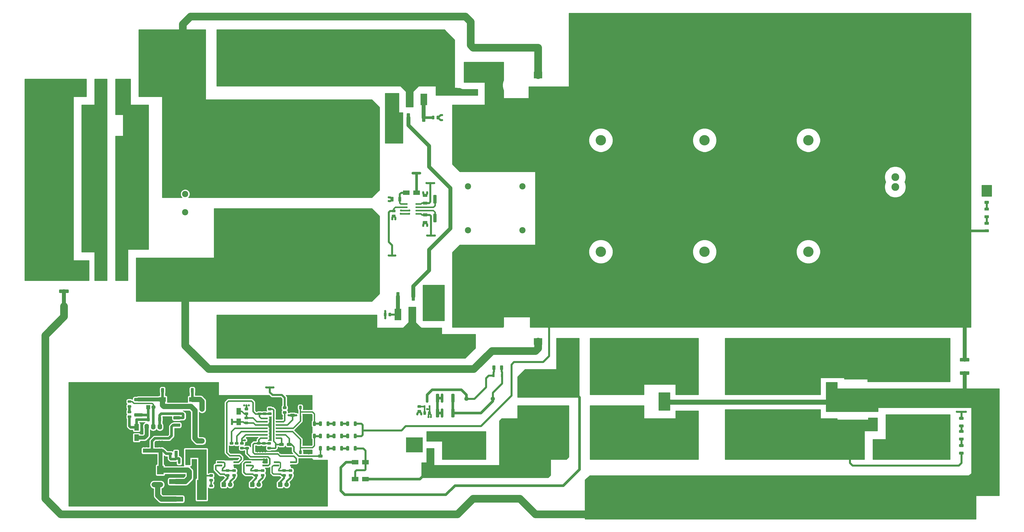
<source format=gtl>
G04 #@! TF.GenerationSoftware,KiCad,Pcbnew,(5.1.7)-1*
G04 #@! TF.CreationDate,2021-02-02T18:25:37+02:00*
G04 #@! TF.ProjectId,CP_inverter,43505f69-6e76-4657-9274-65722e6b6963,rev?*
G04 #@! TF.SameCoordinates,Original*
G04 #@! TF.FileFunction,Copper,L1,Top*
G04 #@! TF.FilePolarity,Positive*
%FSLAX46Y46*%
G04 Gerber Fmt 4.6, Leading zero omitted, Abs format (unit mm)*
G04 Created by KiCad (PCBNEW (5.1.7)-1) date 2021-02-02 18:25:37*
%MOMM*%
%LPD*%
G01*
G04 APERTURE LIST*
G04 #@! TA.AperFunction,ComponentPad*
%ADD10C,3.000000*%
G04 #@! TD*
G04 #@! TA.AperFunction,ComponentPad*
%ADD11C,2.400000*%
G04 #@! TD*
G04 #@! TA.AperFunction,SMDPad,CuDef*
%ADD12R,2.500000X1.800000*%
G04 #@! TD*
G04 #@! TA.AperFunction,SMDPad,CuDef*
%ADD13R,0.600000X0.700000*%
G04 #@! TD*
G04 #@! TA.AperFunction,ComponentPad*
%ADD14R,1.600000X1.600000*%
G04 #@! TD*
G04 #@! TA.AperFunction,ComponentPad*
%ADD15C,1.600000*%
G04 #@! TD*
G04 #@! TA.AperFunction,ComponentPad*
%ADD16C,4.000000*%
G04 #@! TD*
G04 #@! TA.AperFunction,ComponentPad*
%ADD17R,4.000000X4.000000*%
G04 #@! TD*
G04 #@! TA.AperFunction,SMDPad,CuDef*
%ADD18R,0.700000X0.600000*%
G04 #@! TD*
G04 #@! TA.AperFunction,SMDPad,CuDef*
%ADD19R,0.900000X1.200000*%
G04 #@! TD*
G04 #@! TA.AperFunction,ComponentPad*
%ADD20R,3.000000X3.000000*%
G04 #@! TD*
G04 #@! TA.AperFunction,SMDPad,CuDef*
%ADD21R,2.500000X3.300000*%
G04 #@! TD*
G04 #@! TA.AperFunction,SMDPad,CuDef*
%ADD22R,3.300000X2.500000*%
G04 #@! TD*
G04 #@! TA.AperFunction,ComponentPad*
%ADD23R,2.000000X2.000000*%
G04 #@! TD*
G04 #@! TA.AperFunction,ComponentPad*
%ADD24O,2.000000X2.000000*%
G04 #@! TD*
G04 #@! TA.AperFunction,ComponentPad*
%ADD25C,3.500000*%
G04 #@! TD*
G04 #@! TA.AperFunction,ComponentPad*
%ADD26O,1.700000X1.850000*%
G04 #@! TD*
G04 #@! TA.AperFunction,ComponentPad*
%ADD27C,8.500000*%
G04 #@! TD*
G04 #@! TA.AperFunction,SMDPad,CuDef*
%ADD28R,0.800000X0.900000*%
G04 #@! TD*
G04 #@! TA.AperFunction,SMDPad,CuDef*
%ADD29R,2.200000X1.200000*%
G04 #@! TD*
G04 #@! TA.AperFunction,SMDPad,CuDef*
%ADD30R,6.400000X5.800000*%
G04 #@! TD*
G04 #@! TA.AperFunction,ComponentPad*
%ADD31C,2.000000*%
G04 #@! TD*
G04 #@! TA.AperFunction,SMDPad,CuDef*
%ADD32R,2.000000X0.640000*%
G04 #@! TD*
G04 #@! TA.AperFunction,ComponentPad*
%ADD33C,1.635000*%
G04 #@! TD*
G04 #@! TA.AperFunction,ComponentPad*
%ADD34O,5.850000X2.925000*%
G04 #@! TD*
G04 #@! TA.AperFunction,ComponentPad*
%ADD35O,2.670000X5.340000*%
G04 #@! TD*
G04 #@! TA.AperFunction,SMDPad,CuDef*
%ADD36R,1.200000X2.200000*%
G04 #@! TD*
G04 #@! TA.AperFunction,SMDPad,CuDef*
%ADD37R,5.800000X6.400000*%
G04 #@! TD*
G04 #@! TA.AperFunction,ComponentPad*
%ADD38O,1.750000X2.250000*%
G04 #@! TD*
G04 #@! TA.AperFunction,ComponentPad*
%ADD39R,1.750000X2.250000*%
G04 #@! TD*
G04 #@! TA.AperFunction,SMDPad,CuDef*
%ADD40R,1.800000X2.500000*%
G04 #@! TD*
G04 #@! TA.AperFunction,ComponentPad*
%ADD41O,2.500000X4.500000*%
G04 #@! TD*
G04 #@! TA.AperFunction,ComponentPad*
%ADD42R,2.500000X4.500000*%
G04 #@! TD*
G04 #@! TA.AperFunction,ViaPad*
%ADD43C,0.800000*%
G04 #@! TD*
G04 #@! TA.AperFunction,Conductor*
%ADD44C,0.600000*%
G04 #@! TD*
G04 #@! TA.AperFunction,Conductor*
%ADD45C,0.500000*%
G04 #@! TD*
G04 #@! TA.AperFunction,Conductor*
%ADD46C,0.800000*%
G04 #@! TD*
G04 #@! TA.AperFunction,Conductor*
%ADD47C,1.500000*%
G04 #@! TD*
G04 #@! TA.AperFunction,Conductor*
%ADD48C,3.000000*%
G04 #@! TD*
G04 #@! TA.AperFunction,Conductor*
%ADD49C,1.000000*%
G04 #@! TD*
G04 #@! TA.AperFunction,Conductor*
%ADD50C,2.000000*%
G04 #@! TD*
G04 #@! TA.AperFunction,Conductor*
%ADD51C,0.254000*%
G04 #@! TD*
G04 #@! TA.AperFunction,Conductor*
%ADD52C,0.100000*%
G04 #@! TD*
G04 APERTURE END LIST*
D10*
G04 #@! TO.P,J1,1*
G04 #@! TO.N,Net-(F1-Pad1)*
X370246800Y-214300000D03*
X370246800Y-210490000D03*
X357750000Y-214300000D03*
X357750000Y-210490000D03*
G04 #@! TO.P,J1,2*
G04 #@! TO.N,Earth*
X370246800Y-204292400D03*
X370246800Y-200482400D03*
X357750000Y-204292400D03*
X357750000Y-200482400D03*
G04 #@! TO.P,J1,3*
G04 #@! TO.N,Net-(C7-Pad2)*
X370246800Y-194284800D03*
X370246800Y-190474800D03*
X357750000Y-194284800D03*
X357750000Y-190474800D03*
G04 #@! TD*
D11*
G04 #@! TO.P,F1,2*
G04 #@! TO.N,Net-(C6-Pad1)*
X316000000Y-222500000D03*
G04 #@! TO.P,F1,1*
G04 #@! TO.N,Net-(F1-Pad1)*
X353000000Y-222500000D03*
G04 #@! TD*
G04 #@! TO.P,C33,1*
G04 #@! TO.N,VBUS*
X215000000Y-165000000D03*
G04 #@! TO.P,C33,2*
G04 #@! TO.N,GND*
X215000000Y-137500000D03*
G04 #@! TD*
D12*
G04 #@! TO.P,D2,1*
G04 #@! TO.N,Net-(D2-Pad1)*
X150500000Y-233500000D03*
G04 #@! TO.P,D2,2*
G04 #@! TO.N,AC_IN1*
X154500000Y-233500000D03*
G04 #@! TD*
G04 #@! TO.P,R17,1*
G04 #@! TO.N,Net-(C16-Pad2)*
G04 #@! TA.AperFunction,SMDPad,CuDef*
G36*
G01*
X109050002Y-208775000D02*
X108149998Y-208775000D01*
G75*
G02*
X107900000Y-208525002I0J249998D01*
G01*
X107900000Y-207999998D01*
G75*
G02*
X108149998Y-207750000I249998J0D01*
G01*
X109050002Y-207750000D01*
G75*
G02*
X109300000Y-207999998I0J-249998D01*
G01*
X109300000Y-208525002D01*
G75*
G02*
X109050002Y-208775000I-249998J0D01*
G01*
G37*
G04 #@! TD.AperFunction*
G04 #@! TO.P,R17,2*
G04 #@! TO.N,CS1*
G04 #@! TA.AperFunction,SMDPad,CuDef*
G36*
G01*
X109050002Y-206950000D02*
X108149998Y-206950000D01*
G75*
G02*
X107900000Y-206700002I0J249998D01*
G01*
X107900000Y-206174998D01*
G75*
G02*
X108149998Y-205925000I249998J0D01*
G01*
X109050002Y-205925000D01*
G75*
G02*
X109300000Y-206174998I0J-249998D01*
G01*
X109300000Y-206700002D01*
G75*
G02*
X109050002Y-206950000I-249998J0D01*
G01*
G37*
G04 #@! TD.AperFunction*
G04 #@! TD*
D13*
G04 #@! TO.P,D10,1*
G04 #@! TO.N,Net-(C21-Pad1)*
X129400000Y-219850000D03*
G04 #@! TO.P,D10,2*
G04 #@! TO.N,GND*
X130800000Y-219850000D03*
G04 #@! TD*
G04 #@! TO.P,C1,1*
G04 #@! TO.N,Net-(C1-Pad1)*
G04 #@! TA.AperFunction,SMDPad,CuDef*
G36*
G01*
X124449999Y-219550000D02*
X125750001Y-219550000D01*
G75*
G02*
X126000000Y-219799999I0J-249999D01*
G01*
X126000000Y-220450001D01*
G75*
G02*
X125750001Y-220700000I-249999J0D01*
G01*
X124449999Y-220700000D01*
G75*
G02*
X124200000Y-220450001I0J249999D01*
G01*
X124200000Y-219799999D01*
G75*
G02*
X124449999Y-219550000I249999J0D01*
G01*
G37*
G04 #@! TD.AperFunction*
G04 #@! TO.P,C1,2*
G04 #@! TO.N,GND*
G04 #@! TA.AperFunction,SMDPad,CuDef*
G36*
G01*
X124449999Y-222500000D02*
X125750001Y-222500000D01*
G75*
G02*
X126000000Y-222749999I0J-249999D01*
G01*
X126000000Y-223400001D01*
G75*
G02*
X125750001Y-223650000I-249999J0D01*
G01*
X124449999Y-223650000D01*
G75*
G02*
X124200000Y-223400001I0J249999D01*
G01*
X124200000Y-222749999D01*
G75*
G02*
X124449999Y-222500000I249999J0D01*
G01*
G37*
G04 #@! TD.AperFunction*
G04 #@! TD*
G04 #@! TO.P,C2,2*
G04 #@! TO.N,PFC_ENBL-*
G04 #@! TA.AperFunction,SMDPad,CuDef*
G36*
G01*
X122625000Y-231550000D02*
X123575000Y-231550000D01*
G75*
G02*
X123825000Y-231800000I0J-250000D01*
G01*
X123825000Y-232300000D01*
G75*
G02*
X123575000Y-232550000I-250000J0D01*
G01*
X122625000Y-232550000D01*
G75*
G02*
X122375000Y-232300000I0J250000D01*
G01*
X122375000Y-231800000D01*
G75*
G02*
X122625000Y-231550000I250000J0D01*
G01*
G37*
G04 #@! TD.AperFunction*
G04 #@! TO.P,C2,1*
G04 #@! TO.N,Net-(C2-Pad1)*
G04 #@! TA.AperFunction,SMDPad,CuDef*
G36*
G01*
X122625000Y-229650000D02*
X123575000Y-229650000D01*
G75*
G02*
X123825000Y-229900000I0J-250000D01*
G01*
X123825000Y-230400000D01*
G75*
G02*
X123575000Y-230650000I-250000J0D01*
G01*
X122625000Y-230650000D01*
G75*
G02*
X122375000Y-230400000I0J250000D01*
G01*
X122375000Y-229900000D01*
G75*
G02*
X122625000Y-229650000I250000J0D01*
G01*
G37*
G04 #@! TD.AperFunction*
G04 #@! TD*
G04 #@! TO.P,C3,1*
G04 #@! TO.N,Net-(C3-Pad1)*
G04 #@! TA.AperFunction,SMDPad,CuDef*
G36*
G01*
X100875000Y-229650000D02*
X101825000Y-229650000D01*
G75*
G02*
X102075000Y-229900000I0J-250000D01*
G01*
X102075000Y-230400000D01*
G75*
G02*
X101825000Y-230650000I-250000J0D01*
G01*
X100875000Y-230650000D01*
G75*
G02*
X100625000Y-230400000I0J250000D01*
G01*
X100625000Y-229900000D01*
G75*
G02*
X100875000Y-229650000I250000J0D01*
G01*
G37*
G04 #@! TD.AperFunction*
G04 #@! TO.P,C3,2*
G04 #@! TO.N,BOFO_ENBL-*
G04 #@! TA.AperFunction,SMDPad,CuDef*
G36*
G01*
X100875000Y-231550000D02*
X101825000Y-231550000D01*
G75*
G02*
X102075000Y-231800000I0J-250000D01*
G01*
X102075000Y-232300000D01*
G75*
G02*
X101825000Y-232550000I-250000J0D01*
G01*
X100875000Y-232550000D01*
G75*
G02*
X100625000Y-232300000I0J250000D01*
G01*
X100625000Y-231800000D01*
G75*
G02*
X100875000Y-231550000I250000J0D01*
G01*
G37*
G04 #@! TD.AperFunction*
G04 #@! TD*
G04 #@! TO.P,C4,1*
G04 #@! TO.N,Net-(C4-Pad1)*
G04 #@! TA.AperFunction,SMDPad,CuDef*
G36*
G01*
X121449999Y-219550000D02*
X122750001Y-219550000D01*
G75*
G02*
X123000000Y-219799999I0J-249999D01*
G01*
X123000000Y-220450001D01*
G75*
G02*
X122750001Y-220700000I-249999J0D01*
G01*
X121449999Y-220700000D01*
G75*
G02*
X121200000Y-220450001I0J249999D01*
G01*
X121200000Y-219799999D01*
G75*
G02*
X121449999Y-219550000I249999J0D01*
G01*
G37*
G04 #@! TD.AperFunction*
G04 #@! TO.P,C4,2*
G04 #@! TO.N,GND*
G04 #@! TA.AperFunction,SMDPad,CuDef*
G36*
G01*
X121449999Y-222500000D02*
X122750001Y-222500000D01*
G75*
G02*
X123000000Y-222749999I0J-249999D01*
G01*
X123000000Y-223400001D01*
G75*
G02*
X122750001Y-223650000I-249999J0D01*
G01*
X121449999Y-223650000D01*
G75*
G02*
X121200000Y-223400001I0J249999D01*
G01*
X121200000Y-222749999D01*
G75*
G02*
X121449999Y-222500000I249999J0D01*
G01*
G37*
G04 #@! TD.AperFunction*
G04 #@! TD*
G04 #@! TO.P,C5,1*
G04 #@! TO.N,Net-(C5-Pad1)*
G04 #@! TA.AperFunction,SMDPad,CuDef*
G36*
G01*
X112875000Y-219150000D02*
X113825000Y-219150000D01*
G75*
G02*
X114075000Y-219400000I0J-250000D01*
G01*
X114075000Y-219900000D01*
G75*
G02*
X113825000Y-220150000I-250000J0D01*
G01*
X112875000Y-220150000D01*
G75*
G02*
X112625000Y-219900000I0J250000D01*
G01*
X112625000Y-219400000D01*
G75*
G02*
X112875000Y-219150000I250000J0D01*
G01*
G37*
G04 #@! TD.AperFunction*
G04 #@! TO.P,C5,2*
G04 #@! TO.N,GND*
G04 #@! TA.AperFunction,SMDPad,CuDef*
G36*
G01*
X112875000Y-221050000D02*
X113825000Y-221050000D01*
G75*
G02*
X114075000Y-221300000I0J-250000D01*
G01*
X114075000Y-221800000D01*
G75*
G02*
X113825000Y-222050000I-250000J0D01*
G01*
X112875000Y-222050000D01*
G75*
G02*
X112625000Y-221800000I0J250000D01*
G01*
X112625000Y-221300000D01*
G75*
G02*
X112875000Y-221050000I250000J0D01*
G01*
G37*
G04 #@! TD.AperFunction*
G04 #@! TD*
G04 #@! TO.P,C6,2*
G04 #@! TO.N,Earth*
G04 #@! TA.AperFunction,SMDPad,CuDef*
G36*
G01*
X342912350Y-207125000D02*
X339587650Y-207125000D01*
G75*
G02*
X339400000Y-206937350I0J187650D01*
G01*
X339400000Y-205962650D01*
G75*
G02*
X339587650Y-205775000I187650J0D01*
G01*
X342912350Y-205775000D01*
G75*
G02*
X343100000Y-205962650I0J-187650D01*
G01*
X343100000Y-206937350D01*
G75*
G02*
X342912350Y-207125000I-187650J0D01*
G01*
G37*
G04 #@! TD.AperFunction*
G04 #@! TO.P,C6,1*
G04 #@! TO.N,Net-(C6-Pad1)*
G04 #@! TA.AperFunction,SMDPad,CuDef*
G36*
G01*
X342912350Y-212225000D02*
X339587650Y-212225000D01*
G75*
G02*
X339400000Y-212037350I0J187650D01*
G01*
X339400000Y-211062650D01*
G75*
G02*
X339587650Y-210875000I187650J0D01*
G01*
X342912350Y-210875000D01*
G75*
G02*
X343100000Y-211062650I0J-187650D01*
G01*
X343100000Y-212037350D01*
G75*
G02*
X342912350Y-212225000I-187650J0D01*
G01*
G37*
G04 #@! TD.AperFunction*
G04 #@! TD*
G04 #@! TO.P,C7,2*
G04 #@! TO.N,Net-(C7-Pad2)*
G04 #@! TA.AperFunction,SMDPad,CuDef*
G36*
G01*
X342912350Y-194925000D02*
X339587650Y-194925000D01*
G75*
G02*
X339400000Y-194737350I0J187650D01*
G01*
X339400000Y-193762650D01*
G75*
G02*
X339587650Y-193575000I187650J0D01*
G01*
X342912350Y-193575000D01*
G75*
G02*
X343100000Y-193762650I0J-187650D01*
G01*
X343100000Y-194737350D01*
G75*
G02*
X342912350Y-194925000I-187650J0D01*
G01*
G37*
G04 #@! TD.AperFunction*
G04 #@! TO.P,C7,1*
G04 #@! TO.N,Earth*
G04 #@! TA.AperFunction,SMDPad,CuDef*
G36*
G01*
X342912350Y-200025000D02*
X339587650Y-200025000D01*
G75*
G02*
X339400000Y-199837350I0J187650D01*
G01*
X339400000Y-198862650D01*
G75*
G02*
X339587650Y-198675000I187650J0D01*
G01*
X342912350Y-198675000D01*
G75*
G02*
X343100000Y-198862650I0J-187650D01*
G01*
X343100000Y-199837350D01*
G75*
G02*
X342912350Y-200025000I-187650J0D01*
G01*
G37*
G04 #@! TD.AperFunction*
G04 #@! TD*
G04 #@! TO.P,C8,2*
G04 #@! TO.N,GND*
G04 #@! TA.AperFunction,SMDPad,CuDef*
G36*
G01*
X114075000Y-206900000D02*
X113125000Y-206900000D01*
G75*
G02*
X112875000Y-206650000I0J250000D01*
G01*
X112875000Y-206150000D01*
G75*
G02*
X113125000Y-205900000I250000J0D01*
G01*
X114075000Y-205900000D01*
G75*
G02*
X114325000Y-206150000I0J-250000D01*
G01*
X114325000Y-206650000D01*
G75*
G02*
X114075000Y-206900000I-250000J0D01*
G01*
G37*
G04 #@! TD.AperFunction*
G04 #@! TO.P,C8,1*
G04 #@! TO.N,Net-(C8-Pad1)*
G04 #@! TA.AperFunction,SMDPad,CuDef*
G36*
G01*
X114075000Y-208800000D02*
X113125000Y-208800000D01*
G75*
G02*
X112875000Y-208550000I0J250000D01*
G01*
X112875000Y-208050000D01*
G75*
G02*
X113125000Y-207800000I250000J0D01*
G01*
X114075000Y-207800000D01*
G75*
G02*
X114325000Y-208050000I0J-250000D01*
G01*
X114325000Y-208550000D01*
G75*
G02*
X114075000Y-208800000I-250000J0D01*
G01*
G37*
G04 #@! TD.AperFunction*
G04 #@! TD*
D11*
G04 #@! TO.P,C9,1*
G04 #@! TO.N,Net-(C6-Pad1)*
X315750000Y-214800000D03*
G04 #@! TO.P,C9,2*
G04 #@! TO.N,Net-(C7-Pad2)*
X315750000Y-192300000D03*
G04 #@! TD*
G04 #@! TO.P,C10,1*
G04 #@! TO.N,Net-(C10-Pad1)*
G04 #@! TA.AperFunction,SMDPad,CuDef*
G36*
G01*
X102375000Y-219150000D02*
X103325000Y-219150000D01*
G75*
G02*
X103575000Y-219400000I0J-250000D01*
G01*
X103575000Y-219900000D01*
G75*
G02*
X103325000Y-220150000I-250000J0D01*
G01*
X102375000Y-220150000D01*
G75*
G02*
X102125000Y-219900000I0J250000D01*
G01*
X102125000Y-219400000D01*
G75*
G02*
X102375000Y-219150000I250000J0D01*
G01*
G37*
G04 #@! TD.AperFunction*
G04 #@! TO.P,C10,2*
G04 #@! TO.N,GND*
G04 #@! TA.AperFunction,SMDPad,CuDef*
G36*
G01*
X102375000Y-221050000D02*
X103325000Y-221050000D01*
G75*
G02*
X103575000Y-221300000I0J-250000D01*
G01*
X103575000Y-221800000D01*
G75*
G02*
X103325000Y-222050000I-250000J0D01*
G01*
X102375000Y-222050000D01*
G75*
G02*
X102125000Y-221800000I0J250000D01*
G01*
X102125000Y-221300000D01*
G75*
G02*
X102375000Y-221050000I250000J0D01*
G01*
G37*
G04 #@! TD.AperFunction*
G04 #@! TD*
G04 #@! TO.P,C11,1*
G04 #@! TO.N,Net-(C11-Pad1)*
G04 #@! TA.AperFunction,SMDPad,CuDef*
G36*
G01*
X109325000Y-222050000D02*
X108375000Y-222050000D01*
G75*
G02*
X108125000Y-221800000I0J250000D01*
G01*
X108125000Y-221300000D01*
G75*
G02*
X108375000Y-221050000I250000J0D01*
G01*
X109325000Y-221050000D01*
G75*
G02*
X109575000Y-221300000I0J-250000D01*
G01*
X109575000Y-221800000D01*
G75*
G02*
X109325000Y-222050000I-250000J0D01*
G01*
G37*
G04 #@! TD.AperFunction*
G04 #@! TO.P,C11,2*
G04 #@! TO.N,GND*
G04 #@! TA.AperFunction,SMDPad,CuDef*
G36*
G01*
X109325000Y-220150000D02*
X108375000Y-220150000D01*
G75*
G02*
X108125000Y-219900000I0J250000D01*
G01*
X108125000Y-219400000D01*
G75*
G02*
X108375000Y-219150000I250000J0D01*
G01*
X109325000Y-219150000D01*
G75*
G02*
X109575000Y-219400000I0J-250000D01*
G01*
X109575000Y-219900000D01*
G75*
G02*
X109325000Y-220150000I-250000J0D01*
G01*
G37*
G04 #@! TD.AperFunction*
G04 #@! TD*
G04 #@! TO.P,C12,1*
G04 #@! TO.N,GND*
G04 #@! TA.AperFunction,SMDPad,CuDef*
G36*
G01*
X125699999Y-205300000D02*
X127000001Y-205300000D01*
G75*
G02*
X127250000Y-205549999I0J-249999D01*
G01*
X127250000Y-206200001D01*
G75*
G02*
X127000001Y-206450000I-249999J0D01*
G01*
X125699999Y-206450000D01*
G75*
G02*
X125450000Y-206200001I0J249999D01*
G01*
X125450000Y-205549999D01*
G75*
G02*
X125699999Y-205300000I249999J0D01*
G01*
G37*
G04 #@! TD.AperFunction*
G04 #@! TO.P,C12,2*
G04 #@! TO.N,VCC*
G04 #@! TA.AperFunction,SMDPad,CuDef*
G36*
G01*
X125699999Y-208250000D02*
X127000001Y-208250000D01*
G75*
G02*
X127250000Y-208499999I0J-249999D01*
G01*
X127250000Y-209150001D01*
G75*
G02*
X127000001Y-209400000I-249999J0D01*
G01*
X125699999Y-209400000D01*
G75*
G02*
X125450000Y-209150001I0J249999D01*
G01*
X125450000Y-208499999D01*
G75*
G02*
X125699999Y-208250000I249999J0D01*
G01*
G37*
G04 #@! TD.AperFunction*
G04 #@! TD*
G04 #@! TO.P,C13,1*
G04 #@! TO.N,Net-(C13-Pad1)*
G04 #@! TA.AperFunction,SMDPad,CuDef*
G36*
G01*
X111875000Y-229650000D02*
X112825000Y-229650000D01*
G75*
G02*
X113075000Y-229900000I0J-250000D01*
G01*
X113075000Y-230400000D01*
G75*
G02*
X112825000Y-230650000I-250000J0D01*
G01*
X111875000Y-230650000D01*
G75*
G02*
X111625000Y-230400000I0J250000D01*
G01*
X111625000Y-229900000D01*
G75*
G02*
X111875000Y-229650000I250000J0D01*
G01*
G37*
G04 #@! TD.AperFunction*
G04 #@! TO.P,C13,2*
G04 #@! TO.N,PGOOD_SIGNAL-*
G04 #@! TA.AperFunction,SMDPad,CuDef*
G36*
G01*
X111875000Y-231550000D02*
X112825000Y-231550000D01*
G75*
G02*
X113075000Y-231800000I0J-250000D01*
G01*
X113075000Y-232300000D01*
G75*
G02*
X112825000Y-232550000I-250000J0D01*
G01*
X111875000Y-232550000D01*
G75*
G02*
X111625000Y-232300000I0J250000D01*
G01*
X111625000Y-231800000D01*
G75*
G02*
X111875000Y-231550000I250000J0D01*
G01*
G37*
G04 #@! TD.AperFunction*
G04 #@! TD*
G04 #@! TO.P,C14,1*
G04 #@! TO.N,Net-(C14-Pad1)*
G04 #@! TA.AperFunction,SMDPad,CuDef*
G36*
G01*
X271162350Y-211725000D02*
X267837650Y-211725000D01*
G75*
G02*
X267650000Y-211537350I0J187650D01*
G01*
X267650000Y-210562650D01*
G75*
G02*
X267837650Y-210375000I187650J0D01*
G01*
X271162350Y-210375000D01*
G75*
G02*
X271350000Y-210562650I0J-187650D01*
G01*
X271350000Y-211537350D01*
G75*
G02*
X271162350Y-211725000I-187650J0D01*
G01*
G37*
G04 #@! TD.AperFunction*
G04 #@! TO.P,C14,2*
G04 #@! TO.N,Earth*
G04 #@! TA.AperFunction,SMDPad,CuDef*
G36*
G01*
X271162350Y-206625000D02*
X267837650Y-206625000D01*
G75*
G02*
X267650000Y-206437350I0J187650D01*
G01*
X267650000Y-205462650D01*
G75*
G02*
X267837650Y-205275000I187650J0D01*
G01*
X271162350Y-205275000D01*
G75*
G02*
X271350000Y-205462650I0J-187650D01*
G01*
X271350000Y-206437350D01*
G75*
G02*
X271162350Y-206625000I-187650J0D01*
G01*
G37*
G04 #@! TD.AperFunction*
G04 #@! TD*
G04 #@! TO.P,C15,1*
G04 #@! TO.N,Earth*
G04 #@! TA.AperFunction,SMDPad,CuDef*
G36*
G01*
X271162350Y-201725000D02*
X267837650Y-201725000D01*
G75*
G02*
X267650000Y-201537350I0J187650D01*
G01*
X267650000Y-200562650D01*
G75*
G02*
X267837650Y-200375000I187650J0D01*
G01*
X271162350Y-200375000D01*
G75*
G02*
X271350000Y-200562650I0J-187650D01*
G01*
X271350000Y-201537350D01*
G75*
G02*
X271162350Y-201725000I-187650J0D01*
G01*
G37*
G04 #@! TD.AperFunction*
G04 #@! TO.P,C15,2*
G04 #@! TO.N,Net-(C15-Pad2)*
G04 #@! TA.AperFunction,SMDPad,CuDef*
G36*
G01*
X271162350Y-196625000D02*
X267837650Y-196625000D01*
G75*
G02*
X267650000Y-196437350I0J187650D01*
G01*
X267650000Y-195462650D01*
G75*
G02*
X267837650Y-195275000I187650J0D01*
G01*
X271162350Y-195275000D01*
G75*
G02*
X271350000Y-195462650I0J-187650D01*
G01*
X271350000Y-196437350D01*
G75*
G02*
X271162350Y-196625000I-187650J0D01*
G01*
G37*
G04 #@! TD.AperFunction*
G04 #@! TD*
G04 #@! TO.P,C16,2*
G04 #@! TO.N,Net-(C16-Pad2)*
G04 #@! TA.AperFunction,SMDPad,CuDef*
G36*
G01*
X109075000Y-210400000D02*
X108125000Y-210400000D01*
G75*
G02*
X107875000Y-210150000I0J250000D01*
G01*
X107875000Y-209650000D01*
G75*
G02*
X108125000Y-209400000I250000J0D01*
G01*
X109075000Y-209400000D01*
G75*
G02*
X109325000Y-209650000I0J-250000D01*
G01*
X109325000Y-210150000D01*
G75*
G02*
X109075000Y-210400000I-250000J0D01*
G01*
G37*
G04 #@! TD.AperFunction*
G04 #@! TO.P,C16,1*
G04 #@! TO.N,GND*
G04 #@! TA.AperFunction,SMDPad,CuDef*
G36*
G01*
X109075000Y-212300000D02*
X108125000Y-212300000D01*
G75*
G02*
X107875000Y-212050000I0J250000D01*
G01*
X107875000Y-211550000D01*
G75*
G02*
X108125000Y-211300000I250000J0D01*
G01*
X109075000Y-211300000D01*
G75*
G02*
X109325000Y-211550000I0J-250000D01*
G01*
X109325000Y-212050000D01*
G75*
G02*
X109075000Y-212300000I-250000J0D01*
G01*
G37*
G04 #@! TD.AperFunction*
G04 #@! TD*
G04 #@! TO.P,C17,1*
G04 #@! TO.N,Net-(C14-Pad1)*
X259500000Y-215050000D03*
G04 #@! TO.P,C17,2*
G04 #@! TO.N,Net-(C15-Pad2)*
X259500000Y-192550000D03*
G04 #@! TD*
G04 #@! TO.P,C18,2*
G04 #@! TO.N,GND*
G04 #@! TA.AperFunction,SMDPad,CuDef*
G36*
G01*
X130800000Y-206325000D02*
X130800000Y-205375000D01*
G75*
G02*
X131050000Y-205125000I250000J0D01*
G01*
X131550000Y-205125000D01*
G75*
G02*
X131800000Y-205375000I0J-250000D01*
G01*
X131800000Y-206325000D01*
G75*
G02*
X131550000Y-206575000I-250000J0D01*
G01*
X131050000Y-206575000D01*
G75*
G02*
X130800000Y-206325000I0J250000D01*
G01*
G37*
G04 #@! TD.AperFunction*
G04 #@! TO.P,C18,1*
G04 #@! TO.N,Net-(C18-Pad1)*
G04 #@! TA.AperFunction,SMDPad,CuDef*
G36*
G01*
X128900000Y-206325000D02*
X128900000Y-205375000D01*
G75*
G02*
X129150000Y-205125000I250000J0D01*
G01*
X129650000Y-205125000D01*
G75*
G02*
X129900000Y-205375000I0J-250000D01*
G01*
X129900000Y-206325000D01*
G75*
G02*
X129650000Y-206575000I-250000J0D01*
G01*
X129150000Y-206575000D01*
G75*
G02*
X128900000Y-206325000I0J250000D01*
G01*
G37*
G04 #@! TD.AperFunction*
G04 #@! TD*
G04 #@! TO.P,C19,2*
G04 #@! TO.N,AC_IN2*
X218500000Y-192500000D03*
G04 #@! TO.P,C19,1*
G04 #@! TO.N,AC_IN1*
X218500000Y-215000000D03*
G04 #@! TD*
G04 #@! TO.P,C20,2*
G04 #@! TO.N,Net-(C20-Pad2)*
G04 #@! TA.AperFunction,SMDPad,CuDef*
G36*
G01*
X204600000Y-189849999D02*
X204600000Y-191150001D01*
G75*
G02*
X204350001Y-191400000I-249999J0D01*
G01*
X203699999Y-191400000D01*
G75*
G02*
X203450000Y-191150001I0J249999D01*
G01*
X203450000Y-189849999D01*
G75*
G02*
X203699999Y-189600000I249999J0D01*
G01*
X204350001Y-189600000D01*
G75*
G02*
X204600000Y-189849999I0J-249999D01*
G01*
G37*
G04 #@! TD.AperFunction*
G04 #@! TO.P,C20,1*
G04 #@! TO.N,Net-(C20-Pad1)*
G04 #@! TA.AperFunction,SMDPad,CuDef*
G36*
G01*
X207550000Y-189849999D02*
X207550000Y-191150001D01*
G75*
G02*
X207300001Y-191400000I-249999J0D01*
G01*
X206649999Y-191400000D01*
G75*
G02*
X206400000Y-191150001I0J249999D01*
G01*
X206400000Y-189849999D01*
G75*
G02*
X206649999Y-189600000I249999J0D01*
G01*
X207300001Y-189600000D01*
G75*
G02*
X207550000Y-189849999I0J-249999D01*
G01*
G37*
G04 #@! TD.AperFunction*
G04 #@! TD*
G04 #@! TO.P,C21,2*
G04 #@! TO.N,GND*
G04 #@! TA.AperFunction,SMDPad,CuDef*
G36*
G01*
X130850000Y-223575000D02*
X130850000Y-222625000D01*
G75*
G02*
X131100000Y-222375000I250000J0D01*
G01*
X131600000Y-222375000D01*
G75*
G02*
X131850000Y-222625000I0J-250000D01*
G01*
X131850000Y-223575000D01*
G75*
G02*
X131600000Y-223825000I-250000J0D01*
G01*
X131100000Y-223825000D01*
G75*
G02*
X130850000Y-223575000I0J250000D01*
G01*
G37*
G04 #@! TD.AperFunction*
G04 #@! TO.P,C21,1*
G04 #@! TO.N,Net-(C21-Pad1)*
G04 #@! TA.AperFunction,SMDPad,CuDef*
G36*
G01*
X128950000Y-223575000D02*
X128950000Y-222625000D01*
G75*
G02*
X129200000Y-222375000I250000J0D01*
G01*
X129700000Y-222375000D01*
G75*
G02*
X129950000Y-222625000I0J-250000D01*
G01*
X129950000Y-223575000D01*
G75*
G02*
X129700000Y-223825000I-250000J0D01*
G01*
X129200000Y-223825000D01*
G75*
G02*
X128950000Y-223575000I0J250000D01*
G01*
G37*
G04 #@! TD.AperFunction*
G04 #@! TD*
G04 #@! TO.P,C22,1*
G04 #@! TO.N,CS1*
G04 #@! TA.AperFunction,SMDPad,CuDef*
G36*
G01*
X36587650Y-155225000D02*
X39912350Y-155225000D01*
G75*
G02*
X40100000Y-155412650I0J-187650D01*
G01*
X40100000Y-156387350D01*
G75*
G02*
X39912350Y-156575000I-187650J0D01*
G01*
X36587650Y-156575000D01*
G75*
G02*
X36400000Y-156387350I0J187650D01*
G01*
X36400000Y-155412650D01*
G75*
G02*
X36587650Y-155225000I187650J0D01*
G01*
G37*
G04 #@! TD.AperFunction*
G04 #@! TO.P,C22,2*
G04 #@! TO.N,Earth*
G04 #@! TA.AperFunction,SMDPad,CuDef*
G36*
G01*
X36587650Y-160325000D02*
X39912350Y-160325000D01*
G75*
G02*
X40100000Y-160512650I0J-187650D01*
G01*
X40100000Y-161487350D01*
G75*
G02*
X39912350Y-161675000I-187650J0D01*
G01*
X36587650Y-161675000D01*
G75*
G02*
X36400000Y-161487350I0J187650D01*
G01*
X36400000Y-160512650D01*
G75*
G02*
X36587650Y-160325000I187650J0D01*
G01*
G37*
G04 #@! TD.AperFunction*
G04 #@! TD*
D14*
G04 #@! TO.P,C23,1*
G04 #@! TO.N,Net-(C23-Pad1)*
X69500000Y-222500000D03*
D15*
G04 #@! TO.P,C23,2*
G04 #@! TO.N,GND*
X69500000Y-220500000D03*
G04 #@! TD*
D14*
G04 #@! TO.P,C24,1*
G04 #@! TO.N,Net-(C23-Pad1)*
X75500000Y-222500000D03*
D15*
G04 #@! TO.P,C24,2*
G04 #@! TO.N,GND*
X75500000Y-220500000D03*
G04 #@! TD*
G04 #@! TO.P,C25,2*
G04 #@! TO.N,GND*
G04 #@! TA.AperFunction,SMDPad,CuDef*
G36*
G01*
X77550000Y-211000001D02*
X77550000Y-209699999D01*
G75*
G02*
X77799999Y-209450000I249999J0D01*
G01*
X78450001Y-209450000D01*
G75*
G02*
X78700000Y-209699999I0J-249999D01*
G01*
X78700000Y-211000001D01*
G75*
G02*
X78450001Y-211250000I-249999J0D01*
G01*
X77799999Y-211250000D01*
G75*
G02*
X77550000Y-211000001I0J249999D01*
G01*
G37*
G04 #@! TD.AperFunction*
G04 #@! TO.P,C25,1*
G04 #@! TO.N,Net-(C25-Pad1)*
G04 #@! TA.AperFunction,SMDPad,CuDef*
G36*
G01*
X74600000Y-211000001D02*
X74600000Y-209699999D01*
G75*
G02*
X74849999Y-209450000I249999J0D01*
G01*
X75500001Y-209450000D01*
G75*
G02*
X75750000Y-209699999I0J-249999D01*
G01*
X75750000Y-211000001D01*
G75*
G02*
X75500001Y-211250000I-249999J0D01*
G01*
X74849999Y-211250000D01*
G75*
G02*
X74600000Y-211000001I0J249999D01*
G01*
G37*
G04 #@! TD.AperFunction*
G04 #@! TD*
G04 #@! TO.P,C26,1*
G04 #@! TO.N,Net-(C23-Pad1)*
G04 #@! TA.AperFunction,SMDPad,CuDef*
G36*
G01*
X79725000Y-224200000D02*
X78775000Y-224200000D01*
G75*
G02*
X78525000Y-223950000I0J250000D01*
G01*
X78525000Y-223450000D01*
G75*
G02*
X78775000Y-223200000I250000J0D01*
G01*
X79725000Y-223200000D01*
G75*
G02*
X79975000Y-223450000I0J-250000D01*
G01*
X79975000Y-223950000D01*
G75*
G02*
X79725000Y-224200000I-250000J0D01*
G01*
G37*
G04 #@! TD.AperFunction*
G04 #@! TO.P,C26,2*
G04 #@! TO.N,GND*
G04 #@! TA.AperFunction,SMDPad,CuDef*
G36*
G01*
X79725000Y-222300000D02*
X78775000Y-222300000D01*
G75*
G02*
X78525000Y-222050000I0J250000D01*
G01*
X78525000Y-221550000D01*
G75*
G02*
X78775000Y-221300000I250000J0D01*
G01*
X79725000Y-221300000D01*
G75*
G02*
X79975000Y-221550000I0J-250000D01*
G01*
X79975000Y-222050000D01*
G75*
G02*
X79725000Y-222300000I-250000J0D01*
G01*
G37*
G04 #@! TD.AperFunction*
G04 #@! TD*
D11*
G04 #@! TO.P,C27,1*
G04 #@! TO.N,Net-(C27-Pad1)*
X85000000Y-96000000D03*
G04 #@! TO.P,C27,2*
G04 #@! TO.N,GND*
X85000000Y-123500000D03*
G04 #@! TD*
G04 #@! TO.P,C28,1*
G04 #@! TO.N,Net-(C28-Pad1)*
X85000000Y-158000000D03*
G04 #@! TO.P,C28,2*
G04 #@! TO.N,GND*
X85000000Y-130500000D03*
G04 #@! TD*
G04 #@! TO.P,C29,1*
G04 #@! TO.N,VCC*
G04 #@! TA.AperFunction,SMDPad,CuDef*
G36*
G01*
X87849999Y-223200000D02*
X89150001Y-223200000D01*
G75*
G02*
X89400000Y-223449999I0J-249999D01*
G01*
X89400000Y-224100001D01*
G75*
G02*
X89150001Y-224350000I-249999J0D01*
G01*
X87849999Y-224350000D01*
G75*
G02*
X87600000Y-224100001I0J249999D01*
G01*
X87600000Y-223449999D01*
G75*
G02*
X87849999Y-223200000I249999J0D01*
G01*
G37*
G04 #@! TD.AperFunction*
G04 #@! TO.P,C29,2*
G04 #@! TO.N,GND*
G04 #@! TA.AperFunction,SMDPad,CuDef*
G36*
G01*
X87849999Y-226150000D02*
X89150001Y-226150000D01*
G75*
G02*
X89400000Y-226399999I0J-249999D01*
G01*
X89400000Y-227050001D01*
G75*
G02*
X89150001Y-227300000I-249999J0D01*
G01*
X87849999Y-227300000D01*
G75*
G02*
X87600000Y-227050001I0J249999D01*
G01*
X87600000Y-226399999D01*
G75*
G02*
X87849999Y-226150000I249999J0D01*
G01*
G37*
G04 #@! TD.AperFunction*
G04 #@! TD*
D14*
G04 #@! TO.P,C30,1*
G04 #@! TO.N,VCC*
X90750000Y-237500000D03*
D15*
G04 #@! TO.P,C30,2*
G04 #@! TO.N,GND*
X87250000Y-237500000D03*
G04 #@! TD*
G04 #@! TO.P,C31,2*
G04 #@! TO.N,-5V*
X72750000Y-205750000D03*
D14*
G04 #@! TO.P,C31,1*
G04 #@! TO.N,Net-(C31-Pad1)*
X70750000Y-205750000D03*
G04 #@! TD*
D11*
G04 #@! TO.P,C32,2*
G04 #@! TO.N,GND*
X215000000Y-120500000D03*
G04 #@! TO.P,C32,1*
G04 #@! TO.N,VBUS*
X215000000Y-93000000D03*
G04 #@! TD*
G04 #@! TO.P,C34,2*
G04 #@! TO.N,-5V*
G04 #@! TA.AperFunction,SMDPad,CuDef*
G36*
G01*
X72200000Y-210975000D02*
X72200000Y-210025000D01*
G75*
G02*
X72450000Y-209775000I250000J0D01*
G01*
X72950000Y-209775000D01*
G75*
G02*
X73200000Y-210025000I0J-250000D01*
G01*
X73200000Y-210975000D01*
G75*
G02*
X72950000Y-211225000I-250000J0D01*
G01*
X72450000Y-211225000D01*
G75*
G02*
X72200000Y-210975000I0J250000D01*
G01*
G37*
G04 #@! TD.AperFunction*
G04 #@! TO.P,C34,1*
G04 #@! TO.N,Net-(C31-Pad1)*
G04 #@! TA.AperFunction,SMDPad,CuDef*
G36*
G01*
X70300000Y-210975000D02*
X70300000Y-210025000D01*
G75*
G02*
X70550000Y-209775000I250000J0D01*
G01*
X71050000Y-209775000D01*
G75*
G02*
X71300000Y-210025000I0J-250000D01*
G01*
X71300000Y-210975000D01*
G75*
G02*
X71050000Y-211225000I-250000J0D01*
G01*
X70550000Y-211225000D01*
G75*
G02*
X70300000Y-210975000I0J250000D01*
G01*
G37*
G04 #@! TD.AperFunction*
G04 #@! TD*
G04 #@! TO.P,C35,2*
G04 #@! TO.N,GND*
X194000000Y-120500000D03*
G04 #@! TO.P,C35,1*
G04 #@! TO.N,VBUS*
X194000000Y-93000000D03*
G04 #@! TD*
G04 #@! TO.P,C36,2*
G04 #@! TO.N,GND*
X194000000Y-137500000D03*
G04 #@! TO.P,C36,1*
G04 #@! TO.N,VBUS*
X194000000Y-165000000D03*
G04 #@! TD*
D16*
G04 #@! TO.P,C37,2*
G04 #@! TO.N,GND*
X245250000Y-102750000D03*
D17*
G04 #@! TO.P,C37,1*
G04 #@! TO.N,VBUS*
X245250000Y-92750000D03*
G04 #@! TD*
G04 #@! TO.P,C38,1*
G04 #@! TO.N,VBUS*
X285250000Y-92750000D03*
D16*
G04 #@! TO.P,C38,2*
G04 #@! TO.N,GND*
X285250000Y-102750000D03*
G04 #@! TD*
D14*
G04 #@! TO.P,C39,1*
G04 #@! TO.N,+15V*
X91500000Y-218750000D03*
D15*
G04 #@! TO.P,C39,2*
G04 #@! TO.N,GND*
X91500000Y-215250000D03*
G04 #@! TD*
G04 #@! TO.P,C40,2*
G04 #@! TO.N,-5V*
X91500000Y-206500000D03*
D14*
G04 #@! TO.P,C40,1*
G04 #@! TO.N,GND*
X91500000Y-210000000D03*
G04 #@! TD*
D16*
G04 #@! TO.P,C41,2*
G04 #@! TO.N,GND*
X325250000Y-102750000D03*
D17*
G04 #@! TO.P,C41,1*
G04 #@! TO.N,VBUS*
X325250000Y-92750000D03*
G04 #@! TD*
G04 #@! TO.P,C42,1*
G04 #@! TO.N,+15V*
G04 #@! TA.AperFunction,SMDPad,CuDef*
G36*
G01*
X75700000Y-199900001D02*
X75700000Y-198599999D01*
G75*
G02*
X75949999Y-198350000I249999J0D01*
G01*
X76600001Y-198350000D01*
G75*
G02*
X76850000Y-198599999I0J-249999D01*
G01*
X76850000Y-199900001D01*
G75*
G02*
X76600001Y-200150000I-249999J0D01*
G01*
X75949999Y-200150000D01*
G75*
G02*
X75700000Y-199900001I0J249999D01*
G01*
G37*
G04 #@! TD.AperFunction*
G04 #@! TO.P,C42,2*
G04 #@! TO.N,GND*
G04 #@! TA.AperFunction,SMDPad,CuDef*
G36*
G01*
X78650000Y-199900001D02*
X78650000Y-198599999D01*
G75*
G02*
X78899999Y-198350000I249999J0D01*
G01*
X79550001Y-198350000D01*
G75*
G02*
X79800000Y-198599999I0J-249999D01*
G01*
X79800000Y-199900001D01*
G75*
G02*
X79550001Y-200150000I-249999J0D01*
G01*
X78899999Y-200150000D01*
G75*
G02*
X78650000Y-199900001I0J249999D01*
G01*
G37*
G04 #@! TD.AperFunction*
G04 #@! TD*
G04 #@! TO.P,C43,2*
G04 #@! TO.N,-5V*
G04 #@! TA.AperFunction,SMDPad,CuDef*
G36*
G01*
X87150000Y-199900001D02*
X87150000Y-198599999D01*
G75*
G02*
X87399999Y-198350000I249999J0D01*
G01*
X88050001Y-198350000D01*
G75*
G02*
X88300000Y-198599999I0J-249999D01*
G01*
X88300000Y-199900001D01*
G75*
G02*
X88050001Y-200150000I-249999J0D01*
G01*
X87399999Y-200150000D01*
G75*
G02*
X87150000Y-199900001I0J249999D01*
G01*
G37*
G04 #@! TD.AperFunction*
G04 #@! TO.P,C43,1*
G04 #@! TO.N,GND*
G04 #@! TA.AperFunction,SMDPad,CuDef*
G36*
G01*
X84200000Y-199900001D02*
X84200000Y-198599999D01*
G75*
G02*
X84449999Y-198350000I249999J0D01*
G01*
X85100001Y-198350000D01*
G75*
G02*
X85350000Y-198599999I0J-249999D01*
G01*
X85350000Y-199900001D01*
G75*
G02*
X85100001Y-200150000I-249999J0D01*
G01*
X84449999Y-200150000D01*
G75*
G02*
X84200000Y-199900001I0J249999D01*
G01*
G37*
G04 #@! TD.AperFunction*
G04 #@! TD*
G04 #@! TO.P,C44,1*
G04 #@! TO.N,VBUS*
X245250000Y-155750000D03*
D16*
G04 #@! TO.P,C44,2*
G04 #@! TO.N,GND*
X245250000Y-145750000D03*
G04 #@! TD*
D17*
G04 #@! TO.P,C45,1*
G04 #@! TO.N,VBUS*
X285250000Y-155750000D03*
D16*
G04 #@! TO.P,C45,2*
G04 #@! TO.N,GND*
X285250000Y-145750000D03*
G04 #@! TD*
G04 #@! TO.P,C46,2*
G04 #@! TO.N,GND*
X325250000Y-145750000D03*
D17*
G04 #@! TO.P,C46,1*
G04 #@! TO.N,VBUS*
X325250000Y-155750000D03*
G04 #@! TD*
G04 #@! TO.P,C49,2*
G04 #@! TO.N,GND*
G04 #@! TA.AperFunction,SMDPad,CuDef*
G36*
G01*
X165350000Y-124849999D02*
X165350000Y-126150001D01*
G75*
G02*
X165100001Y-126400000I-249999J0D01*
G01*
X164449999Y-126400000D01*
G75*
G02*
X164200000Y-126150001I0J249999D01*
G01*
X164200000Y-124849999D01*
G75*
G02*
X164449999Y-124600000I249999J0D01*
G01*
X165100001Y-124600000D01*
G75*
G02*
X165350000Y-124849999I0J-249999D01*
G01*
G37*
G04 #@! TD.AperFunction*
G04 #@! TO.P,C49,1*
G04 #@! TO.N,Net-(C49-Pad1)*
G04 #@! TA.AperFunction,SMDPad,CuDef*
G36*
G01*
X168300000Y-124849999D02*
X168300000Y-126150001D01*
G75*
G02*
X168050001Y-126400000I-249999J0D01*
G01*
X167399999Y-126400000D01*
G75*
G02*
X167150000Y-126150001I0J249999D01*
G01*
X167150000Y-124849999D01*
G75*
G02*
X167399999Y-124600000I249999J0D01*
G01*
X168050001Y-124600000D01*
G75*
G02*
X168300000Y-124849999I0J-249999D01*
G01*
G37*
G04 #@! TD.AperFunction*
G04 #@! TD*
G04 #@! TO.P,C50,1*
G04 #@! TO.N,Net-(C50-Pad1)*
G04 #@! TA.AperFunction,SMDPad,CuDef*
G36*
G01*
X164925000Y-129550000D02*
X165875000Y-129550000D01*
G75*
G02*
X166125000Y-129800000I0J-250000D01*
G01*
X166125000Y-130300000D01*
G75*
G02*
X165875000Y-130550000I-250000J0D01*
G01*
X164925000Y-130550000D01*
G75*
G02*
X164675000Y-130300000I0J250000D01*
G01*
X164675000Y-129800000D01*
G75*
G02*
X164925000Y-129550000I250000J0D01*
G01*
G37*
G04 #@! TD.AperFunction*
G04 #@! TO.P,C50,2*
G04 #@! TO.N,GND*
G04 #@! TA.AperFunction,SMDPad,CuDef*
G36*
G01*
X164925000Y-131450000D02*
X165875000Y-131450000D01*
G75*
G02*
X166125000Y-131700000I0J-250000D01*
G01*
X166125000Y-132200000D01*
G75*
G02*
X165875000Y-132450000I-250000J0D01*
G01*
X164925000Y-132450000D01*
G75*
G02*
X164675000Y-132200000I0J250000D01*
G01*
X164675000Y-131700000D01*
G75*
G02*
X164925000Y-131450000I250000J0D01*
G01*
G37*
G04 #@! TD.AperFunction*
G04 #@! TD*
G04 #@! TO.P,C55,2*
G04 #@! TO.N,Earth*
G04 #@! TA.AperFunction,SMDPad,CuDef*
G36*
G01*
X383837650Y-191875000D02*
X387162350Y-191875000D01*
G75*
G02*
X387350000Y-192062650I0J-187650D01*
G01*
X387350000Y-193037350D01*
G75*
G02*
X387162350Y-193225000I-187650J0D01*
G01*
X383837650Y-193225000D01*
G75*
G02*
X383650000Y-193037350I0J187650D01*
G01*
X383650000Y-192062650D01*
G75*
G02*
X383837650Y-191875000I187650J0D01*
G01*
G37*
G04 #@! TD.AperFunction*
G04 #@! TO.P,C55,1*
G04 #@! TO.N,VBUS*
G04 #@! TA.AperFunction,SMDPad,CuDef*
G36*
G01*
X383837650Y-186775000D02*
X387162350Y-186775000D01*
G75*
G02*
X387350000Y-186962650I0J-187650D01*
G01*
X387350000Y-187937350D01*
G75*
G02*
X387162350Y-188125000I-187650J0D01*
G01*
X383837650Y-188125000D01*
G75*
G02*
X383650000Y-187937350I0J187650D01*
G01*
X383650000Y-186962650D01*
G75*
G02*
X383837650Y-186775000I187650J0D01*
G01*
G37*
G04 #@! TD.AperFunction*
G04 #@! TD*
G04 #@! TO.P,C56,1*
G04 #@! TO.N,+15V*
G04 #@! TA.AperFunction,SMDPad,CuDef*
G36*
G01*
X176849999Y-130950000D02*
X178150001Y-130950000D01*
G75*
G02*
X178400000Y-131199999I0J-249999D01*
G01*
X178400000Y-131850001D01*
G75*
G02*
X178150001Y-132100000I-249999J0D01*
G01*
X176849999Y-132100000D01*
G75*
G02*
X176600000Y-131850001I0J249999D01*
G01*
X176600000Y-131199999D01*
G75*
G02*
X176849999Y-130950000I249999J0D01*
G01*
G37*
G04 #@! TD.AperFunction*
G04 #@! TO.P,C56,2*
G04 #@! TO.N,GND*
G04 #@! TA.AperFunction,SMDPad,CuDef*
G36*
G01*
X176849999Y-133900000D02*
X178150001Y-133900000D01*
G75*
G02*
X178400000Y-134149999I0J-249999D01*
G01*
X178400000Y-134800001D01*
G75*
G02*
X178150001Y-135050000I-249999J0D01*
G01*
X176849999Y-135050000D01*
G75*
G02*
X176600000Y-134800001I0J249999D01*
G01*
X176600000Y-134149999D01*
G75*
G02*
X176849999Y-133900000I249999J0D01*
G01*
G37*
G04 #@! TD.AperFunction*
G04 #@! TD*
G04 #@! TO.P,C57,2*
G04 #@! TO.N,-5V*
G04 #@! TA.AperFunction,SMDPad,CuDef*
G36*
G01*
X176849999Y-126425000D02*
X178150001Y-126425000D01*
G75*
G02*
X178400000Y-126674999I0J-249999D01*
G01*
X178400000Y-127325001D01*
G75*
G02*
X178150001Y-127575000I-249999J0D01*
G01*
X176849999Y-127575000D01*
G75*
G02*
X176600000Y-127325001I0J249999D01*
G01*
X176600000Y-126674999D01*
G75*
G02*
X176849999Y-126425000I249999J0D01*
G01*
G37*
G04 #@! TD.AperFunction*
G04 #@! TO.P,C57,1*
G04 #@! TO.N,GND*
G04 #@! TA.AperFunction,SMDPad,CuDef*
G36*
G01*
X176849999Y-123475000D02*
X178150001Y-123475000D01*
G75*
G02*
X178400000Y-123724999I0J-249999D01*
G01*
X178400000Y-124375001D01*
G75*
G02*
X178150001Y-124625000I-249999J0D01*
G01*
X176849999Y-124625000D01*
G75*
G02*
X176600000Y-124375001I0J249999D01*
G01*
X176600000Y-123724999D01*
G75*
G02*
X176849999Y-123475000I249999J0D01*
G01*
G37*
G04 #@! TD.AperFunction*
G04 #@! TD*
D18*
G04 #@! TO.P,D1,2*
G04 #@! TO.N,GND*
X134000000Y-226000000D03*
G04 #@! TO.P,D1,1*
G04 #@! TO.N,Net-(C1-Pad1)*
X134000000Y-224600000D03*
G04 #@! TD*
G04 #@! TO.P,D4,2*
G04 #@! TO.N,PFC_ENBL-*
X121100000Y-231550000D03*
G04 #@! TO.P,D4,1*
G04 #@! TO.N,Net-(C2-Pad1)*
X121100000Y-230150000D03*
G04 #@! TD*
G04 #@! TO.P,D5,1*
G04 #@! TO.N,Net-(C3-Pad1)*
X99350000Y-230150000D03*
G04 #@! TO.P,D5,2*
G04 #@! TO.N,BOFO_ENBL-*
X99350000Y-231550000D03*
G04 #@! TD*
G04 #@! TO.P,D6,1*
G04 #@! TO.N,Net-(C13-Pad1)*
X110350000Y-230150000D03*
G04 #@! TO.P,D6,2*
G04 #@! TO.N,PGOOD_SIGNAL-*
X110350000Y-231550000D03*
G04 #@! TD*
D13*
G04 #@! TO.P,D8,2*
G04 #@! TO.N,GND*
X130800000Y-209100000D03*
G04 #@! TO.P,D8,1*
G04 #@! TO.N,Net-(C18-Pad1)*
X129400000Y-209100000D03*
G04 #@! TD*
D19*
G04 #@! TO.P,D9,1*
G04 #@! TO.N,Net-(C20-Pad1)*
X207150000Y-193500000D03*
G04 #@! TO.P,D9,2*
G04 #@! TO.N,Net-(C20-Pad2)*
X203850000Y-193500000D03*
G04 #@! TD*
D20*
G04 #@! TO.P,D11,1*
G04 #@! TO.N,Net-(C27-Pad1)*
X70000000Y-83000000D03*
D10*
G04 #@! TO.P,D11,2*
G04 #@! TO.N,Net-(D11-Pad2)*
X60000000Y-83000000D03*
G04 #@! TO.P,D11,3*
G04 #@! TO.N,AC_IN2*
X52500000Y-83000000D03*
G04 #@! TO.P,D11,4*
G04 #@! TO.N,CS1*
X45000000Y-83000000D03*
G04 #@! TD*
G04 #@! TO.P,D12,4*
G04 #@! TO.N,CS1*
X45000000Y-153000000D03*
G04 #@! TO.P,D12,3*
G04 #@! TO.N,AC_IN2*
X52500000Y-153000000D03*
G04 #@! TO.P,D12,2*
G04 #@! TO.N,Net-(D11-Pad2)*
X60000000Y-153000000D03*
D20*
G04 #@! TO.P,D12,1*
G04 #@! TO.N,Net-(C28-Pad1)*
X70000000Y-153000000D03*
G04 #@! TD*
D21*
G04 #@! TO.P,D13,2*
G04 #@! TO.N,GND*
X68600000Y-230000000D03*
G04 #@! TO.P,D13,1*
G04 #@! TO.N,Net-(C23-Pad1)*
X75400000Y-230000000D03*
G04 #@! TD*
D19*
G04 #@! TO.P,D14,2*
G04 #@! TO.N,VCC*
X86000000Y-227000000D03*
G04 #@! TO.P,D14,1*
G04 #@! TO.N,Net-(C23-Pad1)*
X82700000Y-227000000D03*
G04 #@! TD*
D22*
G04 #@! TO.P,D15,2*
G04 #@! TO.N,Net-(C27-Pad1)*
X221000000Y-77600000D03*
G04 #@! TO.P,D15,1*
G04 #@! TO.N,VBUS*
X221000000Y-84400000D03*
G04 #@! TD*
G04 #@! TO.P,D17,1*
G04 #@! TO.N,VBUS*
X221000000Y-173600000D03*
G04 #@! TO.P,D17,2*
G04 #@! TO.N,Net-(C28-Pad1)*
X221000000Y-180400000D03*
G04 #@! TD*
D23*
G04 #@! TO.P,D18,1*
G04 #@! TO.N,VBUS*
X195000000Y-174000000D03*
D24*
G04 #@! TO.P,D18,2*
G04 #@! TO.N,Net-(D18-Pad2)*
X195000000Y-179080000D03*
G04 #@! TD*
G04 #@! TO.P,D20,1*
G04 #@! TO.N,GND*
G04 #@! TA.AperFunction,SMDPad,CuDef*
G36*
G01*
X95456250Y-238425000D02*
X94543750Y-238425000D01*
G75*
G02*
X94300000Y-238181250I0J243750D01*
G01*
X94300000Y-237693750D01*
G75*
G02*
X94543750Y-237450000I243750J0D01*
G01*
X95456250Y-237450000D01*
G75*
G02*
X95700000Y-237693750I0J-243750D01*
G01*
X95700000Y-238181250D01*
G75*
G02*
X95456250Y-238425000I-243750J0D01*
G01*
G37*
G04 #@! TD.AperFunction*
G04 #@! TO.P,D20,2*
G04 #@! TO.N,Net-(D20-Pad2)*
G04 #@! TA.AperFunction,SMDPad,CuDef*
G36*
G01*
X95456250Y-236550000D02*
X94543750Y-236550000D01*
G75*
G02*
X94300000Y-236306250I0J243750D01*
G01*
X94300000Y-235818750D01*
G75*
G02*
X94543750Y-235575000I243750J0D01*
G01*
X95456250Y-235575000D01*
G75*
G02*
X95700000Y-235818750I0J-243750D01*
G01*
X95700000Y-236306250D01*
G75*
G02*
X95456250Y-236550000I-243750J0D01*
G01*
G37*
G04 #@! TD.AperFunction*
G04 #@! TD*
G04 #@! TO.P,D21,2*
G04 #@! TO.N,Net-(D21-Pad2)*
G04 #@! TA.AperFunction,SMDPad,CuDef*
G36*
G01*
X63043750Y-204950000D02*
X63956250Y-204950000D01*
G75*
G02*
X64200000Y-205193750I0J-243750D01*
G01*
X64200000Y-205681250D01*
G75*
G02*
X63956250Y-205925000I-243750J0D01*
G01*
X63043750Y-205925000D01*
G75*
G02*
X62800000Y-205681250I0J243750D01*
G01*
X62800000Y-205193750D01*
G75*
G02*
X63043750Y-204950000I243750J0D01*
G01*
G37*
G04 #@! TD.AperFunction*
G04 #@! TO.P,D21,1*
G04 #@! TO.N,-5V*
G04 #@! TA.AperFunction,SMDPad,CuDef*
G36*
G01*
X63043750Y-203075000D02*
X63956250Y-203075000D01*
G75*
G02*
X64200000Y-203318750I0J-243750D01*
G01*
X64200000Y-203806250D01*
G75*
G02*
X63956250Y-204050000I-243750J0D01*
G01*
X63043750Y-204050000D01*
G75*
G02*
X62800000Y-203806250I0J243750D01*
G01*
X62800000Y-203318750D01*
G75*
G02*
X63043750Y-203075000I243750J0D01*
G01*
G37*
G04 #@! TD.AperFunction*
G04 #@! TD*
D12*
G04 #@! TO.P,D22,1*
G04 #@! TO.N,+15V*
X76250000Y-202750000D03*
G04 #@! TO.P,D22,2*
G04 #@! TO.N,GND*
X80250000Y-202750000D03*
G04 #@! TD*
G04 #@! TO.P,D23,2*
G04 #@! TO.N,-5V*
X87750000Y-202750000D03*
G04 #@! TO.P,D23,1*
G04 #@! TO.N,GND*
X83750000Y-202750000D03*
G04 #@! TD*
G04 #@! TO.P,F2,1*
G04 #@! TO.N,Net-(C23-Pad1)*
G04 #@! TA.AperFunction,SMDPad,CuDef*
G36*
G01*
X79024999Y-233450000D02*
X83975001Y-233450000D01*
G75*
G02*
X84225000Y-233699999I0J-249999D01*
G01*
X84225000Y-235125001D01*
G75*
G02*
X83975001Y-235375000I-249999J0D01*
G01*
X79024999Y-235375000D01*
G75*
G02*
X78775000Y-235125001I0J249999D01*
G01*
X78775000Y-233699999D01*
G75*
G02*
X79024999Y-233450000I249999J0D01*
G01*
G37*
G04 #@! TD.AperFunction*
G04 #@! TO.P,F2,2*
G04 #@! TO.N,Net-(F2-Pad2)*
G04 #@! TA.AperFunction,SMDPad,CuDef*
G36*
G01*
X79024999Y-240225000D02*
X83975001Y-240225000D01*
G75*
G02*
X84225000Y-240474999I0J-249999D01*
G01*
X84225000Y-241900001D01*
G75*
G02*
X83975001Y-242150000I-249999J0D01*
G01*
X79024999Y-242150000D01*
G75*
G02*
X78775000Y-241900001I0J249999D01*
G01*
X78775000Y-240474999D01*
G75*
G02*
X79024999Y-240225000I249999J0D01*
G01*
G37*
G04 #@! TD.AperFunction*
G04 #@! TD*
D25*
G04 #@! TO.P,FL1,1*
G04 #@! TO.N,Net-(C6-Pad1)*
X298000000Y-209000000D03*
G04 #@! TO.P,FL1,2*
G04 #@! TO.N,Net-(C14-Pad1)*
X277000000Y-209000000D03*
G04 #@! TO.P,FL1,1*
G04 #@! TO.N,Net-(C6-Pad1)*
X298000000Y-214000000D03*
X298000000Y-219000000D03*
G04 #@! TO.P,FL1,2*
G04 #@! TO.N,Net-(C14-Pad1)*
X277000000Y-219000000D03*
X277000000Y-214000000D03*
G04 #@! TO.P,FL1,3*
G04 #@! TO.N,Net-(C7-Pad2)*
X298000000Y-189000000D03*
X298000000Y-199000000D03*
X298000000Y-194000000D03*
G04 #@! TO.P,FL1,4*
G04 #@! TO.N,Net-(C15-Pad2)*
X277000000Y-194000000D03*
X277000000Y-189000000D03*
X277000000Y-199000000D03*
G04 #@! TD*
G04 #@! TO.P,FL2,1*
G04 #@! TO.N,Net-(C14-Pad1)*
X248750000Y-208800000D03*
G04 #@! TO.P,FL2,2*
G04 #@! TO.N,AC_IN1*
X229750000Y-208800000D03*
G04 #@! TO.P,FL2,4*
G04 #@! TO.N,AC_IN2*
X229750000Y-197800000D03*
G04 #@! TO.P,FL2,3*
G04 #@! TO.N,Net-(C15-Pad2)*
X248750000Y-197800000D03*
G04 #@! TD*
G04 #@! TO.P,GD1,1*
G04 #@! TO.N,Earth*
G04 #@! TA.AperFunction,SMDPad,CuDef*
G36*
G01*
X348549999Y-206000000D02*
X351450001Y-206000000D01*
G75*
G02*
X351700000Y-206249999I0J-249999D01*
G01*
X351700000Y-207150001D01*
G75*
G02*
X351450001Y-207400000I-249999J0D01*
G01*
X348549999Y-207400000D01*
G75*
G02*
X348300000Y-207150001I0J249999D01*
G01*
X348300000Y-206249999D01*
G75*
G02*
X348549999Y-206000000I249999J0D01*
G01*
G37*
G04 #@! TD.AperFunction*
G04 #@! TO.P,GD1,3*
G04 #@! TO.N,Net-(C6-Pad1)*
G04 #@! TA.AperFunction,SMDPad,CuDef*
G36*
G01*
X348550600Y-210100000D02*
X351449400Y-210100000D01*
G75*
G02*
X351700000Y-210350600I0J-250600D01*
G01*
X351700000Y-211249400D01*
G75*
G02*
X351449400Y-211500000I-250600J0D01*
G01*
X348550600Y-211500000D01*
G75*
G02*
X348300000Y-211249400I0J250600D01*
G01*
X348300000Y-210350600D01*
G75*
G02*
X348550600Y-210100000I250600J0D01*
G01*
G37*
G04 #@! TD.AperFunction*
G04 #@! TD*
G04 #@! TO.P,GD2,3*
G04 #@! TO.N,Earth*
G04 #@! TA.AperFunction,SMDPad,CuDef*
G36*
G01*
X348550600Y-198600000D02*
X351449400Y-198600000D01*
G75*
G02*
X351700000Y-198850600I0J-250600D01*
G01*
X351700000Y-199749400D01*
G75*
G02*
X351449400Y-200000000I-250600J0D01*
G01*
X348550600Y-200000000D01*
G75*
G02*
X348300000Y-199749400I0J250600D01*
G01*
X348300000Y-198850600D01*
G75*
G02*
X348550600Y-198600000I250600J0D01*
G01*
G37*
G04 #@! TD.AperFunction*
G04 #@! TO.P,GD2,1*
G04 #@! TO.N,Net-(C7-Pad2)*
G04 #@! TA.AperFunction,SMDPad,CuDef*
G36*
G01*
X348549999Y-194500000D02*
X351450001Y-194500000D01*
G75*
G02*
X351700000Y-194749999I0J-249999D01*
G01*
X351700000Y-195650001D01*
G75*
G02*
X351450001Y-195900000I-249999J0D01*
G01*
X348549999Y-195900000D01*
G75*
G02*
X348300000Y-195650001I0J249999D01*
G01*
X348300000Y-194749999D01*
G75*
G02*
X348549999Y-194500000I249999J0D01*
G01*
G37*
G04 #@! TD.AperFunction*
G04 #@! TD*
G04 #@! TO.P,J5,1*
G04 #@! TO.N,GND*
G04 #@! TA.AperFunction,ComponentPad*
G36*
G01*
X67150000Y-236275000D02*
X67150000Y-234925000D01*
G75*
G02*
X67400000Y-234675000I250000J0D01*
G01*
X68600000Y-234675000D01*
G75*
G02*
X68850000Y-234925000I0J-250000D01*
G01*
X68850000Y-236275000D01*
G75*
G02*
X68600000Y-236525000I-250000J0D01*
G01*
X67400000Y-236525000D01*
G75*
G02*
X67150000Y-236275000I0J250000D01*
G01*
G37*
G04 #@! TD.AperFunction*
D26*
G04 #@! TO.P,J5,2*
X70500000Y-235600000D03*
G04 #@! TO.P,J5,3*
G04 #@! TO.N,Net-(F2-Pad2)*
X73000000Y-235600000D03*
G04 #@! TO.P,J5,4*
X75500000Y-235600000D03*
G04 #@! TD*
D10*
G04 #@! TO.P,J6,1*
G04 #@! TO.N,VBUS*
X371250000Y-130750000D03*
G04 #@! TO.P,J6,2*
G04 #@! TO.N,GND*
X358750000Y-120750000D03*
G04 #@! TO.P,J6,1*
G04 #@! TO.N,VBUS*
X371250000Y-126950000D03*
G04 #@! TO.P,J6,2*
G04 #@! TO.N,GND*
X358750000Y-116950000D03*
G04 #@! TD*
G04 #@! TO.P,L1,1*
G04 #@! TO.N,Net-(C23-Pad1)*
G04 #@! TA.AperFunction,SMDPad,CuDef*
G36*
G01*
X82825000Y-213275000D02*
X80675000Y-213275000D01*
G75*
G02*
X80425000Y-213025000I0J250000D01*
G01*
X80425000Y-212275000D01*
G75*
G02*
X80675000Y-212025000I250000J0D01*
G01*
X82825000Y-212025000D01*
G75*
G02*
X83075000Y-212275000I0J-250000D01*
G01*
X83075000Y-213025000D01*
G75*
G02*
X82825000Y-213275000I-250000J0D01*
G01*
G37*
G04 #@! TD.AperFunction*
G04 #@! TO.P,L1,2*
G04 #@! TO.N,Net-(C25-Pad1)*
G04 #@! TA.AperFunction,SMDPad,CuDef*
G36*
G01*
X82825000Y-210475000D02*
X80675000Y-210475000D01*
G75*
G02*
X80425000Y-210225000I0J250000D01*
G01*
X80425000Y-209475000D01*
G75*
G02*
X80675000Y-209225000I250000J0D01*
G01*
X82825000Y-209225000D01*
G75*
G02*
X83075000Y-209475000I0J-250000D01*
G01*
X83075000Y-210225000D01*
G75*
G02*
X82825000Y-210475000I-250000J0D01*
G01*
G37*
G04 #@! TD.AperFunction*
G04 #@! TD*
D27*
G04 #@! TO.P,L2,2*
G04 #@! TO.N,Net-(D16-Pad2)*
X129000000Y-72000000D03*
G04 #@! TO.P,L2,1*
G04 #@! TO.N,Net-(C27-Pad1)*
X129000000Y-120000000D03*
G04 #@! TD*
G04 #@! TO.P,L3,1*
G04 #@! TO.N,Net-(C28-Pad1)*
X129000000Y-134000000D03*
G04 #@! TO.P,L3,2*
G04 #@! TO.N,Net-(D18-Pad2)*
X129000000Y-182000000D03*
G04 #@! TD*
D28*
G04 #@! TO.P,Q1,1*
G04 #@! TO.N,Net-(Q1-Pad1)*
X177300000Y-205500000D03*
G04 #@! TO.P,Q1,2*
G04 #@! TO.N,GND*
X179200000Y-205500000D03*
G04 #@! TO.P,Q1,3*
G04 #@! TO.N,Net-(C20-Pad2)*
X178250000Y-203500000D03*
G04 #@! TD*
G04 #@! TO.P,R1,2*
G04 #@! TO.N,Net-(D2-Pad1)*
G04 #@! TA.AperFunction,SMDPad,CuDef*
G36*
G01*
X150000000Y-222225002D02*
X150000000Y-220974998D01*
G75*
G02*
X150249998Y-220725000I249998J0D01*
G01*
X150875002Y-220725000D01*
G75*
G02*
X151125000Y-220974998I0J-249998D01*
G01*
X151125000Y-222225002D01*
G75*
G02*
X150875002Y-222475000I-249998J0D01*
G01*
X150249998Y-222475000D01*
G75*
G02*
X150000000Y-222225002I0J249998D01*
G01*
G37*
G04 #@! TD.AperFunction*
G04 #@! TO.P,R1,1*
G04 #@! TO.N,Net-(R1-Pad1)*
G04 #@! TA.AperFunction,SMDPad,CuDef*
G36*
G01*
X147075000Y-222225002D02*
X147075000Y-220974998D01*
G75*
G02*
X147324998Y-220725000I249998J0D01*
G01*
X147950002Y-220725000D01*
G75*
G02*
X148200000Y-220974998I0J-249998D01*
G01*
X148200000Y-222225002D01*
G75*
G02*
X147950002Y-222475000I-249998J0D01*
G01*
X147324998Y-222475000D01*
G75*
G02*
X147075000Y-222225002I0J249998D01*
G01*
G37*
G04 #@! TD.AperFunction*
G04 #@! TD*
G04 #@! TO.P,R2,1*
G04 #@! TO.N,Net-(R2-Pad1)*
G04 #@! TA.AperFunction,SMDPad,CuDef*
G36*
G01*
X141825000Y-222225002D02*
X141825000Y-220974998D01*
G75*
G02*
X142074998Y-220725000I249998J0D01*
G01*
X142700002Y-220725000D01*
G75*
G02*
X142950000Y-220974998I0J-249998D01*
G01*
X142950000Y-222225002D01*
G75*
G02*
X142700002Y-222475000I-249998J0D01*
G01*
X142074998Y-222475000D01*
G75*
G02*
X141825000Y-222225002I0J249998D01*
G01*
G37*
G04 #@! TD.AperFunction*
G04 #@! TO.P,R2,2*
G04 #@! TO.N,Net-(R1-Pad1)*
G04 #@! TA.AperFunction,SMDPad,CuDef*
G36*
G01*
X144750000Y-222225002D02*
X144750000Y-220974998D01*
G75*
G02*
X144999998Y-220725000I249998J0D01*
G01*
X145625002Y-220725000D01*
G75*
G02*
X145875000Y-220974998I0J-249998D01*
G01*
X145875000Y-222225002D01*
G75*
G02*
X145625002Y-222475000I-249998J0D01*
G01*
X144999998Y-222475000D01*
G75*
G02*
X144750000Y-222225002I0J249998D01*
G01*
G37*
G04 #@! TD.AperFunction*
G04 #@! TD*
G04 #@! TO.P,R3,1*
G04 #@! TO.N,Net-(C1-Pad1)*
G04 #@! TA.AperFunction,SMDPad,CuDef*
G36*
G01*
X136575000Y-222225002D02*
X136575000Y-220974998D01*
G75*
G02*
X136824998Y-220725000I249998J0D01*
G01*
X137450002Y-220725000D01*
G75*
G02*
X137700000Y-220974998I0J-249998D01*
G01*
X137700000Y-222225002D01*
G75*
G02*
X137450002Y-222475000I-249998J0D01*
G01*
X136824998Y-222475000D01*
G75*
G02*
X136575000Y-222225002I0J249998D01*
G01*
G37*
G04 #@! TD.AperFunction*
G04 #@! TO.P,R3,2*
G04 #@! TO.N,Net-(R2-Pad1)*
G04 #@! TA.AperFunction,SMDPad,CuDef*
G36*
G01*
X139500000Y-222225002D02*
X139500000Y-220974998D01*
G75*
G02*
X139749998Y-220725000I249998J0D01*
G01*
X140375002Y-220725000D01*
G75*
G02*
X140625000Y-220974998I0J-249998D01*
G01*
X140625000Y-222225002D01*
G75*
G02*
X140375002Y-222475000I-249998J0D01*
G01*
X139749998Y-222475000D01*
G75*
G02*
X139500000Y-222225002I0J249998D01*
G01*
G37*
G04 #@! TD.AperFunction*
G04 #@! TD*
G04 #@! TO.P,R5,2*
G04 #@! TO.N,Net-(C2-Pad1)*
G04 #@! TA.AperFunction,SMDPad,CuDef*
G36*
G01*
X126050002Y-230700000D02*
X125149998Y-230700000D01*
G75*
G02*
X124900000Y-230450002I0J249998D01*
G01*
X124900000Y-229924998D01*
G75*
G02*
X125149998Y-229675000I249998J0D01*
G01*
X126050002Y-229675000D01*
G75*
G02*
X126300000Y-229924998I0J-249998D01*
G01*
X126300000Y-230450002D01*
G75*
G02*
X126050002Y-230700000I-249998J0D01*
G01*
G37*
G04 #@! TD.AperFunction*
G04 #@! TO.P,R5,1*
G04 #@! TO.N,PFC_ENBL+*
G04 #@! TA.AperFunction,SMDPad,CuDef*
G36*
G01*
X126050002Y-232525000D02*
X125149998Y-232525000D01*
G75*
G02*
X124900000Y-232275002I0J249998D01*
G01*
X124900000Y-231749998D01*
G75*
G02*
X125149998Y-231500000I249998J0D01*
G01*
X126050002Y-231500000D01*
G75*
G02*
X126300000Y-231749998I0J-249998D01*
G01*
X126300000Y-232275002D01*
G75*
G02*
X126050002Y-232525000I-249998J0D01*
G01*
G37*
G04 #@! TD.AperFunction*
G04 #@! TD*
G04 #@! TO.P,R6,1*
G04 #@! TO.N,BOFO_ENBL+*
G04 #@! TA.AperFunction,SMDPad,CuDef*
G36*
G01*
X104300002Y-232525000D02*
X103399998Y-232525000D01*
G75*
G02*
X103150000Y-232275002I0J249998D01*
G01*
X103150000Y-231749998D01*
G75*
G02*
X103399998Y-231500000I249998J0D01*
G01*
X104300002Y-231500000D01*
G75*
G02*
X104550000Y-231749998I0J-249998D01*
G01*
X104550000Y-232275002D01*
G75*
G02*
X104300002Y-232525000I-249998J0D01*
G01*
G37*
G04 #@! TD.AperFunction*
G04 #@! TO.P,R6,2*
G04 #@! TO.N,Net-(C3-Pad1)*
G04 #@! TA.AperFunction,SMDPad,CuDef*
G36*
G01*
X104300002Y-230700000D02*
X103399998Y-230700000D01*
G75*
G02*
X103150000Y-230450002I0J249998D01*
G01*
X103150000Y-229924998D01*
G75*
G02*
X103399998Y-229675000I249998J0D01*
G01*
X104300002Y-229675000D01*
G75*
G02*
X104550000Y-229924998I0J-249998D01*
G01*
X104550000Y-230450002D01*
G75*
G02*
X104300002Y-230700000I-249998J0D01*
G01*
G37*
G04 #@! TD.AperFunction*
G04 #@! TD*
G04 #@! TO.P,R7,2*
G04 #@! TO.N,Net-(C4-Pad1)*
G04 #@! TA.AperFunction,SMDPad,CuDef*
G36*
G01*
X116899998Y-221000000D02*
X117800002Y-221000000D01*
G75*
G02*
X118050000Y-221249998I0J-249998D01*
G01*
X118050000Y-221775002D01*
G75*
G02*
X117800002Y-222025000I-249998J0D01*
G01*
X116899998Y-222025000D01*
G75*
G02*
X116650000Y-221775002I0J249998D01*
G01*
X116650000Y-221249998D01*
G75*
G02*
X116899998Y-221000000I249998J0D01*
G01*
G37*
G04 #@! TD.AperFunction*
G04 #@! TO.P,R7,1*
G04 #@! TO.N,Net-(C5-Pad1)*
G04 #@! TA.AperFunction,SMDPad,CuDef*
G36*
G01*
X116899998Y-219175000D02*
X117800002Y-219175000D01*
G75*
G02*
X118050000Y-219424998I0J-249998D01*
G01*
X118050000Y-219950002D01*
G75*
G02*
X117800002Y-220200000I-249998J0D01*
G01*
X116899998Y-220200000D01*
G75*
G02*
X116650000Y-219950002I0J249998D01*
G01*
X116650000Y-219424998D01*
G75*
G02*
X116899998Y-219175000I249998J0D01*
G01*
G37*
G04 #@! TD.AperFunction*
G04 #@! TD*
G04 #@! TO.P,R8,1*
G04 #@! TO.N,GND*
G04 #@! TA.AperFunction,SMDPad,CuDef*
G36*
G01*
X115800002Y-222025000D02*
X114899998Y-222025000D01*
G75*
G02*
X114650000Y-221775002I0J249998D01*
G01*
X114650000Y-221249998D01*
G75*
G02*
X114899998Y-221000000I249998J0D01*
G01*
X115800002Y-221000000D01*
G75*
G02*
X116050000Y-221249998I0J-249998D01*
G01*
X116050000Y-221775002D01*
G75*
G02*
X115800002Y-222025000I-249998J0D01*
G01*
G37*
G04 #@! TD.AperFunction*
G04 #@! TO.P,R8,2*
G04 #@! TO.N,Net-(C5-Pad1)*
G04 #@! TA.AperFunction,SMDPad,CuDef*
G36*
G01*
X115800002Y-220200000D02*
X114899998Y-220200000D01*
G75*
G02*
X114650000Y-219950002I0J249998D01*
G01*
X114650000Y-219424998D01*
G75*
G02*
X114899998Y-219175000I249998J0D01*
G01*
X115800002Y-219175000D01*
G75*
G02*
X116050000Y-219424998I0J-249998D01*
G01*
X116050000Y-219950002D01*
G75*
G02*
X115800002Y-220200000I-249998J0D01*
G01*
G37*
G04 #@! TD.AperFunction*
G04 #@! TD*
G04 #@! TO.P,R9,2*
G04 #@! TO.N,Net-(C4-Pad1)*
G04 #@! TA.AperFunction,SMDPad,CuDef*
G36*
G01*
X118050002Y-206950000D02*
X117149998Y-206950000D01*
G75*
G02*
X116900000Y-206700002I0J249998D01*
G01*
X116900000Y-206174998D01*
G75*
G02*
X117149998Y-205925000I249998J0D01*
G01*
X118050002Y-205925000D01*
G75*
G02*
X118300000Y-206174998I0J-249998D01*
G01*
X118300000Y-206700002D01*
G75*
G02*
X118050002Y-206950000I-249998J0D01*
G01*
G37*
G04 #@! TD.AperFunction*
G04 #@! TO.P,R9,1*
G04 #@! TO.N,Net-(C8-Pad1)*
G04 #@! TA.AperFunction,SMDPad,CuDef*
G36*
G01*
X118050002Y-208775000D02*
X117149998Y-208775000D01*
G75*
G02*
X116900000Y-208525002I0J249998D01*
G01*
X116900000Y-207999998D01*
G75*
G02*
X117149998Y-207750000I249998J0D01*
G01*
X118050002Y-207750000D01*
G75*
G02*
X118300000Y-207999998I0J-249998D01*
G01*
X118300000Y-208525002D01*
G75*
G02*
X118050002Y-208775000I-249998J0D01*
G01*
G37*
G04 #@! TD.AperFunction*
G04 #@! TD*
G04 #@! TO.P,R10,1*
G04 #@! TO.N,GND*
G04 #@! TA.AperFunction,SMDPad,CuDef*
G36*
G01*
X115149998Y-205925000D02*
X116050002Y-205925000D01*
G75*
G02*
X116300000Y-206174998I0J-249998D01*
G01*
X116300000Y-206700002D01*
G75*
G02*
X116050002Y-206950000I-249998J0D01*
G01*
X115149998Y-206950000D01*
G75*
G02*
X114900000Y-206700002I0J249998D01*
G01*
X114900000Y-206174998D01*
G75*
G02*
X115149998Y-205925000I249998J0D01*
G01*
G37*
G04 #@! TD.AperFunction*
G04 #@! TO.P,R10,2*
G04 #@! TO.N,Net-(C8-Pad1)*
G04 #@! TA.AperFunction,SMDPad,CuDef*
G36*
G01*
X115149998Y-207750000D02*
X116050002Y-207750000D01*
G75*
G02*
X116300000Y-207999998I0J-249998D01*
G01*
X116300000Y-208525002D01*
G75*
G02*
X116050002Y-208775000I-249998J0D01*
G01*
X115149998Y-208775000D01*
G75*
G02*
X114900000Y-208525002I0J249998D01*
G01*
X114900000Y-207999998D01*
G75*
G02*
X115149998Y-207750000I249998J0D01*
G01*
G37*
G04 #@! TD.AperFunction*
G04 #@! TD*
G04 #@! TO.P,R11,2*
G04 #@! TO.N,VB_OK*
G04 #@! TA.AperFunction,SMDPad,CuDef*
G36*
G01*
X107300002Y-220200000D02*
X106399998Y-220200000D01*
G75*
G02*
X106150000Y-219950002I0J249998D01*
G01*
X106150000Y-219424998D01*
G75*
G02*
X106399998Y-219175000I249998J0D01*
G01*
X107300002Y-219175000D01*
G75*
G02*
X107550000Y-219424998I0J-249998D01*
G01*
X107550000Y-219950002D01*
G75*
G02*
X107300002Y-220200000I-249998J0D01*
G01*
G37*
G04 #@! TD.AperFunction*
G04 #@! TO.P,R11,1*
G04 #@! TO.N,Net-(C11-Pad1)*
G04 #@! TA.AperFunction,SMDPad,CuDef*
G36*
G01*
X107300002Y-222025000D02*
X106399998Y-222025000D01*
G75*
G02*
X106150000Y-221775002I0J249998D01*
G01*
X106150000Y-221249998D01*
G75*
G02*
X106399998Y-221000000I249998J0D01*
G01*
X107300002Y-221000000D01*
G75*
G02*
X107550000Y-221249998I0J-249998D01*
G01*
X107550000Y-221775002D01*
G75*
G02*
X107300002Y-222025000I-249998J0D01*
G01*
G37*
G04 #@! TD.AperFunction*
G04 #@! TD*
G04 #@! TO.P,R12,2*
G04 #@! TO.N,Net-(R12-Pad2)*
G04 #@! TA.AperFunction,SMDPad,CuDef*
G36*
G01*
X105300002Y-220200000D02*
X104399998Y-220200000D01*
G75*
G02*
X104150000Y-219950002I0J249998D01*
G01*
X104150000Y-219424998D01*
G75*
G02*
X104399998Y-219175000I249998J0D01*
G01*
X105300002Y-219175000D01*
G75*
G02*
X105550000Y-219424998I0J-249998D01*
G01*
X105550000Y-219950002D01*
G75*
G02*
X105300002Y-220200000I-249998J0D01*
G01*
G37*
G04 #@! TD.AperFunction*
G04 #@! TO.P,R12,1*
G04 #@! TO.N,GND*
G04 #@! TA.AperFunction,SMDPad,CuDef*
G36*
G01*
X105300002Y-222025000D02*
X104399998Y-222025000D01*
G75*
G02*
X104150000Y-221775002I0J249998D01*
G01*
X104150000Y-221249998D01*
G75*
G02*
X104399998Y-221000000I249998J0D01*
G01*
X105300002Y-221000000D01*
G75*
G02*
X105550000Y-221249998I0J-249998D01*
G01*
X105550000Y-221775002D01*
G75*
G02*
X105300002Y-222025000I-249998J0D01*
G01*
G37*
G04 #@! TD.AperFunction*
G04 #@! TD*
G04 #@! TO.P,R13,1*
G04 #@! TO.N,Net-(R13-Pad1)*
G04 #@! TA.AperFunction,SMDPad,CuDef*
G36*
G01*
X383624998Y-219975000D02*
X384875002Y-219975000D01*
G75*
G02*
X385125000Y-220224998I0J-249998D01*
G01*
X385125000Y-220850002D01*
G75*
G02*
X384875002Y-221100000I-249998J0D01*
G01*
X383624998Y-221100000D01*
G75*
G02*
X383375000Y-220850002I0J249998D01*
G01*
X383375000Y-220224998D01*
G75*
G02*
X383624998Y-219975000I249998J0D01*
G01*
G37*
G04 #@! TD.AperFunction*
G04 #@! TO.P,R13,2*
G04 #@! TO.N,Net-(C6-Pad1)*
G04 #@! TA.AperFunction,SMDPad,CuDef*
G36*
G01*
X383624998Y-222900000D02*
X384875002Y-222900000D01*
G75*
G02*
X385125000Y-223149998I0J-249998D01*
G01*
X385125000Y-223775002D01*
G75*
G02*
X384875002Y-224025000I-249998J0D01*
G01*
X383624998Y-224025000D01*
G75*
G02*
X383375000Y-223775002I0J249998D01*
G01*
X383375000Y-223149998D01*
G75*
G02*
X383624998Y-222900000I249998J0D01*
G01*
G37*
G04 #@! TD.AperFunction*
G04 #@! TD*
G04 #@! TO.P,R14,2*
G04 #@! TO.N,Net-(R13-Pad1)*
G04 #@! TA.AperFunction,SMDPad,CuDef*
G36*
G01*
X383624998Y-217450000D02*
X384875002Y-217450000D01*
G75*
G02*
X385125000Y-217699998I0J-249998D01*
G01*
X385125000Y-218325002D01*
G75*
G02*
X384875002Y-218575000I-249998J0D01*
G01*
X383624998Y-218575000D01*
G75*
G02*
X383375000Y-218325002I0J249998D01*
G01*
X383375000Y-217699998D01*
G75*
G02*
X383624998Y-217450000I249998J0D01*
G01*
G37*
G04 #@! TD.AperFunction*
G04 #@! TO.P,R14,1*
G04 #@! TO.N,Net-(R14-Pad1)*
G04 #@! TA.AperFunction,SMDPad,CuDef*
G36*
G01*
X383624998Y-214525000D02*
X384875002Y-214525000D01*
G75*
G02*
X385125000Y-214774998I0J-249998D01*
G01*
X385125000Y-215400002D01*
G75*
G02*
X384875002Y-215650000I-249998J0D01*
G01*
X383624998Y-215650000D01*
G75*
G02*
X383375000Y-215400002I0J249998D01*
G01*
X383375000Y-214774998D01*
G75*
G02*
X383624998Y-214525000I249998J0D01*
G01*
G37*
G04 #@! TD.AperFunction*
G04 #@! TD*
G04 #@! TO.P,R15,1*
G04 #@! TO.N,Net-(C7-Pad2)*
G04 #@! TA.AperFunction,SMDPad,CuDef*
G36*
G01*
X383624998Y-209475000D02*
X384875002Y-209475000D01*
G75*
G02*
X385125000Y-209724998I0J-249998D01*
G01*
X385125000Y-210350002D01*
G75*
G02*
X384875002Y-210600000I-249998J0D01*
G01*
X383624998Y-210600000D01*
G75*
G02*
X383375000Y-210350002I0J249998D01*
G01*
X383375000Y-209724998D01*
G75*
G02*
X383624998Y-209475000I249998J0D01*
G01*
G37*
G04 #@! TD.AperFunction*
G04 #@! TO.P,R15,2*
G04 #@! TO.N,Net-(R14-Pad1)*
G04 #@! TA.AperFunction,SMDPad,CuDef*
G36*
G01*
X383624998Y-212400000D02*
X384875002Y-212400000D01*
G75*
G02*
X385125000Y-212649998I0J-249998D01*
G01*
X385125000Y-213275002D01*
G75*
G02*
X384875002Y-213525000I-249998J0D01*
G01*
X383624998Y-213525000D01*
G75*
G02*
X383375000Y-213275002I0J249998D01*
G01*
X383375000Y-212649998D01*
G75*
G02*
X383624998Y-212400000I249998J0D01*
G01*
G37*
G04 #@! TD.AperFunction*
G04 #@! TD*
G04 #@! TO.P,R16,2*
G04 #@! TO.N,Net-(C13-Pad1)*
G04 #@! TA.AperFunction,SMDPad,CuDef*
G36*
G01*
X115300002Y-230700000D02*
X114399998Y-230700000D01*
G75*
G02*
X114150000Y-230450002I0J249998D01*
G01*
X114150000Y-229924998D01*
G75*
G02*
X114399998Y-229675000I249998J0D01*
G01*
X115300002Y-229675000D01*
G75*
G02*
X115550000Y-229924998I0J-249998D01*
G01*
X115550000Y-230450002D01*
G75*
G02*
X115300002Y-230700000I-249998J0D01*
G01*
G37*
G04 #@! TD.AperFunction*
G04 #@! TO.P,R16,1*
G04 #@! TO.N,PGOOD_SIGNAL+*
G04 #@! TA.AperFunction,SMDPad,CuDef*
G36*
G01*
X115300002Y-232525000D02*
X114399998Y-232525000D01*
G75*
G02*
X114150000Y-232275002I0J249998D01*
G01*
X114150000Y-231749998D01*
G75*
G02*
X114399998Y-231500000I249998J0D01*
G01*
X115300002Y-231500000D01*
G75*
G02*
X115550000Y-231749998I0J-249998D01*
G01*
X115550000Y-232275002D01*
G75*
G02*
X115300002Y-232525000I-249998J0D01*
G01*
G37*
G04 #@! TD.AperFunction*
G04 #@! TD*
G04 #@! TO.P,R18,2*
G04 #@! TO.N,Net-(C18-Pad1)*
G04 #@! TA.AperFunction,SMDPad,CuDef*
G36*
G01*
X134250000Y-212725002D02*
X134250000Y-211474998D01*
G75*
G02*
X134499998Y-211225000I249998J0D01*
G01*
X135125002Y-211225000D01*
G75*
G02*
X135375000Y-211474998I0J-249998D01*
G01*
X135375000Y-212725002D01*
G75*
G02*
X135125002Y-212975000I-249998J0D01*
G01*
X134499998Y-212975000D01*
G75*
G02*
X134250000Y-212725002I0J249998D01*
G01*
G37*
G04 #@! TD.AperFunction*
G04 #@! TO.P,R18,1*
G04 #@! TO.N,GND*
G04 #@! TA.AperFunction,SMDPad,CuDef*
G36*
G01*
X131325000Y-212725002D02*
X131325000Y-211474998D01*
G75*
G02*
X131574998Y-211225000I249998J0D01*
G01*
X132200002Y-211225000D01*
G75*
G02*
X132450000Y-211474998I0J-249998D01*
G01*
X132450000Y-212725002D01*
G75*
G02*
X132200002Y-212975000I-249998J0D01*
G01*
X131574998Y-212975000D01*
G75*
G02*
X131325000Y-212725002I0J249998D01*
G01*
G37*
G04 #@! TD.AperFunction*
G04 #@! TD*
G04 #@! TO.P,R19,2*
G04 #@! TO.N,VBUS*
G04 #@! TA.AperFunction,SMDPad,CuDef*
G36*
G01*
X150000000Y-212725002D02*
X150000000Y-211474998D01*
G75*
G02*
X150249998Y-211225000I249998J0D01*
G01*
X150875002Y-211225000D01*
G75*
G02*
X151125000Y-211474998I0J-249998D01*
G01*
X151125000Y-212725002D01*
G75*
G02*
X150875002Y-212975000I-249998J0D01*
G01*
X150249998Y-212975000D01*
G75*
G02*
X150000000Y-212725002I0J249998D01*
G01*
G37*
G04 #@! TD.AperFunction*
G04 #@! TO.P,R19,1*
G04 #@! TO.N,Net-(R19-Pad1)*
G04 #@! TA.AperFunction,SMDPad,CuDef*
G36*
G01*
X147075000Y-212725002D02*
X147075000Y-211474998D01*
G75*
G02*
X147324998Y-211225000I249998J0D01*
G01*
X147950002Y-211225000D01*
G75*
G02*
X148200000Y-211474998I0J-249998D01*
G01*
X148200000Y-212725002D01*
G75*
G02*
X147950002Y-212975000I-249998J0D01*
G01*
X147324998Y-212975000D01*
G75*
G02*
X147075000Y-212725002I0J249998D01*
G01*
G37*
G04 #@! TD.AperFunction*
G04 #@! TD*
G04 #@! TO.P,R20,1*
G04 #@! TO.N,Net-(R20-Pad1)*
G04 #@! TA.AperFunction,SMDPad,CuDef*
G36*
G01*
X141825000Y-212725002D02*
X141825000Y-211474998D01*
G75*
G02*
X142074998Y-211225000I249998J0D01*
G01*
X142700002Y-211225000D01*
G75*
G02*
X142950000Y-211474998I0J-249998D01*
G01*
X142950000Y-212725002D01*
G75*
G02*
X142700002Y-212975000I-249998J0D01*
G01*
X142074998Y-212975000D01*
G75*
G02*
X141825000Y-212725002I0J249998D01*
G01*
G37*
G04 #@! TD.AperFunction*
G04 #@! TO.P,R20,2*
G04 #@! TO.N,Net-(R19-Pad1)*
G04 #@! TA.AperFunction,SMDPad,CuDef*
G36*
G01*
X144750000Y-212725002D02*
X144750000Y-211474998D01*
G75*
G02*
X144999998Y-211225000I249998J0D01*
G01*
X145625002Y-211225000D01*
G75*
G02*
X145875000Y-211474998I0J-249998D01*
G01*
X145875000Y-212725002D01*
G75*
G02*
X145625002Y-212975000I-249998J0D01*
G01*
X144999998Y-212975000D01*
G75*
G02*
X144750000Y-212725002I0J249998D01*
G01*
G37*
G04 #@! TD.AperFunction*
G04 #@! TD*
G04 #@! TO.P,R21,1*
G04 #@! TO.N,Net-(C18-Pad1)*
G04 #@! TA.AperFunction,SMDPad,CuDef*
G36*
G01*
X136575000Y-212725002D02*
X136575000Y-211474998D01*
G75*
G02*
X136824998Y-211225000I249998J0D01*
G01*
X137450002Y-211225000D01*
G75*
G02*
X137700000Y-211474998I0J-249998D01*
G01*
X137700000Y-212725002D01*
G75*
G02*
X137450002Y-212975000I-249998J0D01*
G01*
X136824998Y-212975000D01*
G75*
G02*
X136575000Y-212725002I0J249998D01*
G01*
G37*
G04 #@! TD.AperFunction*
G04 #@! TO.P,R21,2*
G04 #@! TO.N,Net-(R20-Pad1)*
G04 #@! TA.AperFunction,SMDPad,CuDef*
G36*
G01*
X139500000Y-212725002D02*
X139500000Y-211474998D01*
G75*
G02*
X139749998Y-211225000I249998J0D01*
G01*
X140375002Y-211225000D01*
G75*
G02*
X140625000Y-211474998I0J-249998D01*
G01*
X140625000Y-212725002D01*
G75*
G02*
X140375002Y-212975000I-249998J0D01*
G01*
X139749998Y-212975000D01*
G75*
G02*
X139500000Y-212725002I0J249998D01*
G01*
G37*
G04 #@! TD.AperFunction*
G04 #@! TD*
G04 #@! TO.P,R22,1*
G04 #@! TO.N,Net-(C20-Pad1)*
G04 #@! TA.AperFunction,SMDPad,CuDef*
G36*
G01*
X188825000Y-200824999D02*
X188825000Y-203675001D01*
G75*
G02*
X188575001Y-203925000I-249999J0D01*
G01*
X187849999Y-203925000D01*
G75*
G02*
X187600000Y-203675001I0J249999D01*
G01*
X187600000Y-200824999D01*
G75*
G02*
X187849999Y-200575000I249999J0D01*
G01*
X188575001Y-200575000D01*
G75*
G02*
X188825000Y-200824999I0J-249999D01*
G01*
G37*
G04 #@! TD.AperFunction*
G04 #@! TO.P,R22,2*
G04 #@! TO.N,VCC*
G04 #@! TA.AperFunction,SMDPad,CuDef*
G36*
G01*
X182900000Y-200824999D02*
X182900000Y-203675001D01*
G75*
G02*
X182650001Y-203925000I-249999J0D01*
G01*
X181924999Y-203925000D01*
G75*
G02*
X181675000Y-203675001I0J249999D01*
G01*
X181675000Y-200824999D01*
G75*
G02*
X181924999Y-200575000I249999J0D01*
G01*
X182650001Y-200575000D01*
G75*
G02*
X182900000Y-200824999I0J-249999D01*
G01*
G37*
G04 #@! TD.AperFunction*
G04 #@! TD*
G04 #@! TO.P,R23,2*
G04 #@! TO.N,VCC*
G04 #@! TA.AperFunction,SMDPad,CuDef*
G36*
G01*
X182900000Y-206574999D02*
X182900000Y-209425001D01*
G75*
G02*
X182650001Y-209675000I-249999J0D01*
G01*
X181924999Y-209675000D01*
G75*
G02*
X181675000Y-209425001I0J249999D01*
G01*
X181675000Y-206574999D01*
G75*
G02*
X181924999Y-206325000I249999J0D01*
G01*
X182650001Y-206325000D01*
G75*
G02*
X182900000Y-206574999I0J-249999D01*
G01*
G37*
G04 #@! TD.AperFunction*
G04 #@! TO.P,R23,1*
G04 #@! TO.N,Net-(C20-Pad1)*
G04 #@! TA.AperFunction,SMDPad,CuDef*
G36*
G01*
X188825000Y-206574999D02*
X188825000Y-209425001D01*
G75*
G02*
X188575001Y-209675000I-249999J0D01*
G01*
X187849999Y-209675000D01*
G75*
G02*
X187600000Y-209425001I0J249999D01*
G01*
X187600000Y-206574999D01*
G75*
G02*
X187849999Y-206325000I249999J0D01*
G01*
X188575001Y-206325000D01*
G75*
G02*
X188825000Y-206574999I0J-249999D01*
G01*
G37*
G04 #@! TD.AperFunction*
G04 #@! TD*
G04 #@! TO.P,R24,1*
G04 #@! TO.N,GND*
G04 #@! TA.AperFunction,SMDPad,CuDef*
G36*
G01*
X131325000Y-217475002D02*
X131325000Y-216224998D01*
G75*
G02*
X131574998Y-215975000I249998J0D01*
G01*
X132200002Y-215975000D01*
G75*
G02*
X132450000Y-216224998I0J-249998D01*
G01*
X132450000Y-217475002D01*
G75*
G02*
X132200002Y-217725000I-249998J0D01*
G01*
X131574998Y-217725000D01*
G75*
G02*
X131325000Y-217475002I0J249998D01*
G01*
G37*
G04 #@! TD.AperFunction*
G04 #@! TO.P,R24,2*
G04 #@! TO.N,Net-(C21-Pad1)*
G04 #@! TA.AperFunction,SMDPad,CuDef*
G36*
G01*
X134250000Y-217475002D02*
X134250000Y-216224998D01*
G75*
G02*
X134499998Y-215975000I249998J0D01*
G01*
X135125002Y-215975000D01*
G75*
G02*
X135375000Y-216224998I0J-249998D01*
G01*
X135375000Y-217475002D01*
G75*
G02*
X135125002Y-217725000I-249998J0D01*
G01*
X134499998Y-217725000D01*
G75*
G02*
X134250000Y-217475002I0J249998D01*
G01*
G37*
G04 #@! TD.AperFunction*
G04 #@! TD*
D29*
G04 #@! TO.P,R25,2*
G04 #@! TO.N,Net-(D11-Pad2)*
X179700000Y-217970000D03*
D30*
G04 #@! TO.P,R25,TAB*
G04 #@! TO.N,N/C*
X173400000Y-220250000D03*
D29*
G04 #@! TO.P,R25,1*
G04 #@! TO.N,AC_IN1*
X179700000Y-222530000D03*
G04 #@! TD*
G04 #@! TO.P,R26,2*
G04 #@! TO.N,VBUS*
G04 #@! TA.AperFunction,SMDPad,CuDef*
G36*
G01*
X150000000Y-217475002D02*
X150000000Y-216224998D01*
G75*
G02*
X150249998Y-215975000I249998J0D01*
G01*
X150875002Y-215975000D01*
G75*
G02*
X151125000Y-216224998I0J-249998D01*
G01*
X151125000Y-217475002D01*
G75*
G02*
X150875002Y-217725000I-249998J0D01*
G01*
X150249998Y-217725000D01*
G75*
G02*
X150000000Y-217475002I0J249998D01*
G01*
G37*
G04 #@! TD.AperFunction*
G04 #@! TO.P,R26,1*
G04 #@! TO.N,Net-(R26-Pad1)*
G04 #@! TA.AperFunction,SMDPad,CuDef*
G36*
G01*
X147075000Y-217475002D02*
X147075000Y-216224998D01*
G75*
G02*
X147324998Y-215975000I249998J0D01*
G01*
X147950002Y-215975000D01*
G75*
G02*
X148200000Y-216224998I0J-249998D01*
G01*
X148200000Y-217475002D01*
G75*
G02*
X147950002Y-217725000I-249998J0D01*
G01*
X147324998Y-217725000D01*
G75*
G02*
X147075000Y-217475002I0J249998D01*
G01*
G37*
G04 #@! TD.AperFunction*
G04 #@! TD*
G04 #@! TO.P,R27,1*
G04 #@! TO.N,Net-(R27-Pad1)*
G04 #@! TA.AperFunction,SMDPad,CuDef*
G36*
G01*
X141825000Y-217475002D02*
X141825000Y-216224998D01*
G75*
G02*
X142074998Y-215975000I249998J0D01*
G01*
X142700002Y-215975000D01*
G75*
G02*
X142950000Y-216224998I0J-249998D01*
G01*
X142950000Y-217475002D01*
G75*
G02*
X142700002Y-217725000I-249998J0D01*
G01*
X142074998Y-217725000D01*
G75*
G02*
X141825000Y-217475002I0J249998D01*
G01*
G37*
G04 #@! TD.AperFunction*
G04 #@! TO.P,R27,2*
G04 #@! TO.N,Net-(R26-Pad1)*
G04 #@! TA.AperFunction,SMDPad,CuDef*
G36*
G01*
X144750000Y-217475002D02*
X144750000Y-216224998D01*
G75*
G02*
X144999998Y-215975000I249998J0D01*
G01*
X145625002Y-215975000D01*
G75*
G02*
X145875000Y-216224998I0J-249998D01*
G01*
X145875000Y-217475002D01*
G75*
G02*
X145625002Y-217725000I-249998J0D01*
G01*
X144999998Y-217725000D01*
G75*
G02*
X144750000Y-217475002I0J249998D01*
G01*
G37*
G04 #@! TD.AperFunction*
G04 #@! TD*
G04 #@! TO.P,R28,2*
G04 #@! TO.N,Net-(R27-Pad1)*
G04 #@! TA.AperFunction,SMDPad,CuDef*
G36*
G01*
X139500000Y-217475002D02*
X139500000Y-216224998D01*
G75*
G02*
X139749998Y-215975000I249998J0D01*
G01*
X140375002Y-215975000D01*
G75*
G02*
X140625000Y-216224998I0J-249998D01*
G01*
X140625000Y-217475002D01*
G75*
G02*
X140375002Y-217725000I-249998J0D01*
G01*
X139749998Y-217725000D01*
G75*
G02*
X139500000Y-217475002I0J249998D01*
G01*
G37*
G04 #@! TD.AperFunction*
G04 #@! TO.P,R28,1*
G04 #@! TO.N,Net-(C21-Pad1)*
G04 #@! TA.AperFunction,SMDPad,CuDef*
G36*
G01*
X136575000Y-217475002D02*
X136575000Y-216224998D01*
G75*
G02*
X136824998Y-215975000I249998J0D01*
G01*
X137450002Y-215975000D01*
G75*
G02*
X137700000Y-216224998I0J-249998D01*
G01*
X137700000Y-217475002D01*
G75*
G02*
X137450002Y-217725000I-249998J0D01*
G01*
X136824998Y-217725000D01*
G75*
G02*
X136575000Y-217475002I0J249998D01*
G01*
G37*
G04 #@! TD.AperFunction*
G04 #@! TD*
G04 #@! TO.P,R29,1*
G04 #@! TO.N,VB_OK*
G04 #@! TA.AperFunction,SMDPad,CuDef*
G36*
G01*
X175700002Y-207825000D02*
X174799998Y-207825000D01*
G75*
G02*
X174550000Y-207575002I0J249998D01*
G01*
X174550000Y-207049998D01*
G75*
G02*
X174799998Y-206800000I249998J0D01*
G01*
X175700002Y-206800000D01*
G75*
G02*
X175950000Y-207049998I0J-249998D01*
G01*
X175950000Y-207575002D01*
G75*
G02*
X175700002Y-207825000I-249998J0D01*
G01*
G37*
G04 #@! TD.AperFunction*
G04 #@! TO.P,R29,2*
G04 #@! TO.N,Net-(Q1-Pad1)*
G04 #@! TA.AperFunction,SMDPad,CuDef*
G36*
G01*
X175700002Y-206000000D02*
X174799998Y-206000000D01*
G75*
G02*
X174550000Y-205750002I0J249998D01*
G01*
X174550000Y-205224998D01*
G75*
G02*
X174799998Y-204975000I249998J0D01*
G01*
X175700002Y-204975000D01*
G75*
G02*
X175950000Y-205224998I0J-249998D01*
G01*
X175950000Y-205750002D01*
G75*
G02*
X175700002Y-206000000I-249998J0D01*
G01*
G37*
G04 #@! TD.AperFunction*
G04 #@! TD*
G04 #@! TO.P,R30,2*
G04 #@! TO.N,Net-(Q1-Pad1)*
G04 #@! TA.AperFunction,SMDPad,CuDef*
G36*
G01*
X177850000Y-207549998D02*
X177850000Y-208450002D01*
G75*
G02*
X177600002Y-208700000I-249998J0D01*
G01*
X177074998Y-208700000D01*
G75*
G02*
X176825000Y-208450002I0J249998D01*
G01*
X176825000Y-207549998D01*
G75*
G02*
X177074998Y-207300000I249998J0D01*
G01*
X177600002Y-207300000D01*
G75*
G02*
X177850000Y-207549998I0J-249998D01*
G01*
G37*
G04 #@! TD.AperFunction*
G04 #@! TO.P,R30,1*
G04 #@! TO.N,GND*
G04 #@! TA.AperFunction,SMDPad,CuDef*
G36*
G01*
X179675000Y-207549998D02*
X179675000Y-208450002D01*
G75*
G02*
X179425002Y-208700000I-249998J0D01*
G01*
X178899998Y-208700000D01*
G75*
G02*
X178650000Y-208450002I0J249998D01*
G01*
X178650000Y-207549998D01*
G75*
G02*
X178899998Y-207300000I249998J0D01*
G01*
X179425002Y-207300000D01*
G75*
G02*
X179675000Y-207549998I0J-249998D01*
G01*
G37*
G04 #@! TD.AperFunction*
G04 #@! TD*
G04 #@! TO.P,R35,2*
G04 #@! TO.N,GND*
G04 #@! TA.AperFunction,SMDPad,CuDef*
G36*
G01*
X181900000Y-94450002D02*
X181900000Y-93549998D01*
G75*
G02*
X182149998Y-93300000I249998J0D01*
G01*
X182675002Y-93300000D01*
G75*
G02*
X182925000Y-93549998I0J-249998D01*
G01*
X182925000Y-94450002D01*
G75*
G02*
X182675002Y-94700000I-249998J0D01*
G01*
X182149998Y-94700000D01*
G75*
G02*
X181900000Y-94450002I0J249998D01*
G01*
G37*
G04 #@! TD.AperFunction*
G04 #@! TO.P,R35,1*
G04 #@! TO.N,Net-(Q2-Pad1)*
G04 #@! TA.AperFunction,SMDPad,CuDef*
G36*
G01*
X180075000Y-94450002D02*
X180075000Y-93549998D01*
G75*
G02*
X180324998Y-93300000I249998J0D01*
G01*
X180850002Y-93300000D01*
G75*
G02*
X181100000Y-93549998I0J-249998D01*
G01*
X181100000Y-94450002D01*
G75*
G02*
X180850002Y-94700000I-249998J0D01*
G01*
X180324998Y-94700000D01*
G75*
G02*
X180075000Y-94450002I0J249998D01*
G01*
G37*
G04 #@! TD.AperFunction*
G04 #@! TD*
G04 #@! TO.P,R36,1*
G04 #@! TO.N,Net-(Q3-Pad1)*
G04 #@! TA.AperFunction,SMDPad,CuDef*
G36*
G01*
X164425000Y-169549998D02*
X164425000Y-170450002D01*
G75*
G02*
X164175002Y-170700000I-249998J0D01*
G01*
X163649998Y-170700000D01*
G75*
G02*
X163400000Y-170450002I0J249998D01*
G01*
X163400000Y-169549998D01*
G75*
G02*
X163649998Y-169300000I249998J0D01*
G01*
X164175002Y-169300000D01*
G75*
G02*
X164425000Y-169549998I0J-249998D01*
G01*
G37*
G04 #@! TD.AperFunction*
G04 #@! TO.P,R36,2*
G04 #@! TO.N,GND*
G04 #@! TA.AperFunction,SMDPad,CuDef*
G36*
G01*
X162600000Y-169549998D02*
X162600000Y-170450002D01*
G75*
G02*
X162350002Y-170700000I-249998J0D01*
G01*
X161824998Y-170700000D01*
G75*
G02*
X161575000Y-170450002I0J249998D01*
G01*
X161575000Y-169549998D01*
G75*
G02*
X161824998Y-169300000I249998J0D01*
G01*
X162350002Y-169300000D01*
G75*
G02*
X162600000Y-169549998I0J-249998D01*
G01*
G37*
G04 #@! TD.AperFunction*
G04 #@! TD*
G04 #@! TO.P,R37,1*
G04 #@! TO.N,Net-(Q2-Pad1)*
G04 #@! TA.AperFunction,SMDPad,CuDef*
G36*
G01*
X177575000Y-92574999D02*
X177575000Y-95425001D01*
G75*
G02*
X177325001Y-95675000I-249999J0D01*
G01*
X176599999Y-95675000D01*
G75*
G02*
X176350000Y-95425001I0J249999D01*
G01*
X176350000Y-92574999D01*
G75*
G02*
X176599999Y-92325000I249999J0D01*
G01*
X177325001Y-92325000D01*
G75*
G02*
X177575000Y-92574999I0J-249999D01*
G01*
G37*
G04 #@! TD.AperFunction*
G04 #@! TO.P,R37,2*
G04 #@! TO.N,GATE*
G04 #@! TA.AperFunction,SMDPad,CuDef*
G36*
G01*
X171650000Y-92574999D02*
X171650000Y-95425001D01*
G75*
G02*
X171400001Y-95675000I-249999J0D01*
G01*
X170674999Y-95675000D01*
G75*
G02*
X170425000Y-95425001I0J249999D01*
G01*
X170425000Y-92574999D01*
G75*
G02*
X170674999Y-92325000I249999J0D01*
G01*
X171400001Y-92325000D01*
G75*
G02*
X171650000Y-92574999I0J-249999D01*
G01*
G37*
G04 #@! TD.AperFunction*
G04 #@! TD*
G04 #@! TO.P,R38,2*
G04 #@! TO.N,GATE*
G04 #@! TA.AperFunction,SMDPad,CuDef*
G36*
G01*
X172350000Y-164425001D02*
X172350000Y-161574999D01*
G75*
G02*
X172599999Y-161325000I249999J0D01*
G01*
X173325001Y-161325000D01*
G75*
G02*
X173575000Y-161574999I0J-249999D01*
G01*
X173575000Y-164425001D01*
G75*
G02*
X173325001Y-164675000I-249999J0D01*
G01*
X172599999Y-164675000D01*
G75*
G02*
X172350000Y-164425001I0J249999D01*
G01*
G37*
G04 #@! TD.AperFunction*
G04 #@! TO.P,R38,1*
G04 #@! TO.N,Net-(Q3-Pad1)*
G04 #@! TA.AperFunction,SMDPad,CuDef*
G36*
G01*
X166425000Y-164425001D02*
X166425000Y-161574999D01*
G75*
G02*
X166674999Y-161325000I249999J0D01*
G01*
X167400001Y-161325000D01*
G75*
G02*
X167650000Y-161574999I0J-249999D01*
G01*
X167650000Y-164425001D01*
G75*
G02*
X167400001Y-164675000I-249999J0D01*
G01*
X166674999Y-164675000D01*
G75*
G02*
X166425000Y-164425001I0J249999D01*
G01*
G37*
G04 #@! TD.AperFunction*
G04 #@! TD*
G04 #@! TO.P,R39,1*
G04 #@! TO.N,Net-(D20-Pad2)*
G04 #@! TA.AperFunction,SMDPad,CuDef*
G36*
G01*
X95450002Y-234425000D02*
X94549998Y-234425000D01*
G75*
G02*
X94300000Y-234175002I0J249998D01*
G01*
X94300000Y-233649998D01*
G75*
G02*
X94549998Y-233400000I249998J0D01*
G01*
X95450002Y-233400000D01*
G75*
G02*
X95700000Y-233649998I0J-249998D01*
G01*
X95700000Y-234175002D01*
G75*
G02*
X95450002Y-234425000I-249998J0D01*
G01*
G37*
G04 #@! TD.AperFunction*
G04 #@! TO.P,R39,2*
G04 #@! TO.N,VCC*
G04 #@! TA.AperFunction,SMDPad,CuDef*
G36*
G01*
X95450002Y-232600000D02*
X94549998Y-232600000D01*
G75*
G02*
X94300000Y-232350002I0J249998D01*
G01*
X94300000Y-231824998D01*
G75*
G02*
X94549998Y-231575000I249998J0D01*
G01*
X95450002Y-231575000D01*
G75*
G02*
X95700000Y-231824998I0J-249998D01*
G01*
X95700000Y-232350002D01*
G75*
G02*
X95450002Y-232600000I-249998J0D01*
G01*
G37*
G04 #@! TD.AperFunction*
G04 #@! TD*
G04 #@! TO.P,R40,1*
G04 #@! TO.N,Net-(D21-Pad2)*
G04 #@! TA.AperFunction,SMDPad,CuDef*
G36*
G01*
X63049998Y-207075000D02*
X63950002Y-207075000D01*
G75*
G02*
X64200000Y-207324998I0J-249998D01*
G01*
X64200000Y-207850002D01*
G75*
G02*
X63950002Y-208100000I-249998J0D01*
G01*
X63049998Y-208100000D01*
G75*
G02*
X62800000Y-207850002I0J249998D01*
G01*
X62800000Y-207324998D01*
G75*
G02*
X63049998Y-207075000I249998J0D01*
G01*
G37*
G04 #@! TD.AperFunction*
G04 #@! TO.P,R40,2*
G04 #@! TO.N,Net-(C31-Pad1)*
G04 #@! TA.AperFunction,SMDPad,CuDef*
G36*
G01*
X63049998Y-208900000D02*
X63950002Y-208900000D01*
G75*
G02*
X64200000Y-209149998I0J-249998D01*
G01*
X64200000Y-209675002D01*
G75*
G02*
X63950002Y-209925000I-249998J0D01*
G01*
X63049998Y-209925000D01*
G75*
G02*
X62800000Y-209675002I0J249998D01*
G01*
X62800000Y-209149998D01*
G75*
G02*
X63049998Y-208900000I249998J0D01*
G01*
G37*
G04 #@! TD.AperFunction*
G04 #@! TD*
G04 #@! TO.P,R41,1*
G04 #@! TO.N,+15V*
G04 #@! TA.AperFunction,SMDPad,CuDef*
G36*
G01*
X65574999Y-202175000D02*
X68425001Y-202175000D01*
G75*
G02*
X68675000Y-202424999I0J-249999D01*
G01*
X68675000Y-203150001D01*
G75*
G02*
X68425001Y-203400000I-249999J0D01*
G01*
X65574999Y-203400000D01*
G75*
G02*
X65325000Y-203150001I0J249999D01*
G01*
X65325000Y-202424999D01*
G75*
G02*
X65574999Y-202175000I249999J0D01*
G01*
G37*
G04 #@! TD.AperFunction*
G04 #@! TO.P,R41,2*
G04 #@! TO.N,Net-(C31-Pad1)*
G04 #@! TA.AperFunction,SMDPad,CuDef*
G36*
G01*
X65574999Y-208100000D02*
X68425001Y-208100000D01*
G75*
G02*
X68675000Y-208349999I0J-249999D01*
G01*
X68675000Y-209075001D01*
G75*
G02*
X68425001Y-209325000I-249999J0D01*
G01*
X65574999Y-209325000D01*
G75*
G02*
X65325000Y-209075001I0J249999D01*
G01*
X65325000Y-208349999D01*
G75*
G02*
X65574999Y-208100000I249999J0D01*
G01*
G37*
G04 #@! TD.AperFunction*
G04 #@! TD*
G04 #@! TO.P,R42,1*
G04 #@! TO.N,DRIVER_IN+*
G04 #@! TA.AperFunction,SMDPad,CuDef*
G36*
G01*
X123800002Y-208275000D02*
X122899998Y-208275000D01*
G75*
G02*
X122650000Y-208025002I0J249998D01*
G01*
X122650000Y-207499998D01*
G75*
G02*
X122899998Y-207250000I249998J0D01*
G01*
X123800002Y-207250000D01*
G75*
G02*
X124050000Y-207499998I0J-249998D01*
G01*
X124050000Y-208025002D01*
G75*
G02*
X123800002Y-208275000I-249998J0D01*
G01*
G37*
G04 #@! TD.AperFunction*
G04 #@! TO.P,R42,2*
G04 #@! TO.N,Net-(C50-Pad1)*
G04 #@! TA.AperFunction,SMDPad,CuDef*
G36*
G01*
X123800002Y-206450000D02*
X122899998Y-206450000D01*
G75*
G02*
X122650000Y-206200002I0J249998D01*
G01*
X122650000Y-205674998D01*
G75*
G02*
X122899998Y-205425000I249998J0D01*
G01*
X123800002Y-205425000D01*
G75*
G02*
X124050000Y-205674998I0J-249998D01*
G01*
X124050000Y-206200002D01*
G75*
G02*
X123800002Y-206450000I-249998J0D01*
G01*
G37*
G04 #@! TD.AperFunction*
G04 #@! TD*
G04 #@! TO.P,R43,1*
G04 #@! TO.N,Net-(R43-Pad1)*
G04 #@! TA.AperFunction,SMDPad,CuDef*
G36*
G01*
X180675000Y-134175001D02*
X180675000Y-131324999D01*
G75*
G02*
X180924999Y-131075000I249999J0D01*
G01*
X181650001Y-131075000D01*
G75*
G02*
X181900000Y-131324999I0J-249999D01*
G01*
X181900000Y-134175001D01*
G75*
G02*
X181650001Y-134425000I-249999J0D01*
G01*
X180924999Y-134425000D01*
G75*
G02*
X180675000Y-134175001I0J249999D01*
G01*
G37*
G04 #@! TD.AperFunction*
G04 #@! TO.P,R43,2*
G04 #@! TO.N,GATE*
G04 #@! TA.AperFunction,SMDPad,CuDef*
G36*
G01*
X186600000Y-134175001D02*
X186600000Y-131324999D01*
G75*
G02*
X186849999Y-131075000I249999J0D01*
G01*
X187575001Y-131075000D01*
G75*
G02*
X187825000Y-131324999I0J-249999D01*
G01*
X187825000Y-134175001D01*
G75*
G02*
X187575001Y-134425000I-249999J0D01*
G01*
X186849999Y-134425000D01*
G75*
G02*
X186600000Y-134175001I0J249999D01*
G01*
G37*
G04 #@! TD.AperFunction*
G04 #@! TD*
G04 #@! TO.P,R44,2*
G04 #@! TO.N,GATE*
G04 #@! TA.AperFunction,SMDPad,CuDef*
G36*
G01*
X186600000Y-126925001D02*
X186600000Y-124074999D01*
G75*
G02*
X186849999Y-123825000I249999J0D01*
G01*
X187575001Y-123825000D01*
G75*
G02*
X187825000Y-124074999I0J-249999D01*
G01*
X187825000Y-126925001D01*
G75*
G02*
X187575001Y-127175000I-249999J0D01*
G01*
X186849999Y-127175000D01*
G75*
G02*
X186600000Y-126925001I0J249999D01*
G01*
G37*
G04 #@! TD.AperFunction*
G04 #@! TO.P,R44,1*
G04 #@! TO.N,Net-(R44-Pad1)*
G04 #@! TA.AperFunction,SMDPad,CuDef*
G36*
G01*
X180675000Y-126925001D02*
X180675000Y-124074999D01*
G75*
G02*
X180924999Y-123825000I249999J0D01*
G01*
X181650001Y-123825000D01*
G75*
G02*
X181900000Y-124074999I0J-249999D01*
G01*
X181900000Y-126925001D01*
G75*
G02*
X181650001Y-127175000I-249999J0D01*
G01*
X180924999Y-127175000D01*
G75*
G02*
X180675000Y-126925001I0J249999D01*
G01*
G37*
G04 #@! TD.AperFunction*
G04 #@! TD*
G04 #@! TO.P,R45,2*
G04 #@! TO.N,Net-(R45-Pad2)*
G04 #@! TA.AperFunction,SMDPad,CuDef*
G36*
G01*
X394625002Y-135350000D02*
X393374998Y-135350000D01*
G75*
G02*
X393125000Y-135100002I0J249998D01*
G01*
X393125000Y-134474998D01*
G75*
G02*
X393374998Y-134225000I249998J0D01*
G01*
X394625002Y-134225000D01*
G75*
G02*
X394875000Y-134474998I0J-249998D01*
G01*
X394875000Y-135100002D01*
G75*
G02*
X394625002Y-135350000I-249998J0D01*
G01*
G37*
G04 #@! TD.AperFunction*
G04 #@! TO.P,R45,1*
G04 #@! TO.N,VBUS*
G04 #@! TA.AperFunction,SMDPad,CuDef*
G36*
G01*
X394625002Y-138275000D02*
X393374998Y-138275000D01*
G75*
G02*
X393125000Y-138025002I0J249998D01*
G01*
X393125000Y-137399998D01*
G75*
G02*
X393374998Y-137150000I249998J0D01*
G01*
X394625002Y-137150000D01*
G75*
G02*
X394875000Y-137399998I0J-249998D01*
G01*
X394875000Y-138025002D01*
G75*
G02*
X394625002Y-138275000I-249998J0D01*
G01*
G37*
G04 #@! TD.AperFunction*
G04 #@! TD*
G04 #@! TO.P,R46,1*
G04 #@! TO.N,Net-(R45-Pad2)*
G04 #@! TA.AperFunction,SMDPad,CuDef*
G36*
G01*
X394625002Y-132809999D02*
X393374998Y-132809999D01*
G75*
G02*
X393125000Y-132560001I0J249998D01*
G01*
X393125000Y-131934997D01*
G75*
G02*
X393374998Y-131684999I249998J0D01*
G01*
X394625002Y-131684999D01*
G75*
G02*
X394875000Y-131934997I0J-249998D01*
G01*
X394875000Y-132560001D01*
G75*
G02*
X394625002Y-132809999I-249998J0D01*
G01*
G37*
G04 #@! TD.AperFunction*
G04 #@! TO.P,R46,2*
G04 #@! TO.N,Net-(R46-Pad2)*
G04 #@! TA.AperFunction,SMDPad,CuDef*
G36*
G01*
X394625002Y-129884999D02*
X393374998Y-129884999D01*
G75*
G02*
X393125000Y-129635001I0J249998D01*
G01*
X393125000Y-129009997D01*
G75*
G02*
X393374998Y-128759999I249998J0D01*
G01*
X394625002Y-128759999D01*
G75*
G02*
X394875000Y-129009997I0J-249998D01*
G01*
X394875000Y-129635001D01*
G75*
G02*
X394625002Y-129884999I-249998J0D01*
G01*
G37*
G04 #@! TD.AperFunction*
G04 #@! TD*
G04 #@! TO.P,R47,2*
G04 #@! TO.N,GND*
G04 #@! TA.AperFunction,SMDPad,CuDef*
G36*
G01*
X394625002Y-124350000D02*
X393374998Y-124350000D01*
G75*
G02*
X393125000Y-124100002I0J249998D01*
G01*
X393125000Y-123474998D01*
G75*
G02*
X393374998Y-123225000I249998J0D01*
G01*
X394625002Y-123225000D01*
G75*
G02*
X394875000Y-123474998I0J-249998D01*
G01*
X394875000Y-124100002D01*
G75*
G02*
X394625002Y-124350000I-249998J0D01*
G01*
G37*
G04 #@! TD.AperFunction*
G04 #@! TO.P,R47,1*
G04 #@! TO.N,Net-(R46-Pad2)*
G04 #@! TA.AperFunction,SMDPad,CuDef*
G36*
G01*
X394625002Y-127275000D02*
X393374998Y-127275000D01*
G75*
G02*
X393125000Y-127025002I0J249998D01*
G01*
X393125000Y-126399998D01*
G75*
G02*
X393374998Y-126150000I249998J0D01*
G01*
X394625002Y-126150000D01*
G75*
G02*
X394875000Y-126399998I0J-249998D01*
G01*
X394875000Y-127025002D01*
G75*
G02*
X394625002Y-127275000I-249998J0D01*
G01*
G37*
G04 #@! TD.AperFunction*
G04 #@! TD*
D15*
G04 #@! TO.P,RV1,1*
G04 #@! TO.N,Net-(C6-Pad1)*
X333250000Y-211300000D03*
G04 #@! TO.P,RV1,2*
G04 #@! TO.N,Earth*
X335250000Y-206300000D03*
G04 #@! TD*
G04 #@! TO.P,RV2,2*
G04 #@! TO.N,Net-(C7-Pad2)*
X335250000Y-192300000D03*
G04 #@! TO.P,RV2,1*
G04 #@! TO.N,Earth*
X333250000Y-197300000D03*
G04 #@! TD*
D31*
G04 #@! TO.P,RV3,1*
G04 #@! TO.N,Net-(C6-Pad1)*
X324250000Y-207800000D03*
G04 #@! TO.P,RV3,2*
G04 #@! TO.N,Net-(C7-Pad2)*
X328150000Y-197800000D03*
G04 #@! TD*
D32*
G04 #@! TO.P,U1,4*
G04 #@! TO.N,Net-(C5-Pad1)*
X126500000Y-226965000D03*
G04 #@! TO.P,U1,3*
G04 #@! TO.N,GND*
X126500000Y-228235000D03*
G04 #@! TO.P,U1,2*
G04 #@! TO.N,PFC_ENBL-*
X120200000Y-228235000D03*
G04 #@! TO.P,U1,1*
G04 #@! TO.N,Net-(C2-Pad1)*
X120200000Y-226965000D03*
G04 #@! TD*
G04 #@! TO.P,U2,4*
G04 #@! TO.N,Net-(C8-Pad1)*
X104600000Y-226965000D03*
G04 #@! TO.P,U2,3*
G04 #@! TO.N,GND*
X104600000Y-228235000D03*
G04 #@! TO.P,U2,2*
G04 #@! TO.N,BOFO_ENBL-*
X98300000Y-228235000D03*
G04 #@! TO.P,U2,1*
G04 #@! TO.N,Net-(C3-Pad1)*
X98300000Y-226965000D03*
G04 #@! TD*
G04 #@! TO.P,U3,1*
G04 #@! TO.N,Net-(C11-Pad1)*
X115750000Y-228235000D03*
G04 #@! TO.P,U3,2*
G04 #@! TO.N,GND*
X115750000Y-226965000D03*
G04 #@! TO.P,U3,3*
G04 #@! TO.N,PGOOD_SIGNAL-*
X109450000Y-226965000D03*
G04 #@! TO.P,U3,4*
G04 #@! TO.N,Net-(C13-Pad1)*
X109450000Y-228235000D03*
G04 #@! TD*
G04 #@! TO.P,U4,1*
G04 #@! TO.N,Net-(C8-Pad1)*
G04 #@! TA.AperFunction,SMDPad,CuDef*
G36*
G01*
X114900000Y-210190000D02*
X114900000Y-209890000D01*
G75*
G02*
X115050000Y-209740000I150000J0D01*
G01*
X116700000Y-209740000D01*
G75*
G02*
X116850000Y-209890000I0J-150000D01*
G01*
X116850000Y-210190000D01*
G75*
G02*
X116700000Y-210340000I-150000J0D01*
G01*
X115050000Y-210340000D01*
G75*
G02*
X114900000Y-210190000I0J150000D01*
G01*
G37*
G04 #@! TD.AperFunction*
G04 #@! TO.P,U4,2*
G04 #@! TO.N,Net-(C16-Pad2)*
G04 #@! TA.AperFunction,SMDPad,CuDef*
G36*
G01*
X114900000Y-211460000D02*
X114900000Y-211160000D01*
G75*
G02*
X115050000Y-211010000I150000J0D01*
G01*
X116700000Y-211010000D01*
G75*
G02*
X116850000Y-211160000I0J-150000D01*
G01*
X116850000Y-211460000D01*
G75*
G02*
X116700000Y-211610000I-150000J0D01*
G01*
X115050000Y-211610000D01*
G75*
G02*
X114900000Y-211460000I0J150000D01*
G01*
G37*
G04 #@! TD.AperFunction*
G04 #@! TO.P,U4,3*
G04 #@! TO.N,GND*
G04 #@! TA.AperFunction,SMDPad,CuDef*
G36*
G01*
X114900000Y-212730000D02*
X114900000Y-212430000D01*
G75*
G02*
X115050000Y-212280000I150000J0D01*
G01*
X116700000Y-212280000D01*
G75*
G02*
X116850000Y-212430000I0J-150000D01*
G01*
X116850000Y-212730000D01*
G75*
G02*
X116700000Y-212880000I-150000J0D01*
G01*
X115050000Y-212880000D01*
G75*
G02*
X114900000Y-212730000I0J150000D01*
G01*
G37*
G04 #@! TD.AperFunction*
G04 #@! TO.P,U4,4*
G04 #@! TO.N,Net-(C10-Pad1)*
G04 #@! TA.AperFunction,SMDPad,CuDef*
G36*
G01*
X114900000Y-214000000D02*
X114900000Y-213700000D01*
G75*
G02*
X115050000Y-213550000I150000J0D01*
G01*
X116700000Y-213550000D01*
G75*
G02*
X116850000Y-213700000I0J-150000D01*
G01*
X116850000Y-214000000D01*
G75*
G02*
X116700000Y-214150000I-150000J0D01*
G01*
X115050000Y-214150000D01*
G75*
G02*
X114900000Y-214000000I0J150000D01*
G01*
G37*
G04 #@! TD.AperFunction*
G04 #@! TO.P,U4,5*
G04 #@! TO.N,Net-(R12-Pad2)*
G04 #@! TA.AperFunction,SMDPad,CuDef*
G36*
G01*
X114900000Y-215270000D02*
X114900000Y-214970000D01*
G75*
G02*
X115050000Y-214820000I150000J0D01*
G01*
X116700000Y-214820000D01*
G75*
G02*
X116850000Y-214970000I0J-150000D01*
G01*
X116850000Y-215270000D01*
G75*
G02*
X116700000Y-215420000I-150000J0D01*
G01*
X115050000Y-215420000D01*
G75*
G02*
X114900000Y-215270000I0J150000D01*
G01*
G37*
G04 #@! TD.AperFunction*
G04 #@! TO.P,U4,6*
G04 #@! TO.N,VB_OK*
G04 #@! TA.AperFunction,SMDPad,CuDef*
G36*
G01*
X114900000Y-216540000D02*
X114900000Y-216240000D01*
G75*
G02*
X115050000Y-216090000I150000J0D01*
G01*
X116700000Y-216090000D01*
G75*
G02*
X116850000Y-216240000I0J-150000D01*
G01*
X116850000Y-216540000D01*
G75*
G02*
X116700000Y-216690000I-150000J0D01*
G01*
X115050000Y-216690000D01*
G75*
G02*
X114900000Y-216540000I0J150000D01*
G01*
G37*
G04 #@! TD.AperFunction*
G04 #@! TO.P,U4,7*
G04 #@! TO.N,Net-(C5-Pad1)*
G04 #@! TA.AperFunction,SMDPad,CuDef*
G36*
G01*
X114900000Y-217810000D02*
X114900000Y-217510000D01*
G75*
G02*
X115050000Y-217360000I150000J0D01*
G01*
X116700000Y-217360000D01*
G75*
G02*
X116850000Y-217510000I0J-150000D01*
G01*
X116850000Y-217810000D01*
G75*
G02*
X116700000Y-217960000I-150000J0D01*
G01*
X115050000Y-217960000D01*
G75*
G02*
X114900000Y-217810000I0J150000D01*
G01*
G37*
G04 #@! TD.AperFunction*
G04 #@! TO.P,U4,8*
G04 #@! TO.N,Net-(C4-Pad1)*
G04 #@! TA.AperFunction,SMDPad,CuDef*
G36*
G01*
X119850000Y-217810000D02*
X119850000Y-217510000D01*
G75*
G02*
X120000000Y-217360000I150000J0D01*
G01*
X121650000Y-217360000D01*
G75*
G02*
X121800000Y-217510000I0J-150000D01*
G01*
X121800000Y-217810000D01*
G75*
G02*
X121650000Y-217960000I-150000J0D01*
G01*
X120000000Y-217960000D01*
G75*
G02*
X119850000Y-217810000I0J150000D01*
G01*
G37*
G04 #@! TD.AperFunction*
G04 #@! TO.P,U4,9*
G04 #@! TO.N,Net-(C1-Pad1)*
G04 #@! TA.AperFunction,SMDPad,CuDef*
G36*
G01*
X119850000Y-216540000D02*
X119850000Y-216240000D01*
G75*
G02*
X120000000Y-216090000I150000J0D01*
G01*
X121650000Y-216090000D01*
G75*
G02*
X121800000Y-216240000I0J-150000D01*
G01*
X121800000Y-216540000D01*
G75*
G02*
X121650000Y-216690000I-150000J0D01*
G01*
X120000000Y-216690000D01*
G75*
G02*
X119850000Y-216540000I0J150000D01*
G01*
G37*
G04 #@! TD.AperFunction*
G04 #@! TO.P,U4,10*
G04 #@! TO.N,Net-(C21-Pad1)*
G04 #@! TA.AperFunction,SMDPad,CuDef*
G36*
G01*
X119850000Y-215270000D02*
X119850000Y-214970000D01*
G75*
G02*
X120000000Y-214820000I150000J0D01*
G01*
X121650000Y-214820000D01*
G75*
G02*
X121800000Y-214970000I0J-150000D01*
G01*
X121800000Y-215270000D01*
G75*
G02*
X121650000Y-215420000I-150000J0D01*
G01*
X120000000Y-215420000D01*
G75*
G02*
X119850000Y-215270000I0J150000D01*
G01*
G37*
G04 #@! TD.AperFunction*
G04 #@! TO.P,U4,11*
G04 #@! TO.N,Net-(C18-Pad1)*
G04 #@! TA.AperFunction,SMDPad,CuDef*
G36*
G01*
X119850000Y-214000000D02*
X119850000Y-213700000D01*
G75*
G02*
X120000000Y-213550000I150000J0D01*
G01*
X121650000Y-213550000D01*
G75*
G02*
X121800000Y-213700000I0J-150000D01*
G01*
X121800000Y-214000000D01*
G75*
G02*
X121650000Y-214150000I-150000J0D01*
G01*
X120000000Y-214150000D01*
G75*
G02*
X119850000Y-214000000I0J150000D01*
G01*
G37*
G04 #@! TD.AperFunction*
G04 #@! TO.P,U4,12*
G04 #@! TO.N,VCC*
G04 #@! TA.AperFunction,SMDPad,CuDef*
G36*
G01*
X119850000Y-212730000D02*
X119850000Y-212430000D01*
G75*
G02*
X120000000Y-212280000I150000J0D01*
G01*
X121650000Y-212280000D01*
G75*
G02*
X121800000Y-212430000I0J-150000D01*
G01*
X121800000Y-212730000D01*
G75*
G02*
X121650000Y-212880000I-150000J0D01*
G01*
X120000000Y-212880000D01*
G75*
G02*
X119850000Y-212730000I0J150000D01*
G01*
G37*
G04 #@! TD.AperFunction*
G04 #@! TO.P,U4,13*
G04 #@! TO.N,DRIVER_IN+*
G04 #@! TA.AperFunction,SMDPad,CuDef*
G36*
G01*
X119850000Y-211460000D02*
X119850000Y-211160000D01*
G75*
G02*
X120000000Y-211010000I150000J0D01*
G01*
X121650000Y-211010000D01*
G75*
G02*
X121800000Y-211160000I0J-150000D01*
G01*
X121800000Y-211460000D01*
G75*
G02*
X121650000Y-211610000I-150000J0D01*
G01*
X120000000Y-211610000D01*
G75*
G02*
X119850000Y-211460000I0J150000D01*
G01*
G37*
G04 #@! TD.AperFunction*
G04 #@! TO.P,U4,14*
G04 #@! TO.N,GND*
G04 #@! TA.AperFunction,SMDPad,CuDef*
G36*
G01*
X119850000Y-210190000D02*
X119850000Y-209890000D01*
G75*
G02*
X120000000Y-209740000I150000J0D01*
G01*
X121650000Y-209740000D01*
G75*
G02*
X121800000Y-209890000I0J-150000D01*
G01*
X121800000Y-210190000D01*
G75*
G02*
X121650000Y-210340000I-150000J0D01*
G01*
X120000000Y-210340000D01*
G75*
G02*
X119850000Y-210190000I0J150000D01*
G01*
G37*
G04 #@! TD.AperFunction*
G04 #@! TD*
D33*
G04 #@! TO.P,U5,1*
G04 #@! TO.N,Net-(C20-Pad2)*
X193435000Y-202490000D03*
G04 #@! TO.P,U5,2*
G04 #@! TO.N,Net-(C20-Pad1)*
X203595000Y-202490000D03*
D34*
G04 #@! TO.P,U5,4*
G04 #@! TO.N,Net-(D11-Pad2)*
X189625000Y-217930000D03*
D35*
G04 #@! TO.P,U5,3*
G04 #@! TO.N,AC_IN1*
X208375000Y-214500000D03*
G04 #@! TD*
D36*
G04 #@! TO.P,U6,1*
G04 #@! TO.N,Net-(C23-Pad1)*
X81470000Y-223700000D03*
G04 #@! TO.P,U6,3*
G04 #@! TO.N,VCC*
X86030000Y-223700000D03*
D37*
G04 #@! TO.P,U6,2*
G04 #@! TO.N,GND*
X83750000Y-217400000D03*
G04 #@! TD*
D38*
G04 #@! TO.P,U7,4*
G04 #@! TO.N,Net-(D19-Pad2)*
X70130000Y-213250000D03*
G04 #@! TO.P,U7,3*
G04 #@! TO.N,-5V*
X72670000Y-213250000D03*
G04 #@! TO.P,U7,2*
G04 #@! TO.N,Net-(C25-Pad1)*
X75210000Y-213250000D03*
D39*
G04 #@! TO.P,U7,1*
G04 #@! TO.N,GND*
X77750000Y-213250000D03*
G04 #@! TD*
G04 #@! TO.P,U8,1*
G04 #@! TO.N,Net-(C49-Pad1)*
G04 #@! TA.AperFunction,SMDPad,CuDef*
G36*
G01*
X168800000Y-127495000D02*
X168800000Y-127195000D01*
G75*
G02*
X168950000Y-127045000I150000J0D01*
G01*
X170600000Y-127045000D01*
G75*
G02*
X170750000Y-127195000I0J-150000D01*
G01*
X170750000Y-127495000D01*
G75*
G02*
X170600000Y-127645000I-150000J0D01*
G01*
X168950000Y-127645000D01*
G75*
G02*
X168800000Y-127495000I0J150000D01*
G01*
G37*
G04 #@! TD.AperFunction*
G04 #@! TO.P,U8,2*
G04 #@! TO.N,Net-(C50-Pad1)*
G04 #@! TA.AperFunction,SMDPad,CuDef*
G36*
G01*
X168800000Y-128765000D02*
X168800000Y-128465000D01*
G75*
G02*
X168950000Y-128315000I150000J0D01*
G01*
X170600000Y-128315000D01*
G75*
G02*
X170750000Y-128465000I0J-150000D01*
G01*
X170750000Y-128765000D01*
G75*
G02*
X170600000Y-128915000I-150000J0D01*
G01*
X168950000Y-128915000D01*
G75*
G02*
X168800000Y-128765000I0J150000D01*
G01*
G37*
G04 #@! TD.AperFunction*
G04 #@! TO.P,U8,3*
G04 #@! TO.N,GND*
G04 #@! TA.AperFunction,SMDPad,CuDef*
G36*
G01*
X168800000Y-130035000D02*
X168800000Y-129735000D01*
G75*
G02*
X168950000Y-129585000I150000J0D01*
G01*
X170600000Y-129585000D01*
G75*
G02*
X170750000Y-129735000I0J-150000D01*
G01*
X170750000Y-130035000D01*
G75*
G02*
X170600000Y-130185000I-150000J0D01*
G01*
X168950000Y-130185000D01*
G75*
G02*
X168800000Y-130035000I0J150000D01*
G01*
G37*
G04 #@! TD.AperFunction*
G04 #@! TO.P,U8,4*
G04 #@! TA.AperFunction,SMDPad,CuDef*
G36*
G01*
X168800000Y-131305000D02*
X168800000Y-131005000D01*
G75*
G02*
X168950000Y-130855000I150000J0D01*
G01*
X170600000Y-130855000D01*
G75*
G02*
X170750000Y-131005000I0J-150000D01*
G01*
X170750000Y-131305000D01*
G75*
G02*
X170600000Y-131455000I-150000J0D01*
G01*
X168950000Y-131455000D01*
G75*
G02*
X168800000Y-131305000I0J150000D01*
G01*
G37*
G04 #@! TD.AperFunction*
G04 #@! TO.P,U8,5*
G04 #@! TO.N,+15V*
G04 #@! TA.AperFunction,SMDPad,CuDef*
G36*
G01*
X173750000Y-131305000D02*
X173750000Y-131005000D01*
G75*
G02*
X173900000Y-130855000I150000J0D01*
G01*
X175550000Y-130855000D01*
G75*
G02*
X175700000Y-131005000I0J-150000D01*
G01*
X175700000Y-131305000D01*
G75*
G02*
X175550000Y-131455000I-150000J0D01*
G01*
X173900000Y-131455000D01*
G75*
G02*
X173750000Y-131305000I0J150000D01*
G01*
G37*
G04 #@! TD.AperFunction*
G04 #@! TO.P,U8,6*
G04 #@! TO.N,Net-(R43-Pad1)*
G04 #@! TA.AperFunction,SMDPad,CuDef*
G36*
G01*
X173750000Y-130035000D02*
X173750000Y-129735000D01*
G75*
G02*
X173900000Y-129585000I150000J0D01*
G01*
X175550000Y-129585000D01*
G75*
G02*
X175700000Y-129735000I0J-150000D01*
G01*
X175700000Y-130035000D01*
G75*
G02*
X175550000Y-130185000I-150000J0D01*
G01*
X173900000Y-130185000D01*
G75*
G02*
X173750000Y-130035000I0J150000D01*
G01*
G37*
G04 #@! TD.AperFunction*
G04 #@! TO.P,U8,7*
G04 #@! TO.N,Net-(R44-Pad1)*
G04 #@! TA.AperFunction,SMDPad,CuDef*
G36*
G01*
X173750000Y-128765000D02*
X173750000Y-128465000D01*
G75*
G02*
X173900000Y-128315000I150000J0D01*
G01*
X175550000Y-128315000D01*
G75*
G02*
X175700000Y-128465000I0J-150000D01*
G01*
X175700000Y-128765000D01*
G75*
G02*
X175550000Y-128915000I-150000J0D01*
G01*
X173900000Y-128915000D01*
G75*
G02*
X173750000Y-128765000I0J150000D01*
G01*
G37*
G04 #@! TD.AperFunction*
G04 #@! TO.P,U8,8*
G04 #@! TO.N,-5V*
G04 #@! TA.AperFunction,SMDPad,CuDef*
G36*
G01*
X173750000Y-127495000D02*
X173750000Y-127195000D01*
G75*
G02*
X173900000Y-127045000I150000J0D01*
G01*
X175550000Y-127045000D01*
G75*
G02*
X175700000Y-127195000I0J-150000D01*
G01*
X175700000Y-127495000D01*
G75*
G02*
X175550000Y-127645000I-150000J0D01*
G01*
X173900000Y-127645000D01*
G75*
G02*
X173750000Y-127495000I0J150000D01*
G01*
G37*
G04 #@! TD.AperFunction*
G04 #@! TD*
D12*
G04 #@! TO.P,D3,2*
G04 #@! TO.N,AC_IN2*
X150500000Y-227000000D03*
G04 #@! TO.P,D3,1*
G04 #@! TO.N,Net-(D2-Pad1)*
X154500000Y-227000000D03*
G04 #@! TD*
D40*
G04 #@! TO.P,D7,1*
G04 #@! TO.N,Net-(C16-Pad2)*
X105600000Y-207350000D03*
G04 #@! TO.P,D7,2*
G04 #@! TO.N,GND*
X105600000Y-211350000D03*
G04 #@! TD*
G04 #@! TO.P,D19,1*
G04 #@! TO.N,Net-(C31-Pad1)*
X66250000Y-213500000D03*
G04 #@! TO.P,D19,2*
G04 #@! TO.N,Net-(D19-Pad2)*
X66250000Y-217500000D03*
G04 #@! TD*
D12*
G04 #@! TO.P,D24,2*
G04 #@! TO.N,VCC*
X174250000Y-123000000D03*
G04 #@! TO.P,D24,1*
G04 #@! TO.N,Net-(C49-Pad1)*
X170250000Y-123000000D03*
G04 #@! TD*
G04 #@! TO.P,J2,1*
G04 #@! TO.N,PGOOD_SIGNAL-*
G04 #@! TA.AperFunction,ComponentPad*
G36*
G01*
X110000000Y-236275000D02*
X110000000Y-234925000D01*
G75*
G02*
X110250000Y-234675000I250000J0D01*
G01*
X111450000Y-234675000D01*
G75*
G02*
X111700000Y-234925000I0J-250000D01*
G01*
X111700000Y-236275000D01*
G75*
G02*
X111450000Y-236525000I-250000J0D01*
G01*
X110250000Y-236525000D01*
G75*
G02*
X110000000Y-236275000I0J250000D01*
G01*
G37*
G04 #@! TD.AperFunction*
D26*
G04 #@! TO.P,J2,2*
G04 #@! TO.N,PGOOD_SIGNAL+*
X113350000Y-235600000D03*
G04 #@! TD*
G04 #@! TO.P,J3,2*
G04 #@! TO.N,PFC_ENBL+*
X124100000Y-235600000D03*
G04 #@! TO.P,J3,1*
G04 #@! TO.N,PFC_ENBL-*
G04 #@! TA.AperFunction,ComponentPad*
G36*
G01*
X120750000Y-236275000D02*
X120750000Y-234925000D01*
G75*
G02*
X121000000Y-234675000I250000J0D01*
G01*
X122200000Y-234675000D01*
G75*
G02*
X122450000Y-234925000I0J-250000D01*
G01*
X122450000Y-236275000D01*
G75*
G02*
X122200000Y-236525000I-250000J0D01*
G01*
X121000000Y-236525000D01*
G75*
G02*
X120750000Y-236275000I0J250000D01*
G01*
G37*
G04 #@! TD.AperFunction*
G04 #@! TD*
G04 #@! TO.P,J4,1*
G04 #@! TO.N,BOFO_ENBL-*
G04 #@! TA.AperFunction,ComponentPad*
G36*
G01*
X99000000Y-236275000D02*
X99000000Y-234925000D01*
G75*
G02*
X99250000Y-234675000I250000J0D01*
G01*
X100450000Y-234675000D01*
G75*
G02*
X100700000Y-234925000I0J-250000D01*
G01*
X100700000Y-236275000D01*
G75*
G02*
X100450000Y-236525000I-250000J0D01*
G01*
X99250000Y-236525000D01*
G75*
G02*
X99000000Y-236275000I0J250000D01*
G01*
G37*
G04 #@! TD.AperFunction*
G04 #@! TO.P,J4,2*
G04 #@! TO.N,BOFO_ENBL+*
X102350000Y-235600000D03*
G04 #@! TD*
G04 #@! TO.P,R4,1*
G04 #@! TO.N,GND*
G04 #@! TA.AperFunction,SMDPad,CuDef*
G36*
G01*
X137725002Y-228087500D02*
X136474998Y-228087500D01*
G75*
G02*
X136225000Y-227837502I0J249998D01*
G01*
X136225000Y-227212498D01*
G75*
G02*
X136474998Y-226962500I249998J0D01*
G01*
X137725002Y-226962500D01*
G75*
G02*
X137975000Y-227212498I0J-249998D01*
G01*
X137975000Y-227837502D01*
G75*
G02*
X137725002Y-228087500I-249998J0D01*
G01*
G37*
G04 #@! TD.AperFunction*
G04 #@! TO.P,R4,2*
G04 #@! TO.N,Net-(C1-Pad1)*
G04 #@! TA.AperFunction,SMDPad,CuDef*
G36*
G01*
X137725002Y-225162500D02*
X136474998Y-225162500D01*
G75*
G02*
X136225000Y-224912502I0J249998D01*
G01*
X136225000Y-224287498D01*
G75*
G02*
X136474998Y-224037500I249998J0D01*
G01*
X137725002Y-224037500D01*
G75*
G02*
X137975000Y-224287498I0J-249998D01*
G01*
X137975000Y-224912502D01*
G75*
G02*
X137725002Y-225162500I-249998J0D01*
G01*
G37*
G04 #@! TD.AperFunction*
G04 #@! TD*
D41*
G04 #@! TO.P,Q2,3*
G04 #@! TO.N,GND*
X166100000Y-87000000D03*
G04 #@! TO.P,Q2,2*
G04 #@! TO.N,Net-(D16-Pad2)*
X171550000Y-87000000D03*
D42*
G04 #@! TO.P,Q2,1*
G04 #@! TO.N,Net-(Q2-Pad1)*
X177000000Y-87000000D03*
G04 #@! TD*
G04 #@! TO.P,Q3,1*
G04 #@! TO.N,Net-(Q3-Pad1)*
X167000000Y-170000000D03*
D41*
G04 #@! TO.P,Q3,2*
G04 #@! TO.N,Net-(D18-Pad2)*
X172450000Y-170000000D03*
G04 #@! TO.P,Q3,3*
G04 #@! TO.N,GND*
X177900000Y-170000000D03*
G04 #@! TD*
D23*
G04 #@! TO.P,D16,1*
G04 #@! TO.N,VBUS*
X195000000Y-79000000D03*
D24*
G04 #@! TO.P,D16,2*
G04 #@! TO.N,Net-(D16-Pad2)*
X195000000Y-84080000D03*
G04 #@! TD*
D43*
G04 #@! TO.N,Net-(C7-Pad2)*
X386000000Y-207500000D03*
X382500000Y-207500000D03*
G04 #@! TO.N,VCC*
X184000000Y-209250000D03*
X90500000Y-239000000D03*
X90500000Y-240000000D03*
X90500000Y-241000000D03*
X91500000Y-239000000D03*
X91500000Y-240000000D03*
X91500000Y-241000000D03*
X92500000Y-241000000D03*
X92500000Y-240000000D03*
X92500000Y-239000000D03*
X127850000Y-208850000D03*
X124850000Y-208850000D03*
X184000000Y-206750000D03*
X184000000Y-202250000D03*
X184000000Y-208000000D03*
X184000000Y-201000000D03*
X184000000Y-203500000D03*
X175500000Y-115500000D03*
X174250000Y-115500000D03*
X172750000Y-115500000D03*
G04 #@! TO.N,AC_IN2*
X52500000Y-122500000D03*
X52500000Y-135000000D03*
X52500000Y-132500000D03*
X52500000Y-115000000D03*
X52500000Y-105000000D03*
X52500000Y-110000000D03*
X52500000Y-130000000D03*
X52500000Y-125000000D03*
X52500000Y-127500000D03*
X52500000Y-112500000D03*
X52500000Y-107500000D03*
X52500000Y-117500000D03*
X52500000Y-120000000D03*
X52500000Y-140000000D03*
X52500000Y-137500000D03*
X52500000Y-142500000D03*
X50000000Y-122500000D03*
X50000000Y-135000000D03*
X50000000Y-132500000D03*
X50000000Y-115000000D03*
X50000000Y-105000000D03*
X50000000Y-110000000D03*
X50000000Y-130000000D03*
X50000000Y-125000000D03*
X50000000Y-127500000D03*
X50000000Y-112500000D03*
X50000000Y-107500000D03*
X50000000Y-117500000D03*
X50000000Y-120000000D03*
X50000000Y-140000000D03*
X50000000Y-137500000D03*
X50000000Y-142500000D03*
X47500000Y-122500000D03*
X47500000Y-135000000D03*
X47500000Y-132500000D03*
X47500000Y-115000000D03*
X47500000Y-105000000D03*
X47500000Y-110000000D03*
X47500000Y-130000000D03*
X47500000Y-125000000D03*
X47500000Y-127500000D03*
X47500000Y-112500000D03*
X47500000Y-107500000D03*
X47500000Y-117500000D03*
X47500000Y-120000000D03*
X47500000Y-140000000D03*
X47500000Y-137500000D03*
X47500000Y-142500000D03*
X213500000Y-201000000D03*
X216000000Y-201000000D03*
X218500000Y-201000000D03*
X221000000Y-201000000D03*
X223500000Y-201000000D03*
X226000000Y-201000000D03*
X228500000Y-201000000D03*
X231000000Y-201000000D03*
X233500000Y-201000000D03*
X213500000Y-198500000D03*
X213500000Y-196000000D03*
X216000000Y-196000000D03*
X218500000Y-196000000D03*
X221000000Y-196000000D03*
X223500000Y-196000000D03*
X226000000Y-196000000D03*
X226000000Y-193500000D03*
X223500000Y-193500000D03*
X221000000Y-193500000D03*
X221000000Y-198500000D03*
X223500000Y-198500000D03*
X226000000Y-198500000D03*
X218500000Y-198500000D03*
X216000000Y-198500000D03*
X233500000Y-198500000D03*
X233500000Y-196000000D03*
X233500000Y-193500000D03*
X231000000Y-193500000D03*
X228500000Y-193500000D03*
X236000000Y-201000000D03*
X236000000Y-198500000D03*
X236000000Y-196000000D03*
X236000000Y-193500000D03*
X231000000Y-191000000D03*
X233500000Y-191000000D03*
X236000000Y-191000000D03*
X236000000Y-188500000D03*
X236000000Y-186000000D03*
X236000000Y-183500000D03*
X236000000Y-181000000D03*
X233500000Y-181000000D03*
X233500000Y-183500000D03*
X233500000Y-186000000D03*
X233500000Y-188500000D03*
X231000000Y-188500000D03*
X231000000Y-186000000D03*
X231000000Y-183500000D03*
X231000000Y-181000000D03*
X228500000Y-181000000D03*
X228500000Y-183500000D03*
X228500000Y-186000000D03*
X228500000Y-188500000D03*
X228500000Y-191000000D03*
G04 #@! TO.N,CS1*
X27500000Y-97500000D03*
X27500000Y-110000000D03*
X27500000Y-107500000D03*
X27500000Y-90000000D03*
X27500000Y-80000000D03*
X27500000Y-85000000D03*
X27500000Y-105000000D03*
X27500000Y-100000000D03*
X27500000Y-102500000D03*
X27500000Y-87500000D03*
X27500000Y-82500000D03*
X27500000Y-92500000D03*
X27500000Y-95000000D03*
X27500000Y-115000000D03*
X27500000Y-112500000D03*
X27500000Y-117500000D03*
X27500000Y-137500000D03*
X27500000Y-150000000D03*
X27500000Y-147500000D03*
X27500000Y-130000000D03*
X27500000Y-120000000D03*
X27500000Y-125000000D03*
X27500000Y-145000000D03*
X27500000Y-140000000D03*
X27500000Y-142500000D03*
X27500000Y-127500000D03*
X27500000Y-122500000D03*
X27500000Y-132500000D03*
X27500000Y-135000000D03*
X27500000Y-155000000D03*
X27500000Y-152500000D03*
X107750000Y-205000000D03*
X109500000Y-205000000D03*
X25000000Y-80000000D03*
X25000000Y-82500000D03*
X25000000Y-85000000D03*
X25000000Y-87500000D03*
X25000000Y-90000000D03*
X25000000Y-92500000D03*
X25000000Y-95000000D03*
X25000000Y-97500000D03*
X25000000Y-100000000D03*
X25000000Y-102500000D03*
X25000000Y-105000000D03*
X25000000Y-107500000D03*
X25000000Y-110000000D03*
X25000000Y-112500000D03*
X25000000Y-115000000D03*
X25000000Y-117500000D03*
X25000000Y-120000000D03*
X25000000Y-122500000D03*
X25000000Y-125000000D03*
X25000000Y-127500000D03*
X25000000Y-130000000D03*
X25000000Y-132500000D03*
X25000000Y-135000000D03*
X25000000Y-137500000D03*
X25000000Y-140000000D03*
X25000000Y-142500000D03*
X25000000Y-145000000D03*
X25000000Y-147500000D03*
X25000000Y-150000000D03*
X25000000Y-152500000D03*
X25000000Y-155000000D03*
X108600000Y-205000000D03*
G04 #@! TO.N,-5V*
X181000000Y-119250000D03*
X178000000Y-119250000D03*
X179500000Y-119250000D03*
G04 #@! TO.N,+15V*
X178250000Y-139500000D03*
X181250000Y-139500000D03*
X179750000Y-139500000D03*
G04 #@! TO.N,Net-(C50-Pad1)*
X166000000Y-147250000D03*
X164750000Y-147250000D03*
X163500000Y-147250000D03*
X116250000Y-198100026D03*
X119000000Y-198100000D03*
X117600000Y-198100000D03*
G04 #@! TO.N,Net-(D11-Pad2)*
X62500000Y-122500000D03*
X62500000Y-135000000D03*
X62500000Y-132500000D03*
X62500000Y-115000000D03*
X62500000Y-105000000D03*
X62500000Y-110000000D03*
X62500000Y-130000000D03*
X62500000Y-125000000D03*
X62500000Y-127500000D03*
X62500000Y-112500000D03*
X62500000Y-107500000D03*
X62500000Y-117500000D03*
X62500000Y-120000000D03*
X62500000Y-140000000D03*
X62500000Y-137500000D03*
X62500000Y-142500000D03*
X65000000Y-122500000D03*
X65000000Y-135000000D03*
X65000000Y-132500000D03*
X65000000Y-115000000D03*
X65000000Y-105000000D03*
X65000000Y-110000000D03*
X65000000Y-130000000D03*
X65000000Y-125000000D03*
X65000000Y-127500000D03*
X65000000Y-112500000D03*
X65000000Y-107500000D03*
X65000000Y-117500000D03*
X65000000Y-120000000D03*
X65000000Y-140000000D03*
X65000000Y-137500000D03*
X65000000Y-142500000D03*
X67500000Y-122500000D03*
X67500000Y-135000000D03*
X67500000Y-132500000D03*
X67500000Y-115000000D03*
X67500000Y-105000000D03*
X67500000Y-110000000D03*
X67500000Y-130000000D03*
X67500000Y-125000000D03*
X67500000Y-127500000D03*
X67500000Y-112500000D03*
X67500000Y-107500000D03*
X67500000Y-117500000D03*
X67500000Y-120000000D03*
X67500000Y-140000000D03*
X67500000Y-137500000D03*
X67500000Y-142500000D03*
X70000000Y-122500000D03*
X70000000Y-135000000D03*
X70000000Y-132500000D03*
X70000000Y-115000000D03*
X70000000Y-105000000D03*
X70000000Y-110000000D03*
X70000000Y-130000000D03*
X70000000Y-125000000D03*
X70000000Y-127500000D03*
X70000000Y-112500000D03*
X70000000Y-107500000D03*
X70000000Y-117500000D03*
X70000000Y-120000000D03*
X70000000Y-140000000D03*
X70000000Y-137500000D03*
X70000000Y-142500000D03*
X60000000Y-105000000D03*
X60000000Y-107500000D03*
X60000000Y-110000000D03*
X60000000Y-112500000D03*
X60000000Y-115000000D03*
X60000000Y-117500000D03*
X60000000Y-120000000D03*
X60000000Y-122500000D03*
X60000000Y-125000000D03*
X60000000Y-127500000D03*
X60000000Y-130000000D03*
X60000000Y-132500000D03*
X60000000Y-135000000D03*
X60000000Y-140000000D03*
X60000000Y-137500000D03*
X60000000Y-142500000D03*
X194000000Y-216000000D03*
X194000000Y-218000000D03*
X194000000Y-220000000D03*
X194000000Y-222000000D03*
X194000000Y-224000000D03*
X196000000Y-224000000D03*
X196000000Y-222000000D03*
X196000000Y-220000000D03*
X196000000Y-218000000D03*
X196000000Y-216000000D03*
X198000000Y-216000000D03*
X198000000Y-218000000D03*
X198000000Y-220000000D03*
X198000000Y-222000000D03*
X198000000Y-224000000D03*
X200000000Y-224000000D03*
X200000000Y-222000000D03*
X200000000Y-220000000D03*
X200000000Y-218000000D03*
X200000000Y-216000000D03*
X192000000Y-224000000D03*
X192000000Y-222000000D03*
X192000000Y-220000000D03*
X190000000Y-220000000D03*
X190000000Y-222000000D03*
X190000000Y-224000000D03*
X188000000Y-224000000D03*
X188000000Y-222000000D03*
X188000000Y-220000000D03*
X186000000Y-224000000D03*
X186000000Y-222000000D03*
X186000000Y-220000000D03*
X186000000Y-218000000D03*
X186000000Y-216000000D03*
X188000000Y-216000000D03*
X190000000Y-216000000D03*
X192000000Y-216000000D03*
X184000000Y-216000000D03*
X184000000Y-218000000D03*
X182000000Y-216000000D03*
X182000000Y-218000000D03*
G04 #@! TO.N,VB_OK*
X176000000Y-208500000D03*
X174500000Y-208500000D03*
X108000000Y-218500000D03*
G04 #@! TO.N,GND*
X164500000Y-100500000D03*
X164500000Y-98500000D03*
X164500000Y-94500000D03*
X166500000Y-92500000D03*
X168500000Y-94500000D03*
X168500000Y-96500000D03*
X162500000Y-92500000D03*
X166500000Y-100500000D03*
X166500000Y-98500000D03*
X164500000Y-96500000D03*
X168500000Y-102500000D03*
X168500000Y-100500000D03*
X166500000Y-94500000D03*
X168500000Y-92500000D03*
X162500000Y-98500000D03*
X162500000Y-100500000D03*
X162500000Y-96500000D03*
X166500000Y-102500000D03*
X164500000Y-92500000D03*
X166500000Y-96500000D03*
X162500000Y-94500000D03*
X168500000Y-98500000D03*
X117600000Y-213400000D03*
X89000000Y-228000000D03*
X88000000Y-228000000D03*
X103000000Y-210500000D03*
X103000000Y-212250000D03*
X184000000Y-93000000D03*
X184000000Y-95000000D03*
X179750000Y-209500000D03*
X178750000Y-209500000D03*
X395000000Y-122000000D03*
X393000000Y-122000000D03*
X395000000Y-121000000D03*
X393000000Y-121000000D03*
X394000000Y-121000000D03*
X82000000Y-198250000D03*
X81000000Y-198250000D03*
X83000000Y-198250000D03*
X83000000Y-199250000D03*
X82000000Y-199250000D03*
X81000000Y-199250000D03*
X81000000Y-200250000D03*
X82000000Y-200250000D03*
X83000000Y-200250000D03*
X85500000Y-237000000D03*
X85500000Y-238000000D03*
X85500000Y-239000000D03*
X86500000Y-239000000D03*
X87500000Y-239000000D03*
X88500000Y-239000000D03*
X86500000Y-236000000D03*
X87500000Y-236000000D03*
X88500000Y-236000000D03*
X77250000Y-216000000D03*
X78250000Y-216000000D03*
X84000000Y-211250000D03*
X84000000Y-212250000D03*
X84000000Y-213250000D03*
X85000000Y-211250000D03*
X85000000Y-212250000D03*
X85000000Y-213250000D03*
X86000000Y-211250000D03*
X86000000Y-212250000D03*
X86000000Y-213250000D03*
X86000000Y-209250000D03*
X86000000Y-210250000D03*
X86000000Y-208250000D03*
X67750000Y-228750000D03*
X79521000Y-210927000D03*
X79521000Y-209827000D03*
X77250000Y-215000000D03*
X78250000Y-215000000D03*
X68100000Y-219900000D03*
X68100000Y-220900000D03*
X77100000Y-219900000D03*
X77100000Y-220900000D03*
X74100000Y-219900000D03*
X74100000Y-220900000D03*
X76100000Y-219000000D03*
X75000000Y-219000000D03*
X79850000Y-220600000D03*
X78500000Y-220600000D03*
X70000000Y-238000000D03*
X71000000Y-239000000D03*
X70000000Y-239000000D03*
X71000000Y-238000000D03*
X70000000Y-241000000D03*
X70000000Y-240000000D03*
X71000000Y-240000000D03*
X71000000Y-241000000D03*
X69000000Y-241000000D03*
X68000000Y-241000000D03*
X68000000Y-240000000D03*
X67000000Y-241000000D03*
X69000000Y-240000000D03*
X67000000Y-240000000D03*
X69000000Y-239000000D03*
X67000000Y-238000000D03*
X68000000Y-238000000D03*
X69000000Y-238000000D03*
X68000000Y-239000000D03*
X67000000Y-239000000D03*
X178250000Y-122850000D03*
X176750000Y-122850000D03*
X178250000Y-135750000D03*
X176750000Y-135750000D03*
X166000000Y-133250000D03*
X164850000Y-133250000D03*
X105100000Y-229350000D03*
X106100000Y-229350000D03*
X127100000Y-229350000D03*
X128100000Y-229350000D03*
X115350000Y-225850000D03*
X116350000Y-225850000D03*
X163500000Y-126250000D03*
X163500000Y-124750000D03*
X137600000Y-228850000D03*
X136600000Y-228850000D03*
X134450000Y-227200000D03*
X133450000Y-227200000D03*
X105350000Y-222850000D03*
X104350000Y-222850000D03*
X103350000Y-222850000D03*
X102350000Y-222850000D03*
X113850000Y-222850000D03*
X112850000Y-222850000D03*
X115850000Y-222850000D03*
X114850000Y-222850000D03*
X115100000Y-205100000D03*
X116100000Y-205100000D03*
X113100000Y-205100000D03*
X114100000Y-205100000D03*
X130600000Y-217600000D03*
X130600000Y-216100000D03*
X130600000Y-212850000D03*
X130600000Y-211600000D03*
X132500000Y-205200000D03*
X132500000Y-206500000D03*
X132000000Y-209000000D03*
X132000000Y-210000000D03*
X132600000Y-220100000D03*
X132600000Y-219100000D03*
X132600000Y-222600000D03*
X132600000Y-223600000D03*
X122350000Y-210100000D03*
X122350000Y-209100000D03*
X122600000Y-221850000D03*
X121600000Y-221850000D03*
X126850000Y-204350000D03*
X125850000Y-204350000D03*
X125600000Y-221850000D03*
X124600000Y-221850000D03*
X110000000Y-218000000D03*
X111000000Y-218000000D03*
X171385000Y-129885000D03*
X171355000Y-131155000D03*
X168145000Y-131155000D03*
X168215000Y-129885000D03*
X178250000Y-206500000D03*
X162087500Y-171412500D03*
X162087500Y-168587500D03*
X117600000Y-211900000D03*
X41515058Y-197882250D03*
X41515058Y-201882250D03*
X41515058Y-205882250D03*
X41515058Y-209882250D03*
X41515058Y-213882250D03*
X41515058Y-217882250D03*
X41515058Y-221882250D03*
X41515058Y-225882250D03*
X41515058Y-229882250D03*
X41515058Y-233882250D03*
X41515058Y-237882250D03*
X41515058Y-241882250D03*
X43515058Y-199882250D03*
X43515058Y-203882250D03*
X43515058Y-207882250D03*
X43515058Y-211882250D03*
X43515058Y-215882250D03*
X43515058Y-219882250D03*
X43515058Y-223882250D03*
X43515058Y-227882250D03*
X43515058Y-231882250D03*
X43515058Y-235882250D03*
X43515058Y-239882250D03*
X45515058Y-197882250D03*
X45515058Y-201882250D03*
X45515058Y-205882250D03*
X45515058Y-209882250D03*
X45515058Y-213882250D03*
X45515058Y-217882250D03*
X45515058Y-221882250D03*
X45515058Y-225882250D03*
X45515058Y-229882250D03*
X45515058Y-233882250D03*
X45515058Y-237882250D03*
X45515058Y-241882250D03*
X47515058Y-199882250D03*
X47515058Y-203882250D03*
X47515058Y-207882250D03*
X47515058Y-211882250D03*
X47515058Y-215882250D03*
X47515058Y-219882250D03*
X47515058Y-223882250D03*
X47515058Y-227882250D03*
X47515058Y-231882250D03*
X47515058Y-235882250D03*
X47515058Y-239882250D03*
X49515058Y-197882250D03*
X49515058Y-201882250D03*
X49515058Y-205882250D03*
X49515058Y-209882250D03*
X49515058Y-213882250D03*
X49515058Y-217882250D03*
X49515058Y-221882250D03*
X49515058Y-225882250D03*
X49515058Y-229882250D03*
X49515058Y-233882250D03*
X49515058Y-237882250D03*
X49515058Y-241882250D03*
X51515058Y-199882250D03*
X51515058Y-203882250D03*
X51515058Y-207882250D03*
X51515058Y-211882250D03*
X51515058Y-215882250D03*
X51515058Y-219882250D03*
X51515058Y-223882250D03*
X51515058Y-227882250D03*
X51515058Y-231882250D03*
X51515058Y-235882250D03*
X51515058Y-239882250D03*
X53515058Y-197882250D03*
X53515058Y-201882250D03*
X53515058Y-205882250D03*
X53515058Y-209882250D03*
X53515058Y-213882250D03*
X53515058Y-217882250D03*
X53515058Y-221882250D03*
X53515058Y-225882250D03*
X53515058Y-229882250D03*
X53515058Y-233882250D03*
X53515058Y-237882250D03*
X53515058Y-241882250D03*
X55515058Y-199882250D03*
X55515058Y-203882250D03*
X55515058Y-207882250D03*
X55515058Y-211882250D03*
X55515058Y-215882250D03*
X55515058Y-219882250D03*
X55515058Y-223882250D03*
X55515058Y-227882250D03*
X55515058Y-231882250D03*
X55515058Y-235882250D03*
X55515058Y-239882250D03*
X57515058Y-197882250D03*
X57515058Y-201882250D03*
X57515058Y-205882250D03*
X57515058Y-209882250D03*
X57515058Y-213882250D03*
X57515058Y-217882250D03*
X57515058Y-221882250D03*
X57515058Y-225882250D03*
X57515058Y-229882250D03*
X57515058Y-233882250D03*
X57515058Y-237882250D03*
X57515058Y-241882250D03*
X59515058Y-199882250D03*
X59515058Y-203882250D03*
X59515058Y-207882250D03*
X59515058Y-211882250D03*
X59515058Y-215882250D03*
X59515058Y-219882250D03*
X59515058Y-223882250D03*
X59515058Y-227882250D03*
X59515058Y-231882250D03*
X59515058Y-235882250D03*
X59515058Y-239882250D03*
X61515058Y-197882250D03*
X61515058Y-213882250D03*
X61515058Y-217882250D03*
X61515058Y-221882250D03*
X61515058Y-225882250D03*
X61515058Y-229882250D03*
X61515058Y-233882250D03*
X61515058Y-237882250D03*
X61515058Y-241882250D03*
X63515058Y-223882250D03*
X63515058Y-227882250D03*
X63515058Y-231882250D03*
X64515058Y-198882250D03*
X67515058Y-197882250D03*
X70515058Y-198882250D03*
X96515058Y-241882250D03*
X99515058Y-239882250D03*
X101515058Y-241882250D03*
X103515058Y-239882250D03*
X105515058Y-241882250D03*
X106515058Y-236882250D03*
X107515058Y-239882250D03*
X109515058Y-241882250D03*
X111515058Y-239882250D03*
X113515058Y-241882250D03*
X115515058Y-239882250D03*
X117515058Y-236882250D03*
X117515058Y-241882250D03*
X119515058Y-239882250D03*
X121515058Y-241882250D03*
X123515058Y-239882250D03*
X125515058Y-241882250D03*
X127515058Y-239882250D03*
X128515058Y-236882250D03*
X129515058Y-233882250D03*
X129515058Y-241882250D03*
X130515058Y-238882250D03*
X131515058Y-235882250D03*
X132515058Y-231882250D03*
X132515058Y-240882250D03*
X133515058Y-237882250D03*
X134515058Y-233882250D03*
X135515058Y-239882250D03*
X136515058Y-235882250D03*
X137515058Y-232882250D03*
X137515058Y-241882250D03*
X138515058Y-237882250D03*
X177000000Y-159000000D03*
X179000000Y-159000000D03*
X181000000Y-159000000D03*
X183000000Y-159000000D03*
X177000000Y-161000000D03*
X179000000Y-161000000D03*
X181000000Y-161000000D03*
X183000000Y-161000000D03*
X177000000Y-163000000D03*
X179000000Y-163000000D03*
X181000000Y-163000000D03*
X183000000Y-163000000D03*
X177000000Y-165000000D03*
X179000000Y-165000000D03*
X181000000Y-165000000D03*
X183000000Y-165000000D03*
X183000000Y-167000000D03*
X181000000Y-167000000D03*
X179000000Y-167000000D03*
X177000000Y-167000000D03*
X181000000Y-169000000D03*
X183000000Y-169000000D03*
X183000000Y-171000000D03*
X181000000Y-171000000D03*
X164500000Y-102500000D03*
X162500000Y-102500000D03*
X164500000Y-90500000D03*
X162500000Y-90500000D03*
X166500000Y-90500000D03*
X162500000Y-88500000D03*
X164500000Y-88500000D03*
X162500000Y-86500000D03*
X164500000Y-86500000D03*
X128750000Y-213750000D03*
X128000000Y-214500000D03*
X133500000Y-209000000D03*
X133500000Y-210000000D03*
X133500000Y-219100000D03*
X133500000Y-220100000D03*
X131500000Y-218500000D03*
X394000000Y-122000000D03*
G04 #@! TD*
D44*
G04 #@! TO.N,Net-(C1-Pad1)*
X123640000Y-216390000D02*
X120825000Y-216390000D01*
X125100000Y-217850000D02*
X123640000Y-216390000D01*
X125100000Y-220125000D02*
X125100000Y-217850000D01*
X137100000Y-224600000D02*
X137100000Y-221637500D01*
X137150000Y-224650000D02*
X137100000Y-224600000D01*
X126000000Y-220125000D02*
X125100000Y-220125000D01*
X126875000Y-222743614D02*
X126875000Y-221000000D01*
X128731386Y-224600000D02*
X126875000Y-222743614D01*
X126875000Y-221000000D02*
X126000000Y-220125000D01*
X137100000Y-224600000D02*
X134000000Y-224600000D01*
X134000000Y-224600000D02*
X128731386Y-224600000D01*
G04 #@! TO.N,Net-(C2-Pad1)*
X123137500Y-230187500D02*
X123100000Y-230150000D01*
X125600000Y-230187500D02*
X123137500Y-230187500D01*
X123100000Y-230150000D02*
X121100000Y-230150000D01*
D45*
X121100000Y-230150000D02*
X121100000Y-229650000D01*
X121100000Y-229650000D02*
X121750000Y-229000000D01*
X121750000Y-229000000D02*
X121750000Y-227250000D01*
X121465000Y-226965000D02*
X121750000Y-227250000D01*
X120200000Y-226965000D02*
X121465000Y-226965000D01*
D44*
G04 #@! TO.N,PFC_ENBL-*
X122300000Y-232050000D02*
X123100000Y-232050000D01*
X121100000Y-231550000D02*
X121800000Y-231550000D01*
X121800000Y-231550000D02*
X122300000Y-232050000D01*
D46*
X123100000Y-233100000D02*
X123100000Y-232050000D01*
X121600000Y-234600000D02*
X123100000Y-233100000D01*
X121600000Y-235600000D02*
X121600000Y-234600000D01*
D45*
X119050000Y-231550000D02*
X121100000Y-231550000D01*
X118500000Y-231000000D02*
X119050000Y-231550000D01*
X118500000Y-228750000D02*
X118500000Y-231000000D01*
X119015000Y-228235000D02*
X118500000Y-228750000D01*
X120200000Y-228235000D02*
X119015000Y-228235000D01*
D44*
G04 #@! TO.N,Net-(C3-Pad1)*
X101387500Y-230187500D02*
X101350000Y-230150000D01*
X103850000Y-230187500D02*
X101387500Y-230187500D01*
X101350000Y-230150000D02*
X99350000Y-230150000D01*
X99900000Y-226965000D02*
X98300000Y-226965000D01*
X100250000Y-227315000D02*
X99900000Y-226965000D01*
X100250000Y-228500000D02*
X100250000Y-227315000D01*
X99350000Y-229400000D02*
X100250000Y-228500000D01*
X99350000Y-230150000D02*
X99350000Y-229400000D01*
G04 #@! TO.N,BOFO_ENBL-*
X100550000Y-232050000D02*
X101350000Y-232050000D01*
X99350000Y-231550000D02*
X100050000Y-231550000D01*
X100050000Y-231550000D02*
X100550000Y-232050000D01*
D46*
X101350000Y-233100000D02*
X101350000Y-232050000D01*
X99850000Y-234600000D02*
X101350000Y-233100000D01*
X99850000Y-235600000D02*
X99850000Y-234600000D01*
D44*
X96765000Y-228235000D02*
X98300000Y-228235000D01*
X96750000Y-228250000D02*
X96765000Y-228235000D01*
X96750000Y-229750000D02*
X96750000Y-228250000D01*
X98550000Y-231550000D02*
X96750000Y-229750000D01*
X99350000Y-231550000D02*
X98550000Y-231550000D01*
G04 #@! TO.N,Net-(C4-Pad1)*
X119850000Y-221350000D02*
X119850000Y-220125000D01*
X119687500Y-221512500D02*
X119850000Y-221350000D01*
X117350000Y-221512500D02*
X119687500Y-221512500D01*
X120825000Y-217660000D02*
X121910000Y-217660000D01*
X122100000Y-217850000D02*
X122100000Y-220125000D01*
X121910000Y-217660000D02*
X122100000Y-217850000D01*
X122100000Y-220125000D02*
X119850000Y-220125000D01*
X118687500Y-206437500D02*
X117600000Y-206437500D01*
X119100000Y-206850000D02*
X118687500Y-206437500D01*
X119850000Y-219600000D02*
X119100000Y-218850000D01*
X119100000Y-218850000D02*
X119100000Y-206850000D01*
X119850000Y-220125000D02*
X119850000Y-219600000D01*
G04 #@! TO.N,Net-(C5-Pad1)*
X117350000Y-219687500D02*
X115350000Y-219687500D01*
X115350000Y-219687500D02*
X113387500Y-219687500D01*
X115875000Y-217660000D02*
X114040000Y-217660000D01*
X113350000Y-218350000D02*
X113350000Y-219650000D01*
X114040000Y-217660000D02*
X113350000Y-218350000D01*
X111550000Y-219650000D02*
X113350000Y-219650000D01*
X111100000Y-220100000D02*
X111550000Y-219650000D01*
X111100000Y-223150002D02*
X111100000Y-220100000D01*
X111699999Y-223750001D02*
X111100000Y-223150002D01*
X121589322Y-224600000D02*
X120739323Y-223750001D01*
X126850000Y-224600000D02*
X121589322Y-224600000D01*
X127850000Y-225600000D02*
X126850000Y-224600000D01*
X127850000Y-226850000D02*
X127850000Y-225600000D01*
X120739323Y-223750001D02*
X111699999Y-223750001D01*
X127735000Y-226965000D02*
X127850000Y-226850000D01*
X126500000Y-226965000D02*
X127735000Y-226965000D01*
D47*
G04 #@! TO.N,Earth*
X38250000Y-161000000D02*
X38250000Y-166750000D01*
X385500000Y-192550000D02*
X385500000Y-200214800D01*
D48*
X214000000Y-241000000D02*
X220000000Y-247000000D01*
X190000000Y-247000000D02*
X196000000Y-241000000D01*
X37000000Y-247000000D02*
X190000000Y-247000000D01*
X31000000Y-241000000D02*
X37000000Y-247000000D01*
X31000000Y-178000000D02*
X31000000Y-241000000D01*
X38250000Y-170750000D02*
X31000000Y-178000000D01*
X38250000Y-166750000D02*
X38250000Y-170750000D01*
X220000000Y-247000000D02*
X243220000Y-247000000D01*
X214000000Y-241000000D02*
X196000000Y-241000000D01*
D46*
G04 #@! TO.N,Net-(C6-Pad1)*
X384250000Y-227250000D02*
X384250000Y-223462500D01*
X383250000Y-228250000D02*
X384250000Y-227250000D01*
X342250000Y-228250000D02*
X383250000Y-228250000D01*
X341250000Y-227250000D02*
X342250000Y-228250000D01*
X341250000Y-211550000D02*
X341250000Y-227250000D01*
G04 #@! TO.N,Net-(C7-Pad2)*
X384250000Y-210037500D02*
X384250000Y-207500000D01*
X384250000Y-207500000D02*
X386000000Y-207500000D01*
X384250000Y-207500000D02*
X382500000Y-207500000D01*
G04 #@! TO.N,Net-(C8-Pad1)*
X117600000Y-208262500D02*
X115600000Y-208262500D01*
X113637500Y-208262500D02*
X113600000Y-208300000D01*
X115600000Y-208262500D02*
X113637500Y-208262500D01*
D44*
X113600000Y-209350000D02*
X113600000Y-208300000D01*
X114290000Y-210040000D02*
X113600000Y-209350000D01*
X115875000Y-210040000D02*
X114290000Y-210040000D01*
X111100000Y-207350000D02*
X112050000Y-208300000D01*
X112050000Y-208300000D02*
X113600000Y-208300000D01*
X101650000Y-203350000D02*
X110550000Y-203350000D01*
X111100000Y-203900000D02*
X111100000Y-207350000D01*
X102150000Y-224400000D02*
X101000000Y-223250000D01*
X105900000Y-224400000D02*
X102150000Y-224400000D01*
X110550000Y-203350000D02*
X111100000Y-203900000D01*
X101000000Y-204000000D02*
X101650000Y-203350000D01*
X106600000Y-225100000D02*
X105900000Y-224400000D01*
X106600000Y-225850000D02*
X106600000Y-225100000D01*
X105485000Y-226965000D02*
X106600000Y-225850000D01*
X101000000Y-223250000D02*
X101000000Y-204000000D01*
X104600000Y-226965000D02*
X105485000Y-226965000D01*
G04 #@! TO.N,Net-(C10-Pad1)*
X102850000Y-215100000D02*
X102850000Y-219650000D01*
X104100000Y-213850000D02*
X102850000Y-215100000D01*
X115875000Y-213850000D02*
X104100000Y-213850000D01*
G04 #@! TO.N,Net-(C11-Pad1)*
X106850000Y-221512500D02*
X108812500Y-221512500D01*
X110100000Y-224850000D02*
X108850000Y-223600000D01*
X116850000Y-224850000D02*
X110100000Y-224850000D01*
X117549990Y-225549990D02*
X116850000Y-224850000D01*
X108850000Y-223600000D02*
X108850000Y-221550000D01*
X117549990Y-227650010D02*
X117549990Y-225549990D01*
X116965000Y-228235000D02*
X117549990Y-227650010D01*
X115750000Y-228235000D02*
X116965000Y-228235000D01*
G04 #@! TO.N,VCC*
X126350000Y-210600000D02*
X126350000Y-208825000D01*
X124370000Y-212580000D02*
X126350000Y-210600000D01*
X120825000Y-212580000D02*
X124370000Y-212580000D01*
D46*
X127850000Y-208850000D02*
X126375000Y-208850000D01*
X124850000Y-208850000D02*
X126325000Y-208850000D01*
D49*
X88500000Y-223775000D02*
X86105000Y-223775000D01*
D46*
X86000000Y-227000000D02*
X86000000Y-223730000D01*
D49*
X182287500Y-208000000D02*
X182287500Y-208000000D01*
D44*
X95000000Y-232087500D02*
X91912500Y-232087500D01*
X90750000Y-233250000D02*
X90750000Y-237500000D01*
X91912500Y-232087500D02*
X90750000Y-233250000D01*
D49*
X182287500Y-208000000D02*
X182287500Y-202250000D01*
X182287500Y-202250000D02*
X182287500Y-202250000D01*
X182287500Y-202250000D02*
X182287500Y-202250000D01*
X182287500Y-208000000D02*
X182287500Y-208000000D01*
X184000000Y-202250000D02*
X182287500Y-202250000D01*
X184000000Y-206750000D02*
X184000000Y-209250000D01*
X182287500Y-208000000D02*
X184000000Y-208000000D01*
X184000000Y-201000000D02*
X184000000Y-203500000D01*
X174250000Y-115500000D02*
X172750000Y-115500000D01*
X174250000Y-115500000D02*
X175500000Y-115500000D01*
X175500000Y-115500000D02*
X175500000Y-115500000D01*
X174250000Y-115500000D02*
X174250000Y-115500000D01*
X172750000Y-115500000D02*
X172750000Y-115500000D01*
X174250000Y-115500000D02*
X174250000Y-123000000D01*
D44*
G04 #@! TO.N,PGOOD_SIGNAL-*
X111550000Y-232050000D02*
X112350000Y-232050000D01*
X111050000Y-231550000D02*
X111550000Y-232050000D01*
X110350000Y-231550000D02*
X111050000Y-231550000D01*
D46*
X110850000Y-234600000D02*
X112350000Y-233100000D01*
X112350000Y-233100000D02*
X112350000Y-232050000D01*
X110850000Y-235600000D02*
X110850000Y-234600000D01*
D44*
X108300000Y-231550000D02*
X110350000Y-231550000D01*
X107600000Y-230850000D02*
X108300000Y-231550000D01*
X107600000Y-227482499D02*
X107600000Y-230850000D01*
X108117499Y-226965000D02*
X107600000Y-227482499D01*
X109450000Y-226965000D02*
X108117499Y-226965000D01*
G04 #@! TO.N,Net-(C13-Pad1)*
X112350000Y-230150000D02*
X110350000Y-230150000D01*
X114850000Y-230187500D02*
X112387500Y-230187500D01*
X110985000Y-228235000D02*
X109450000Y-228235000D01*
X111100000Y-228350000D02*
X110985000Y-228235000D01*
X111100000Y-228850000D02*
X111100000Y-228350000D01*
X110350000Y-229600000D02*
X111100000Y-228850000D01*
X110350000Y-230150000D02*
X110350000Y-229600000D01*
G04 #@! TO.N,Net-(C16-Pad2)*
X108600000Y-208262500D02*
X108600000Y-209900000D01*
X106850000Y-207350000D02*
X105600000Y-207350000D01*
X107762500Y-208262500D02*
X106850000Y-207350000D01*
X108600000Y-208262500D02*
X107762500Y-208262500D01*
X109650000Y-209900000D02*
X108600000Y-209900000D01*
X111150000Y-209900000D02*
X109650000Y-209900000D01*
X112560000Y-211310000D02*
X111150000Y-209900000D01*
X115875000Y-211310000D02*
X112560000Y-211310000D01*
D46*
G04 #@! TO.N,Net-(C18-Pad1)*
X134812500Y-212100000D02*
X137137500Y-212100000D01*
D44*
X129400000Y-211050000D02*
X129400000Y-209100000D01*
X126600000Y-213850000D02*
X129400000Y-211050000D01*
X120825000Y-213850000D02*
X126600000Y-213850000D01*
D45*
X129400000Y-205850000D02*
X129400000Y-207550000D01*
X129400000Y-207550000D02*
X129400000Y-209100000D01*
X134812500Y-208312500D02*
X134812500Y-212100000D01*
X134050000Y-207550000D02*
X134812500Y-208312500D01*
X129400000Y-207550000D02*
X134050000Y-207550000D01*
D49*
G04 #@! TO.N,AC_IN1*
X154500000Y-233500000D02*
X175500000Y-233500000D01*
X179700000Y-229300000D02*
X179700000Y-222530000D01*
X175500000Y-233500000D02*
X179700000Y-229300000D01*
G04 #@! TO.N,AC_IN2*
X231950000Y-200000000D02*
X229750000Y-197800000D01*
X235000000Y-200000000D02*
X231950000Y-200000000D01*
X237000000Y-202000000D02*
X235000000Y-200000000D01*
X230750000Y-236000000D02*
X237000000Y-229750000D01*
X189000000Y-236000000D02*
X230750000Y-236000000D01*
X185500000Y-239500000D02*
X189000000Y-236000000D01*
X146500000Y-239500000D02*
X185500000Y-239500000D01*
X237000000Y-229750000D02*
X237000000Y-202000000D01*
X145000000Y-238000000D02*
X146500000Y-239500000D01*
X145000000Y-229000000D02*
X145000000Y-238000000D01*
X147000000Y-227000000D02*
X145000000Y-229000000D01*
X150000000Y-227000000D02*
X147000000Y-227000000D01*
G04 #@! TO.N,Net-(C20-Pad2)*
X178250000Y-201000000D02*
X178250000Y-203500000D01*
X180250000Y-199000000D02*
X178250000Y-201000000D01*
X191500000Y-199000000D02*
X180250000Y-199000000D01*
X193435000Y-200935000D02*
X191500000Y-199000000D01*
X193435000Y-202490000D02*
X193435000Y-200935000D01*
D46*
X203850000Y-193500000D02*
X203850000Y-192150000D01*
X204025000Y-191975000D02*
X204025000Y-190500000D01*
X203850000Y-192150000D02*
X204025000Y-191975000D01*
X193435000Y-202490000D02*
X196510000Y-202490000D01*
X196510000Y-202490000D02*
X201000000Y-198000000D01*
X201000000Y-198000000D02*
X201000000Y-194500000D01*
X202000000Y-193500000D02*
X203850000Y-193500000D01*
X201000000Y-194500000D02*
X202000000Y-193500000D01*
D49*
G04 #@! TO.N,Net-(C20-Pad1)*
X188212500Y-202250000D02*
X188212500Y-208000000D01*
D46*
X207150000Y-193500000D02*
X207150000Y-192150000D01*
X206975000Y-191975000D02*
X206975000Y-190500000D01*
X207150000Y-192150000D02*
X206975000Y-191975000D01*
X207150000Y-196600000D02*
X207150000Y-193500000D01*
X203595000Y-200155000D02*
X207150000Y-196600000D01*
X203595000Y-202490000D02*
X203595000Y-200155000D01*
D49*
X203595000Y-203405000D02*
X203595000Y-202490000D01*
X199000000Y-208000000D02*
X203595000Y-203405000D01*
X188212500Y-208000000D02*
X199000000Y-208000000D01*
D46*
G04 #@! TO.N,Net-(C21-Pad1)*
X134812500Y-216850000D02*
X137137500Y-216850000D01*
D44*
X120825000Y-215120000D02*
X126370000Y-215120000D01*
X126370000Y-215120000D02*
X129400000Y-218150000D01*
X129400000Y-218150000D02*
X129400000Y-219850000D01*
D45*
X129400000Y-219850000D02*
X129400000Y-223050000D01*
X134100000Y-221350000D02*
X129600000Y-221350000D01*
X134812500Y-220637500D02*
X134100000Y-221350000D01*
X134812500Y-216850000D02*
X134812500Y-220637500D01*
D46*
G04 #@! TO.N,CS1*
X108600000Y-205000000D02*
X108600000Y-206437500D01*
D49*
G04 #@! TO.N,Net-(C23-Pad1)*
X81470000Y-223700000D02*
X81470000Y-225530000D01*
X81470000Y-225530000D02*
X81250000Y-225750000D01*
X81250000Y-225750000D02*
X79500000Y-225750000D01*
X79500000Y-225750000D02*
X79250000Y-225500000D01*
X79250000Y-225500000D02*
X79250000Y-223700000D01*
X77700000Y-223700000D02*
X79250000Y-223700000D01*
X76500000Y-222500000D02*
X77700000Y-223700000D01*
X75500000Y-222500000D02*
X76500000Y-222500000D01*
D47*
X75500000Y-222500000D02*
X75500000Y-229900000D01*
D49*
X82700000Y-227000000D02*
X82700000Y-225700000D01*
X82530000Y-225530000D02*
X81470000Y-225530000D01*
X82700000Y-225700000D02*
X82530000Y-225530000D01*
D47*
X72000000Y-222500000D02*
X75500000Y-222500000D01*
X69500000Y-222500000D02*
X72000000Y-222500000D01*
D49*
X73250000Y-217750000D02*
X72200001Y-218799999D01*
X78750000Y-217750000D02*
X73250000Y-217750000D01*
X79750000Y-216750000D02*
X78750000Y-217750000D01*
X79750000Y-213250000D02*
X79750000Y-216750000D01*
X80350000Y-212650000D02*
X79750000Y-213250000D01*
X72200001Y-222299999D02*
X72000000Y-222500000D01*
X72200001Y-218799999D02*
X72200001Y-222299999D01*
X81750000Y-212650000D02*
X80350000Y-212650000D01*
D50*
X86000000Y-230000000D02*
X75400000Y-230000000D01*
X86587500Y-230587500D02*
X86000000Y-230000000D01*
X86587500Y-232912500D02*
X86587500Y-230587500D01*
X85087500Y-234412500D02*
X86587500Y-232912500D01*
X81400000Y-234412500D02*
X85087500Y-234412500D01*
D49*
G04 #@! TO.N,Net-(C25-Pad1)*
X75175000Y-210350000D02*
X75175000Y-213215000D01*
X75175000Y-208825000D02*
X75175000Y-210350000D01*
X75750000Y-208250000D02*
X75175000Y-208825000D01*
X84000000Y-208250000D02*
X75750000Y-208250000D01*
X84250000Y-208500000D02*
X84000000Y-208250000D01*
X84250000Y-209750000D02*
X84250000Y-208500000D01*
X84150000Y-209850000D02*
X84250000Y-209750000D01*
X81750000Y-209850000D02*
X84150000Y-209850000D01*
D48*
G04 #@! TO.N,Net-(C27-Pad1)*
X84000000Y-58000000D02*
X84000000Y-81000000D01*
X193000000Y-55000000D02*
X87000000Y-55000000D01*
X195000000Y-66000000D02*
X195000000Y-57000000D01*
X196000000Y-67000000D02*
X195000000Y-66000000D01*
X221000000Y-67000000D02*
X196000000Y-67000000D01*
X87000000Y-55000000D02*
X84000000Y-58000000D01*
X195000000Y-57000000D02*
X193000000Y-55000000D01*
X221000000Y-77600000D02*
X221000000Y-67000000D01*
G04 #@! TO.N,Net-(C28-Pad1)*
X94000000Y-191000000D02*
X85000000Y-182000000D01*
X196250000Y-191000000D02*
X94000000Y-191000000D01*
X203250000Y-184000000D02*
X196250000Y-191000000D01*
X220000000Y-184000000D02*
X203250000Y-184000000D01*
X221000000Y-183000000D02*
X220000000Y-184000000D01*
X85000000Y-182000000D02*
X85000000Y-158000000D01*
X221000000Y-180400000D02*
X221000000Y-183000000D01*
D44*
G04 #@! TO.N,-5V*
X174725000Y-127345000D02*
X175905000Y-127345000D01*
X176250000Y-127000000D02*
X177500000Y-127000000D01*
X175905000Y-127345000D02*
X176250000Y-127000000D01*
D46*
X177500000Y-127000000D02*
X179000000Y-127000000D01*
X179000000Y-127000000D02*
X179500000Y-126500000D01*
D49*
X72700000Y-213220000D02*
X72670000Y-213250000D01*
X72700000Y-210500000D02*
X72700000Y-213220000D01*
D45*
X72750000Y-204750000D02*
X72750000Y-205750000D01*
X72250000Y-204250000D02*
X72750000Y-204750000D01*
X65250000Y-204250000D02*
X72250000Y-204250000D01*
X64562500Y-203562500D02*
X65250000Y-204250000D01*
X63500000Y-203562500D02*
X64562500Y-203562500D01*
D49*
X72700000Y-210500000D02*
X72700000Y-205800000D01*
D50*
X91500000Y-206500000D02*
X91500000Y-203500000D01*
X90750000Y-202750000D02*
X87750000Y-202750000D01*
X91500000Y-203500000D02*
X90750000Y-202750000D01*
D49*
X87750000Y-202750000D02*
X87750000Y-199275000D01*
D46*
X179500000Y-119250000D02*
X179500000Y-119250000D01*
X178000000Y-119250000D02*
X181000000Y-119250000D01*
X179500000Y-119250000D02*
X179500000Y-119250000D01*
X179500000Y-123500000D02*
X179500000Y-119250000D01*
X179500000Y-126500000D02*
X179500000Y-123500000D01*
D49*
G04 #@! TO.N,Net-(C31-Pad1)*
X66250000Y-210500000D02*
X70800000Y-210500000D01*
X66250000Y-213500000D02*
X66250000Y-210500000D01*
X70750000Y-210450000D02*
X70800000Y-210500000D01*
X70750000Y-208750000D02*
X67037500Y-208750000D01*
X70750000Y-205750000D02*
X70750000Y-208750000D01*
X70750000Y-208750000D02*
X70750000Y-210450000D01*
X64000000Y-213500000D02*
X66250000Y-213500000D01*
X63500000Y-213000000D02*
X64000000Y-213500000D01*
X63500000Y-209412500D02*
X63500000Y-213000000D01*
D46*
G04 #@! TO.N,VBUS*
X153350000Y-212600000D02*
X152850000Y-212100000D01*
X152850000Y-212100000D02*
X150562500Y-212100000D01*
X152850000Y-216850000D02*
X153350000Y-216350000D01*
X150562500Y-216850000D02*
X152850000Y-216850000D01*
X153350000Y-216350000D02*
X153350000Y-214650000D01*
X153350000Y-214650000D02*
X153350000Y-212600000D01*
X223850000Y-173600000D02*
X221000000Y-173600000D01*
X225250000Y-175000000D02*
X223850000Y-173600000D01*
X225250000Y-186000000D02*
X225250000Y-175000000D01*
X223000000Y-188250000D02*
X225250000Y-186000000D01*
X211750000Y-188250000D02*
X223000000Y-188250000D01*
X210750000Y-189250000D02*
X211750000Y-188250000D01*
X199000000Y-213000000D02*
X210750000Y-201250000D01*
X170000000Y-213000000D02*
X199000000Y-213000000D01*
X210750000Y-201250000D02*
X210750000Y-189250000D01*
X168350000Y-214650000D02*
X170000000Y-213000000D01*
X153350000Y-214650000D02*
X168350000Y-214650000D01*
D47*
X385500000Y-145000000D02*
X371250000Y-130750000D01*
X385500000Y-187450000D02*
X385500000Y-145000000D01*
D49*
X378212500Y-137712500D02*
X371250000Y-130750000D01*
X394000000Y-137712500D02*
X378212500Y-137712500D01*
D44*
G04 #@! TO.N,+15V*
X174725000Y-131155000D02*
X175905000Y-131155000D01*
X176275000Y-131525000D02*
X177500000Y-131525000D01*
X175905000Y-131155000D02*
X176275000Y-131525000D01*
D47*
X67000000Y-202787500D02*
X69462500Y-202787500D01*
X69500000Y-202750000D02*
X76250000Y-202750000D01*
X69462500Y-202787500D02*
X69500000Y-202750000D01*
D50*
X76250000Y-205000000D02*
X76250000Y-202750000D01*
X76750000Y-205500000D02*
X76250000Y-205000000D01*
X88750000Y-207000000D02*
X87250000Y-205500000D01*
X87250000Y-205500000D02*
X76750000Y-205500000D01*
X88750000Y-217750000D02*
X88750000Y-207000000D01*
X89750000Y-218750000D02*
X88750000Y-217750000D01*
X91500000Y-218750000D02*
X89750000Y-218750000D01*
D49*
X76250000Y-202750000D02*
X76250000Y-199275000D01*
D46*
X177500000Y-131525000D02*
X179275000Y-131525000D01*
X179275000Y-131525000D02*
X179750000Y-132000000D01*
X178250000Y-139500000D02*
X179750000Y-139500000D01*
X179750000Y-139500000D02*
X181250000Y-139500000D01*
X179750000Y-132000000D02*
X179750000Y-139500000D01*
D44*
G04 #@! TO.N,Net-(C49-Pad1)*
X169775000Y-127345000D02*
X168095000Y-127345000D01*
X167725000Y-126975000D02*
X167725000Y-125500000D01*
X168095000Y-127345000D02*
X167725000Y-126975000D01*
D46*
X168250000Y-123000000D02*
X167725000Y-123525000D01*
X167725000Y-123525000D02*
X167725000Y-125500000D01*
X170250000Y-123000000D02*
X168250000Y-123000000D01*
D44*
G04 #@! TO.N,Net-(C50-Pad1)*
X165400000Y-129200000D02*
X165400000Y-130050000D01*
X165985000Y-128615000D02*
X165400000Y-129200000D01*
X169775000Y-128615000D02*
X165985000Y-128615000D01*
D46*
X117600000Y-199937500D02*
X117600000Y-198100000D01*
X118662500Y-201000000D02*
X117600000Y-199937500D01*
X122250000Y-201000000D02*
X118662500Y-201000000D01*
X123350000Y-202100000D02*
X122250000Y-201000000D01*
X123350000Y-205937500D02*
X123350000Y-202100000D01*
X164750000Y-147250000D02*
X163500000Y-147250000D01*
X164750000Y-147250000D02*
X164750000Y-147250000D01*
X166000000Y-147250000D02*
X166000000Y-147250000D01*
X164750000Y-147250000D02*
X166000000Y-147250000D01*
X163500000Y-147250000D02*
X163500000Y-147250000D01*
X117600000Y-198100000D02*
X116250026Y-198100000D01*
X116250026Y-198100000D02*
X116250000Y-198100026D01*
X117600000Y-198100000D02*
X117600000Y-198100000D01*
X117600000Y-198100000D02*
X119000000Y-198100000D01*
X164750000Y-143250000D02*
X164750000Y-147250000D01*
X163500000Y-142000000D02*
X164750000Y-143250000D01*
X163500000Y-130500000D02*
X163500000Y-142000000D01*
X163950000Y-130050000D02*
X163500000Y-130500000D01*
X165400000Y-130050000D02*
X163950000Y-130050000D01*
G04 #@! TO.N,Net-(D2-Pad1)*
X150562500Y-221600000D02*
X153600000Y-221600000D01*
X154500000Y-222500000D02*
X153600000Y-221600000D01*
X154500000Y-227000000D02*
X154500000Y-222500000D01*
X151000000Y-230000000D02*
X150500000Y-230500000D01*
X154250000Y-230000000D02*
X151000000Y-230000000D01*
X154500000Y-229750000D02*
X154250000Y-230000000D01*
X150500000Y-230500000D02*
X150500000Y-233500000D01*
X154500000Y-227000000D02*
X154500000Y-229750000D01*
D47*
G04 #@! TO.N,Net-(D19-Pad2)*
X66250000Y-217500000D02*
X69250000Y-217500000D01*
X70130000Y-216620000D02*
X70130000Y-213250000D01*
X69250000Y-217500000D02*
X70130000Y-216620000D01*
D44*
G04 #@! TO.N,Net-(D20-Pad2)*
X95000000Y-236062500D02*
X95000000Y-233912500D01*
D49*
G04 #@! TO.N,Net-(D21-Pad2)*
X63500000Y-205437500D02*
X63500000Y-207587500D01*
D50*
G04 #@! TO.N,Net-(F2-Pad2)*
X75787500Y-241187500D02*
X81400000Y-241187500D01*
X74400000Y-236000000D02*
X74400000Y-239800000D01*
X74400000Y-239800000D02*
X75787500Y-241187500D01*
X75500000Y-235600000D02*
X73000000Y-235600000D01*
D44*
G04 #@! TO.N,Net-(Q1-Pad1)*
X177300000Y-205500000D02*
X175262500Y-205500000D01*
X177300000Y-205500000D02*
X177300000Y-207962500D01*
D47*
G04 #@! TO.N,Net-(Q2-Pad1)*
X176962500Y-94000000D02*
X176962500Y-87037500D01*
D49*
X180587500Y-94000000D02*
X176962500Y-94000000D01*
D47*
G04 #@! TO.N,Net-(Q3-Pad1)*
X167000000Y-163037500D02*
X167037500Y-163000000D01*
X167000000Y-170000000D02*
X167000000Y-163037500D01*
D46*
X167000000Y-170000000D02*
X163912500Y-170000000D01*
G04 #@! TO.N,Net-(R1-Pad1)*
X147637500Y-221600000D02*
X145312500Y-221600000D01*
G04 #@! TO.N,Net-(R2-Pad1)*
X142387500Y-221600000D02*
X140062500Y-221600000D01*
G04 #@! TO.N,PFC_ENBL+*
X124100000Y-234350000D02*
X125600000Y-232850000D01*
X125600000Y-232850000D02*
X125600000Y-232012500D01*
X124100000Y-235600000D02*
X124100000Y-234350000D01*
G04 #@! TO.N,BOFO_ENBL+*
X102350000Y-234350000D02*
X103850000Y-232850000D01*
X103850000Y-232850000D02*
X103850000Y-232012500D01*
X102350000Y-235600000D02*
X102350000Y-234350000D01*
D44*
G04 #@! TO.N,VB_OK*
X108310000Y-216390000D02*
X106850000Y-217850000D01*
X115875000Y-216390000D02*
X108310000Y-216390000D01*
D46*
X174500000Y-208062500D02*
X175250000Y-207312500D01*
X174500000Y-208500000D02*
X174500000Y-208062500D01*
X176000000Y-208062500D02*
X175250000Y-207312500D01*
X176000000Y-208500000D02*
X176000000Y-208062500D01*
D44*
X106850000Y-219687500D02*
X106850000Y-219687500D01*
X107000000Y-218500000D02*
X106850000Y-218650000D01*
X108000000Y-218500000D02*
X107000000Y-218500000D01*
X106850000Y-218650000D02*
X106850000Y-219687500D01*
X106850000Y-217850000D02*
X106850000Y-218650000D01*
G04 #@! TO.N,Net-(R12-Pad2)*
X104850000Y-216850000D02*
X104850000Y-219687500D01*
X106580000Y-215120000D02*
X104850000Y-216850000D01*
X115875000Y-215120000D02*
X106580000Y-215120000D01*
D46*
G04 #@! TO.N,Net-(R13-Pad1)*
X384250000Y-218012500D02*
X384250000Y-220537500D01*
G04 #@! TO.N,Net-(R14-Pad1)*
X384250000Y-212962500D02*
X384250000Y-215087500D01*
G04 #@! TO.N,PGOOD_SIGNAL+*
X114850000Y-232850000D02*
X114850000Y-232012500D01*
X113350000Y-234350000D02*
X114850000Y-232850000D01*
X113350000Y-235600000D02*
X113350000Y-234350000D01*
G04 #@! TO.N,Net-(R19-Pad1)*
X145312500Y-212100000D02*
X147637500Y-212100000D01*
G04 #@! TO.N,Net-(R20-Pad1)*
X142387500Y-212100000D02*
X140062500Y-212100000D01*
G04 #@! TO.N,Net-(R26-Pad1)*
X147637500Y-216850000D02*
X145312500Y-216850000D01*
G04 #@! TO.N,Net-(R27-Pad1)*
X142387500Y-216850000D02*
X140062500Y-216850000D01*
D47*
G04 #@! TO.N,GATE*
X171037500Y-97037500D02*
X171037500Y-94000000D01*
X179000000Y-105000000D02*
X171037500Y-97037500D01*
X179000000Y-113000000D02*
X179000000Y-105000000D01*
X187212500Y-121212500D02*
X179000000Y-113000000D01*
X187212500Y-125500000D02*
X187212500Y-121212500D01*
X187212500Y-125500000D02*
X187212500Y-132750000D01*
X172962500Y-159037500D02*
X172962500Y-163000000D01*
X179000000Y-153000000D02*
X172962500Y-159037500D01*
X179000000Y-145000000D02*
X179000000Y-153000000D01*
X187212500Y-136787500D02*
X179000000Y-145000000D01*
X187212500Y-132750000D02*
X187212500Y-136787500D01*
D44*
G04 #@! TO.N,DRIVER_IN+*
X120825000Y-211310000D02*
X122890000Y-211310000D01*
X122890000Y-211310000D02*
X123350000Y-210850000D01*
X123350000Y-207762500D02*
X123350000Y-210850000D01*
G04 #@! TO.N,GND*
X107350000Y-211350000D02*
X105600000Y-211350000D01*
X107800000Y-211800000D02*
X107350000Y-211350000D01*
X108600000Y-211800000D02*
X107800000Y-211800000D01*
X109800000Y-211800000D02*
X108600000Y-211800000D01*
X111300000Y-211800000D02*
X109800000Y-211800000D01*
X112080000Y-212580000D02*
X111300000Y-211800000D01*
X115875000Y-212580000D02*
X115875000Y-212580000D01*
D46*
X103150000Y-211350000D02*
X103000000Y-211500000D01*
X105600000Y-211350000D02*
X103150000Y-211350000D01*
X103000000Y-211500000D02*
X103000000Y-212250000D01*
X103000000Y-210500000D02*
X103000000Y-211500000D01*
X176750000Y-123300000D02*
X177500000Y-124050000D01*
X176750000Y-122850000D02*
X176750000Y-123300000D01*
X178250000Y-123300000D02*
X177500000Y-124050000D01*
X178250000Y-122850000D02*
X178250000Y-123300000D01*
X176750000Y-135225000D02*
X177500000Y-134475000D01*
X176750000Y-135750000D02*
X176750000Y-135225000D01*
X178250000Y-135225000D02*
X177500000Y-134475000D01*
X178250000Y-135750000D02*
X178250000Y-135225000D01*
X88000000Y-227225000D02*
X88500000Y-226725000D01*
X88000000Y-228000000D02*
X88000000Y-227225000D01*
X89000000Y-227225000D02*
X88500000Y-226725000D01*
X89000000Y-228000000D02*
X89000000Y-227225000D01*
X78500000Y-221050000D02*
X79250000Y-221800000D01*
X78500000Y-220600000D02*
X78500000Y-221050000D01*
X79850000Y-221200000D02*
X79250000Y-221800000D01*
X79850000Y-220600000D02*
X79850000Y-221200000D01*
X78648000Y-209827000D02*
X78125000Y-210350000D01*
X79521000Y-209827000D02*
X78648000Y-209827000D01*
X78702000Y-210927000D02*
X78125000Y-210350000D01*
X79521000Y-210927000D02*
X78702000Y-210927000D01*
X183412500Y-93000000D02*
X182412500Y-94000000D01*
X184000000Y-93000000D02*
X183412500Y-93000000D01*
X183412500Y-95000000D02*
X182412500Y-94000000D01*
X184000000Y-95000000D02*
X183412500Y-95000000D01*
D44*
X169775000Y-129885000D02*
X168215000Y-129885000D01*
X169775000Y-129885000D02*
X171385000Y-129885000D01*
X169775000Y-131155000D02*
X168145000Y-131155000D01*
X169775000Y-131155000D02*
X171355000Y-131155000D01*
X171385000Y-129885000D02*
X171385000Y-129885000D01*
X171355000Y-131155000D02*
X171355000Y-131155000D01*
X168145000Y-131155000D02*
X168145000Y-131155000D01*
X168215000Y-129885000D02*
X168215000Y-129885000D01*
D46*
X164850000Y-132500000D02*
X165400000Y-131950000D01*
X164850000Y-133250000D02*
X164850000Y-132500000D01*
X166000000Y-132550000D02*
X165400000Y-131950000D01*
X166000000Y-133250000D02*
X166000000Y-132550000D01*
X164025000Y-124750000D02*
X164775000Y-125500000D01*
X163500000Y-124750000D02*
X164025000Y-124750000D01*
X164025000Y-126250000D02*
X164775000Y-125500000D01*
X163500000Y-126250000D02*
X164025000Y-126250000D01*
D44*
X179200000Y-207962500D02*
X179162500Y-208000000D01*
X179000000Y-206500000D02*
X179200000Y-206300000D01*
X179200000Y-206300000D02*
X179200000Y-207962500D01*
X178250000Y-206500000D02*
X179000000Y-206500000D01*
X179200000Y-205500000D02*
X179200000Y-206300000D01*
X178750000Y-208412500D02*
X179162500Y-208000000D01*
X178750000Y-209500000D02*
X178750000Y-208412500D01*
X179750000Y-208587500D02*
X179162500Y-208000000D01*
X179750000Y-209500000D02*
X179750000Y-208587500D01*
D46*
X162087500Y-170000000D02*
X162087500Y-168587500D01*
X162087500Y-170000000D02*
X162087500Y-171412500D01*
X162087500Y-171412500D02*
X162087500Y-171412500D01*
X162087500Y-168587500D02*
X162087500Y-168587500D01*
D44*
X115875000Y-212580000D02*
X112080000Y-212580000D01*
X117580000Y-212580000D02*
X117600000Y-212600000D01*
D46*
X117600000Y-212600000D02*
X117600000Y-211900000D01*
X117600000Y-213400000D02*
X117600000Y-212600000D01*
D44*
X115875000Y-212580000D02*
X117580000Y-212580000D01*
G04 #@! TO.N,Net-(R43-Pad1)*
X174725000Y-129885000D02*
X180635000Y-129885000D01*
X181287500Y-130537500D02*
X181287500Y-132750000D01*
X180635000Y-129885000D02*
X181287500Y-130537500D01*
G04 #@! TO.N,Net-(R44-Pad1)*
X174725000Y-128615000D02*
X180635000Y-128615000D01*
X181287500Y-127962500D02*
X181287500Y-125500000D01*
X180635000Y-128615000D02*
X181287500Y-127962500D01*
D46*
G04 #@! TO.N,Net-(R45-Pad2)*
X394000000Y-134787500D02*
X394000000Y-132247499D01*
G04 #@! TO.N,Net-(R46-Pad2)*
X394000000Y-129322499D02*
X394000000Y-126712500D01*
G04 #@! TD*
D51*
G04 #@! TO.N,VCC*
X93123000Y-241373000D02*
X89627000Y-241373000D01*
X89627000Y-233877000D01*
X90000000Y-233877000D01*
X90024776Y-233874560D01*
X90048601Y-233867333D01*
X90070557Y-233855597D01*
X90089803Y-233839803D01*
X90105597Y-233820557D01*
X90117333Y-233798601D01*
X90124560Y-233774776D01*
X90127000Y-233750000D01*
X90127000Y-225250000D01*
X90124560Y-225225224D01*
X90117333Y-225201399D01*
X90105597Y-225179443D01*
X90089803Y-225160197D01*
X90070557Y-225144403D01*
X90048601Y-225132667D01*
X90024776Y-225125440D01*
X90000000Y-225123000D01*
X87000000Y-225123000D01*
X86975224Y-225125440D01*
X86951399Y-225132667D01*
X86929443Y-225144403D01*
X86910197Y-225160197D01*
X86894403Y-225179443D01*
X86882667Y-225201399D01*
X86875440Y-225225224D01*
X86873000Y-225250000D01*
X86873000Y-227873000D01*
X85127000Y-227873000D01*
X85127000Y-222127000D01*
X93123000Y-222127000D01*
X93123000Y-241373000D01*
G04 #@! TA.AperFunction,Conductor*
D52*
G36*
X93123000Y-241373000D02*
G01*
X89627000Y-241373000D01*
X89627000Y-233877000D01*
X90000000Y-233877000D01*
X90024776Y-233874560D01*
X90048601Y-233867333D01*
X90070557Y-233855597D01*
X90089803Y-233839803D01*
X90105597Y-233820557D01*
X90117333Y-233798601D01*
X90124560Y-233774776D01*
X90127000Y-233750000D01*
X90127000Y-225250000D01*
X90124560Y-225225224D01*
X90117333Y-225201399D01*
X90105597Y-225179443D01*
X90089803Y-225160197D01*
X90070557Y-225144403D01*
X90048601Y-225132667D01*
X90024776Y-225125440D01*
X90000000Y-225123000D01*
X87000000Y-225123000D01*
X86975224Y-225125440D01*
X86951399Y-225132667D01*
X86929443Y-225144403D01*
X86910197Y-225160197D01*
X86894403Y-225179443D01*
X86882667Y-225201399D01*
X86875440Y-225225224D01*
X86873000Y-225250000D01*
X86873000Y-227873000D01*
X85127000Y-227873000D01*
X85127000Y-222127000D01*
X93123000Y-222127000D01*
X93123000Y-241373000D01*
G37*
G04 #@! TD.AperFunction*
G04 #@! TD*
D51*
G04 #@! TO.N,VBUS*
X387873000Y-174873000D02*
X218001077Y-174873000D01*
X218001077Y-171000000D01*
X217998637Y-170975224D01*
X217991410Y-170951399D01*
X217979674Y-170929443D01*
X217963880Y-170910197D01*
X217944634Y-170894403D01*
X217922678Y-170882667D01*
X217898853Y-170875440D01*
X217874077Y-170873000D01*
X207874077Y-170873000D01*
X207849301Y-170875440D01*
X207825476Y-170882667D01*
X207803520Y-170894403D01*
X207784274Y-170910197D01*
X207768480Y-170929443D01*
X207756744Y-170951399D01*
X207749517Y-170975224D01*
X207747077Y-171000000D01*
X207747077Y-174548980D01*
X207612864Y-174873000D01*
X188001077Y-174873000D01*
X188001077Y-146052606D01*
X188759403Y-145294280D01*
X240623000Y-145294280D01*
X240623000Y-146205720D01*
X240800813Y-147099646D01*
X241149606Y-147941706D01*
X241655974Y-148699541D01*
X242300459Y-149344026D01*
X243058294Y-149850394D01*
X243900354Y-150199187D01*
X244794280Y-150377000D01*
X245705720Y-150377000D01*
X246599646Y-150199187D01*
X247441706Y-149850394D01*
X248199541Y-149344026D01*
X248844026Y-148699541D01*
X249350394Y-147941706D01*
X249699187Y-147099646D01*
X249877000Y-146205720D01*
X249877000Y-145294280D01*
X280623000Y-145294280D01*
X280623000Y-146205720D01*
X280800813Y-147099646D01*
X281149606Y-147941706D01*
X281655974Y-148699541D01*
X282300459Y-149344026D01*
X283058294Y-149850394D01*
X283900354Y-150199187D01*
X284794280Y-150377000D01*
X285705720Y-150377000D01*
X286599646Y-150199187D01*
X287441706Y-149850394D01*
X288199541Y-149344026D01*
X288844026Y-148699541D01*
X289350394Y-147941706D01*
X289699187Y-147099646D01*
X289877000Y-146205720D01*
X289877000Y-145294280D01*
X320623000Y-145294280D01*
X320623000Y-146205720D01*
X320800813Y-147099646D01*
X321149606Y-147941706D01*
X321655974Y-148699541D01*
X322300459Y-149344026D01*
X323058294Y-149850394D01*
X323900354Y-150199187D01*
X324794280Y-150377000D01*
X325705720Y-150377000D01*
X326599646Y-150199187D01*
X327441706Y-149850394D01*
X328199541Y-149344026D01*
X328844026Y-148699541D01*
X329350394Y-147941706D01*
X329699187Y-147099646D01*
X329877000Y-146205720D01*
X329877000Y-145294280D01*
X329699187Y-144400354D01*
X329350394Y-143558294D01*
X328844026Y-142800459D01*
X328199541Y-142155974D01*
X327441706Y-141649606D01*
X326599646Y-141300813D01*
X325705720Y-141123000D01*
X324794280Y-141123000D01*
X323900354Y-141300813D01*
X323058294Y-141649606D01*
X322300459Y-142155974D01*
X321655974Y-142800459D01*
X321149606Y-143558294D01*
X320800813Y-144400354D01*
X320623000Y-145294280D01*
X289877000Y-145294280D01*
X289699187Y-144400354D01*
X289350394Y-143558294D01*
X288844026Y-142800459D01*
X288199541Y-142155974D01*
X287441706Y-141649606D01*
X286599646Y-141300813D01*
X285705720Y-141123000D01*
X284794280Y-141123000D01*
X283900354Y-141300813D01*
X283058294Y-141649606D01*
X282300459Y-142155974D01*
X281655974Y-142800459D01*
X281149606Y-143558294D01*
X280800813Y-144400354D01*
X280623000Y-145294280D01*
X249877000Y-145294280D01*
X249699187Y-144400354D01*
X249350394Y-143558294D01*
X248844026Y-142800459D01*
X248199541Y-142155974D01*
X247441706Y-141649606D01*
X246599646Y-141300813D01*
X245705720Y-141123000D01*
X244794280Y-141123000D01*
X243900354Y-141300813D01*
X243058294Y-141649606D01*
X242300459Y-142155974D01*
X241655974Y-142800459D01*
X241149606Y-143558294D01*
X240800813Y-144400354D01*
X240623000Y-145294280D01*
X188759403Y-145294280D01*
X190926683Y-143127000D01*
X219874077Y-143127000D01*
X219898853Y-143124560D01*
X219922678Y-143117333D01*
X219944634Y-143105597D01*
X219963880Y-143089803D01*
X219979674Y-143070557D01*
X219991410Y-143048601D01*
X219998637Y-143024776D01*
X220001077Y-143000000D01*
X220001077Y-116543526D01*
X354623000Y-116543526D01*
X354623000Y-117356474D01*
X354781598Y-118153802D01*
X355069973Y-118850000D01*
X354781598Y-119546198D01*
X354623000Y-120343526D01*
X354623000Y-121156474D01*
X354781598Y-121953802D01*
X355092700Y-122704868D01*
X355544350Y-123380809D01*
X356119191Y-123955650D01*
X356795132Y-124407300D01*
X357546198Y-124718402D01*
X358343526Y-124877000D01*
X359156474Y-124877000D01*
X359953802Y-124718402D01*
X360704868Y-124407300D01*
X361380809Y-123955650D01*
X361955650Y-123380809D01*
X362407300Y-122704868D01*
X362718402Y-121953802D01*
X362877000Y-121156474D01*
X362877000Y-120343526D01*
X362718402Y-119546198D01*
X362430027Y-118850000D01*
X362718402Y-118153802D01*
X362877000Y-117356474D01*
X362877000Y-116543526D01*
X362718402Y-115746198D01*
X362407300Y-114995132D01*
X361955650Y-114319191D01*
X361380809Y-113744350D01*
X360704868Y-113292700D01*
X359953802Y-112981598D01*
X359156474Y-112823000D01*
X358343526Y-112823000D01*
X357546198Y-112981598D01*
X356795132Y-113292700D01*
X356119191Y-113744350D01*
X355544350Y-114319191D01*
X355092700Y-114995132D01*
X354781598Y-115746198D01*
X354623000Y-116543526D01*
X220001077Y-116543526D01*
X220001077Y-115000000D01*
X219998637Y-114975224D01*
X219991410Y-114951399D01*
X219979674Y-114929443D01*
X219963880Y-114910197D01*
X219944634Y-114894403D01*
X219922678Y-114882667D01*
X219898853Y-114875440D01*
X219874077Y-114873000D01*
X190926683Y-114873000D01*
X188001077Y-111947394D01*
X188001077Y-102294280D01*
X240623000Y-102294280D01*
X240623000Y-103205720D01*
X240800813Y-104099646D01*
X241149606Y-104941706D01*
X241655974Y-105699541D01*
X242300459Y-106344026D01*
X243058294Y-106850394D01*
X243900354Y-107199187D01*
X244794280Y-107377000D01*
X245705720Y-107377000D01*
X246599646Y-107199187D01*
X247441706Y-106850394D01*
X248199541Y-106344026D01*
X248844026Y-105699541D01*
X249350394Y-104941706D01*
X249699187Y-104099646D01*
X249877000Y-103205720D01*
X249877000Y-102294280D01*
X280623000Y-102294280D01*
X280623000Y-103205720D01*
X280800813Y-104099646D01*
X281149606Y-104941706D01*
X281655974Y-105699541D01*
X282300459Y-106344026D01*
X283058294Y-106850394D01*
X283900354Y-107199187D01*
X284794280Y-107377000D01*
X285705720Y-107377000D01*
X286599646Y-107199187D01*
X287441706Y-106850394D01*
X288199541Y-106344026D01*
X288844026Y-105699541D01*
X289350394Y-104941706D01*
X289699187Y-104099646D01*
X289877000Y-103205720D01*
X289877000Y-102294280D01*
X320623000Y-102294280D01*
X320623000Y-103205720D01*
X320800813Y-104099646D01*
X321149606Y-104941706D01*
X321655974Y-105699541D01*
X322300459Y-106344026D01*
X323058294Y-106850394D01*
X323900354Y-107199187D01*
X324794280Y-107377000D01*
X325705720Y-107377000D01*
X326599646Y-107199187D01*
X327441706Y-106850394D01*
X328199541Y-106344026D01*
X328844026Y-105699541D01*
X329350394Y-104941706D01*
X329699187Y-104099646D01*
X329877000Y-103205720D01*
X329877000Y-102294280D01*
X329699187Y-101400354D01*
X329350394Y-100558294D01*
X328844026Y-99800459D01*
X328199541Y-99155974D01*
X327441706Y-98649606D01*
X326599646Y-98300813D01*
X325705720Y-98123000D01*
X324794280Y-98123000D01*
X323900354Y-98300813D01*
X323058294Y-98649606D01*
X322300459Y-99155974D01*
X321655974Y-99800459D01*
X321149606Y-100558294D01*
X320800813Y-101400354D01*
X320623000Y-102294280D01*
X289877000Y-102294280D01*
X289699187Y-101400354D01*
X289350394Y-100558294D01*
X288844026Y-99800459D01*
X288199541Y-99155974D01*
X287441706Y-98649606D01*
X286599646Y-98300813D01*
X285705720Y-98123000D01*
X284794280Y-98123000D01*
X283900354Y-98300813D01*
X283058294Y-98649606D01*
X282300459Y-99155974D01*
X281655974Y-99800459D01*
X281149606Y-100558294D01*
X280800813Y-101400354D01*
X280623000Y-102294280D01*
X249877000Y-102294280D01*
X249699187Y-101400354D01*
X249350394Y-100558294D01*
X248844026Y-99800459D01*
X248199541Y-99155974D01*
X247441706Y-98649606D01*
X246599646Y-98300813D01*
X245705720Y-98123000D01*
X244794280Y-98123000D01*
X243900354Y-98300813D01*
X243058294Y-98649606D01*
X242300459Y-99155974D01*
X241655974Y-99800459D01*
X241149606Y-100558294D01*
X240800813Y-101400354D01*
X240623000Y-102294280D01*
X188001077Y-102294280D01*
X188001077Y-89127000D01*
X200374077Y-89127000D01*
X200398853Y-89124560D01*
X200422678Y-89117333D01*
X200444634Y-89105597D01*
X200463880Y-89089803D01*
X200479674Y-89070557D01*
X200491410Y-89048601D01*
X200498637Y-89024776D01*
X200501077Y-89000000D01*
X200501077Y-80500000D01*
X200498637Y-80475224D01*
X200491410Y-80451399D01*
X200479674Y-80429443D01*
X200463880Y-80410197D01*
X200444634Y-80394403D01*
X200422678Y-80382667D01*
X200398853Y-80375440D01*
X200374077Y-80373000D01*
X192501077Y-80373000D01*
X192501077Y-72627000D01*
X207747077Y-72627000D01*
X207747077Y-79548980D01*
X207451206Y-80263276D01*
X207283000Y-81108903D01*
X207283000Y-81971097D01*
X207451206Y-82816724D01*
X207747077Y-83531020D01*
X207747077Y-86500000D01*
X207749517Y-86524776D01*
X207756744Y-86548601D01*
X207768480Y-86570557D01*
X207784274Y-86589803D01*
X207803520Y-86605597D01*
X207825476Y-86617333D01*
X207849301Y-86624560D01*
X207874077Y-86627000D01*
X217374077Y-86627000D01*
X217398853Y-86624560D01*
X217422678Y-86617333D01*
X217444634Y-86605597D01*
X217463880Y-86589803D01*
X217479674Y-86570557D01*
X217491410Y-86548601D01*
X217498637Y-86524776D01*
X217501077Y-86500000D01*
X217501077Y-82127000D01*
X232874077Y-82127000D01*
X232898853Y-82124560D01*
X232922678Y-82117333D01*
X232944634Y-82105597D01*
X232963880Y-82089803D01*
X232979674Y-82070557D01*
X232991410Y-82048601D01*
X232998637Y-82024776D01*
X233001077Y-82000000D01*
X233001077Y-53727000D01*
X387873000Y-53727000D01*
X387873000Y-174873000D01*
G04 #@! TA.AperFunction,Conductor*
D52*
G36*
X387873000Y-174873000D02*
G01*
X218001077Y-174873000D01*
X218001077Y-171000000D01*
X217998637Y-170975224D01*
X217991410Y-170951399D01*
X217979674Y-170929443D01*
X217963880Y-170910197D01*
X217944634Y-170894403D01*
X217922678Y-170882667D01*
X217898853Y-170875440D01*
X217874077Y-170873000D01*
X207874077Y-170873000D01*
X207849301Y-170875440D01*
X207825476Y-170882667D01*
X207803520Y-170894403D01*
X207784274Y-170910197D01*
X207768480Y-170929443D01*
X207756744Y-170951399D01*
X207749517Y-170975224D01*
X207747077Y-171000000D01*
X207747077Y-174548980D01*
X207612864Y-174873000D01*
X188001077Y-174873000D01*
X188001077Y-146052606D01*
X188759403Y-145294280D01*
X240623000Y-145294280D01*
X240623000Y-146205720D01*
X240800813Y-147099646D01*
X241149606Y-147941706D01*
X241655974Y-148699541D01*
X242300459Y-149344026D01*
X243058294Y-149850394D01*
X243900354Y-150199187D01*
X244794280Y-150377000D01*
X245705720Y-150377000D01*
X246599646Y-150199187D01*
X247441706Y-149850394D01*
X248199541Y-149344026D01*
X248844026Y-148699541D01*
X249350394Y-147941706D01*
X249699187Y-147099646D01*
X249877000Y-146205720D01*
X249877000Y-145294280D01*
X280623000Y-145294280D01*
X280623000Y-146205720D01*
X280800813Y-147099646D01*
X281149606Y-147941706D01*
X281655974Y-148699541D01*
X282300459Y-149344026D01*
X283058294Y-149850394D01*
X283900354Y-150199187D01*
X284794280Y-150377000D01*
X285705720Y-150377000D01*
X286599646Y-150199187D01*
X287441706Y-149850394D01*
X288199541Y-149344026D01*
X288844026Y-148699541D01*
X289350394Y-147941706D01*
X289699187Y-147099646D01*
X289877000Y-146205720D01*
X289877000Y-145294280D01*
X320623000Y-145294280D01*
X320623000Y-146205720D01*
X320800813Y-147099646D01*
X321149606Y-147941706D01*
X321655974Y-148699541D01*
X322300459Y-149344026D01*
X323058294Y-149850394D01*
X323900354Y-150199187D01*
X324794280Y-150377000D01*
X325705720Y-150377000D01*
X326599646Y-150199187D01*
X327441706Y-149850394D01*
X328199541Y-149344026D01*
X328844026Y-148699541D01*
X329350394Y-147941706D01*
X329699187Y-147099646D01*
X329877000Y-146205720D01*
X329877000Y-145294280D01*
X329699187Y-144400354D01*
X329350394Y-143558294D01*
X328844026Y-142800459D01*
X328199541Y-142155974D01*
X327441706Y-141649606D01*
X326599646Y-141300813D01*
X325705720Y-141123000D01*
X324794280Y-141123000D01*
X323900354Y-141300813D01*
X323058294Y-141649606D01*
X322300459Y-142155974D01*
X321655974Y-142800459D01*
X321149606Y-143558294D01*
X320800813Y-144400354D01*
X320623000Y-145294280D01*
X289877000Y-145294280D01*
X289699187Y-144400354D01*
X289350394Y-143558294D01*
X288844026Y-142800459D01*
X288199541Y-142155974D01*
X287441706Y-141649606D01*
X286599646Y-141300813D01*
X285705720Y-141123000D01*
X284794280Y-141123000D01*
X283900354Y-141300813D01*
X283058294Y-141649606D01*
X282300459Y-142155974D01*
X281655974Y-142800459D01*
X281149606Y-143558294D01*
X280800813Y-144400354D01*
X280623000Y-145294280D01*
X249877000Y-145294280D01*
X249699187Y-144400354D01*
X249350394Y-143558294D01*
X248844026Y-142800459D01*
X248199541Y-142155974D01*
X247441706Y-141649606D01*
X246599646Y-141300813D01*
X245705720Y-141123000D01*
X244794280Y-141123000D01*
X243900354Y-141300813D01*
X243058294Y-141649606D01*
X242300459Y-142155974D01*
X241655974Y-142800459D01*
X241149606Y-143558294D01*
X240800813Y-144400354D01*
X240623000Y-145294280D01*
X188759403Y-145294280D01*
X190926683Y-143127000D01*
X219874077Y-143127000D01*
X219898853Y-143124560D01*
X219922678Y-143117333D01*
X219944634Y-143105597D01*
X219963880Y-143089803D01*
X219979674Y-143070557D01*
X219991410Y-143048601D01*
X219998637Y-143024776D01*
X220001077Y-143000000D01*
X220001077Y-116543526D01*
X354623000Y-116543526D01*
X354623000Y-117356474D01*
X354781598Y-118153802D01*
X355069973Y-118850000D01*
X354781598Y-119546198D01*
X354623000Y-120343526D01*
X354623000Y-121156474D01*
X354781598Y-121953802D01*
X355092700Y-122704868D01*
X355544350Y-123380809D01*
X356119191Y-123955650D01*
X356795132Y-124407300D01*
X357546198Y-124718402D01*
X358343526Y-124877000D01*
X359156474Y-124877000D01*
X359953802Y-124718402D01*
X360704868Y-124407300D01*
X361380809Y-123955650D01*
X361955650Y-123380809D01*
X362407300Y-122704868D01*
X362718402Y-121953802D01*
X362877000Y-121156474D01*
X362877000Y-120343526D01*
X362718402Y-119546198D01*
X362430027Y-118850000D01*
X362718402Y-118153802D01*
X362877000Y-117356474D01*
X362877000Y-116543526D01*
X362718402Y-115746198D01*
X362407300Y-114995132D01*
X361955650Y-114319191D01*
X361380809Y-113744350D01*
X360704868Y-113292700D01*
X359953802Y-112981598D01*
X359156474Y-112823000D01*
X358343526Y-112823000D01*
X357546198Y-112981598D01*
X356795132Y-113292700D01*
X356119191Y-113744350D01*
X355544350Y-114319191D01*
X355092700Y-114995132D01*
X354781598Y-115746198D01*
X354623000Y-116543526D01*
X220001077Y-116543526D01*
X220001077Y-115000000D01*
X219998637Y-114975224D01*
X219991410Y-114951399D01*
X219979674Y-114929443D01*
X219963880Y-114910197D01*
X219944634Y-114894403D01*
X219922678Y-114882667D01*
X219898853Y-114875440D01*
X219874077Y-114873000D01*
X190926683Y-114873000D01*
X188001077Y-111947394D01*
X188001077Y-102294280D01*
X240623000Y-102294280D01*
X240623000Y-103205720D01*
X240800813Y-104099646D01*
X241149606Y-104941706D01*
X241655974Y-105699541D01*
X242300459Y-106344026D01*
X243058294Y-106850394D01*
X243900354Y-107199187D01*
X244794280Y-107377000D01*
X245705720Y-107377000D01*
X246599646Y-107199187D01*
X247441706Y-106850394D01*
X248199541Y-106344026D01*
X248844026Y-105699541D01*
X249350394Y-104941706D01*
X249699187Y-104099646D01*
X249877000Y-103205720D01*
X249877000Y-102294280D01*
X280623000Y-102294280D01*
X280623000Y-103205720D01*
X280800813Y-104099646D01*
X281149606Y-104941706D01*
X281655974Y-105699541D01*
X282300459Y-106344026D01*
X283058294Y-106850394D01*
X283900354Y-107199187D01*
X284794280Y-107377000D01*
X285705720Y-107377000D01*
X286599646Y-107199187D01*
X287441706Y-106850394D01*
X288199541Y-106344026D01*
X288844026Y-105699541D01*
X289350394Y-104941706D01*
X289699187Y-104099646D01*
X289877000Y-103205720D01*
X289877000Y-102294280D01*
X320623000Y-102294280D01*
X320623000Y-103205720D01*
X320800813Y-104099646D01*
X321149606Y-104941706D01*
X321655974Y-105699541D01*
X322300459Y-106344026D01*
X323058294Y-106850394D01*
X323900354Y-107199187D01*
X324794280Y-107377000D01*
X325705720Y-107377000D01*
X326599646Y-107199187D01*
X327441706Y-106850394D01*
X328199541Y-106344026D01*
X328844026Y-105699541D01*
X329350394Y-104941706D01*
X329699187Y-104099646D01*
X329877000Y-103205720D01*
X329877000Y-102294280D01*
X329699187Y-101400354D01*
X329350394Y-100558294D01*
X328844026Y-99800459D01*
X328199541Y-99155974D01*
X327441706Y-98649606D01*
X326599646Y-98300813D01*
X325705720Y-98123000D01*
X324794280Y-98123000D01*
X323900354Y-98300813D01*
X323058294Y-98649606D01*
X322300459Y-99155974D01*
X321655974Y-99800459D01*
X321149606Y-100558294D01*
X320800813Y-101400354D01*
X320623000Y-102294280D01*
X289877000Y-102294280D01*
X289699187Y-101400354D01*
X289350394Y-100558294D01*
X288844026Y-99800459D01*
X288199541Y-99155974D01*
X287441706Y-98649606D01*
X286599646Y-98300813D01*
X285705720Y-98123000D01*
X284794280Y-98123000D01*
X283900354Y-98300813D01*
X283058294Y-98649606D01*
X282300459Y-99155974D01*
X281655974Y-99800459D01*
X281149606Y-100558294D01*
X280800813Y-101400354D01*
X280623000Y-102294280D01*
X249877000Y-102294280D01*
X249699187Y-101400354D01*
X249350394Y-100558294D01*
X248844026Y-99800459D01*
X248199541Y-99155974D01*
X247441706Y-98649606D01*
X246599646Y-98300813D01*
X245705720Y-98123000D01*
X244794280Y-98123000D01*
X243900354Y-98300813D01*
X243058294Y-98649606D01*
X242300459Y-99155974D01*
X241655974Y-99800459D01*
X241149606Y-100558294D01*
X240800813Y-101400354D01*
X240623000Y-102294280D01*
X188001077Y-102294280D01*
X188001077Y-89127000D01*
X200374077Y-89127000D01*
X200398853Y-89124560D01*
X200422678Y-89117333D01*
X200444634Y-89105597D01*
X200463880Y-89089803D01*
X200479674Y-89070557D01*
X200491410Y-89048601D01*
X200498637Y-89024776D01*
X200501077Y-89000000D01*
X200501077Y-80500000D01*
X200498637Y-80475224D01*
X200491410Y-80451399D01*
X200479674Y-80429443D01*
X200463880Y-80410197D01*
X200444634Y-80394403D01*
X200422678Y-80382667D01*
X200398853Y-80375440D01*
X200374077Y-80373000D01*
X192501077Y-80373000D01*
X192501077Y-72627000D01*
X207747077Y-72627000D01*
X207747077Y-79548980D01*
X207451206Y-80263276D01*
X207283000Y-81108903D01*
X207283000Y-81971097D01*
X207451206Y-82816724D01*
X207747077Y-83531020D01*
X207747077Y-86500000D01*
X207749517Y-86524776D01*
X207756744Y-86548601D01*
X207768480Y-86570557D01*
X207784274Y-86589803D01*
X207803520Y-86605597D01*
X207825476Y-86617333D01*
X207849301Y-86624560D01*
X207874077Y-86627000D01*
X217374077Y-86627000D01*
X217398853Y-86624560D01*
X217422678Y-86617333D01*
X217444634Y-86605597D01*
X217463880Y-86589803D01*
X217479674Y-86570557D01*
X217491410Y-86548601D01*
X217498637Y-86524776D01*
X217501077Y-86500000D01*
X217501077Y-82127000D01*
X232874077Y-82127000D01*
X232898853Y-82124560D01*
X232922678Y-82117333D01*
X232944634Y-82105597D01*
X232963880Y-82089803D01*
X232979674Y-82070557D01*
X232991410Y-82048601D01*
X232998637Y-82024776D01*
X233001077Y-82000000D01*
X233001077Y-53727000D01*
X387873000Y-53727000D01*
X387873000Y-174873000D01*
G37*
G04 #@! TD.AperFunction*
G04 #@! TD*
D51*
G04 #@! TO.N,GND*
X395873000Y-124373000D02*
X392127000Y-124373000D01*
X392127000Y-120127000D01*
X395873000Y-120127000D01*
X395873000Y-124373000D01*
G04 #@! TA.AperFunction,Conductor*
D52*
G36*
X395873000Y-124373000D02*
G01*
X392127000Y-124373000D01*
X392127000Y-120127000D01*
X395873000Y-120127000D01*
X395873000Y-124373000D01*
G37*
G04 #@! TD.AperFunction*
G04 #@! TD*
D51*
G04 #@! TO.N,Net-(D16-Pad2)*
X188873000Y-64052606D02*
X188873000Y-82500000D01*
X188875440Y-82524776D01*
X188882667Y-82548601D01*
X188894403Y-82570557D01*
X188910197Y-82589803D01*
X188929443Y-82605597D01*
X188951399Y-82617333D01*
X188975224Y-82624560D01*
X188996474Y-82626951D01*
X190909500Y-82680091D01*
X190914594Y-82684271D01*
X191368768Y-82927032D01*
X191861575Y-83076523D01*
X192374077Y-83127000D01*
X197747077Y-83127000D01*
X197747077Y-85373000D01*
X181627000Y-85373000D01*
X181627000Y-82000000D01*
X181624560Y-81975224D01*
X181617333Y-81951399D01*
X181605597Y-81929443D01*
X181589803Y-81910197D01*
X181570557Y-81894403D01*
X181548601Y-81882667D01*
X181524776Y-81875440D01*
X181500000Y-81873000D01*
X175000000Y-81873000D01*
X174975224Y-81875440D01*
X174951399Y-81882667D01*
X174929443Y-81894403D01*
X174910197Y-81910197D01*
X172910197Y-83910197D01*
X172894403Y-83929443D01*
X172882667Y-83951399D01*
X172875440Y-83975224D01*
X172873000Y-84000000D01*
X172873000Y-89873000D01*
X170127000Y-89873000D01*
X170127000Y-84000000D01*
X170124560Y-83975224D01*
X170117333Y-83951399D01*
X170105597Y-83929443D01*
X170089803Y-83910197D01*
X168089803Y-81910197D01*
X168070557Y-81894403D01*
X168048601Y-81882667D01*
X168024776Y-81875440D01*
X168000000Y-81873000D01*
X97127000Y-81873000D01*
X97127000Y-60127000D01*
X184947394Y-60127000D01*
X188873000Y-64052606D01*
G04 #@! TA.AperFunction,Conductor*
D52*
G36*
X188873000Y-64052606D02*
G01*
X188873000Y-82500000D01*
X188875440Y-82524776D01*
X188882667Y-82548601D01*
X188894403Y-82570557D01*
X188910197Y-82589803D01*
X188929443Y-82605597D01*
X188951399Y-82617333D01*
X188975224Y-82624560D01*
X188996474Y-82626951D01*
X190909500Y-82680091D01*
X190914594Y-82684271D01*
X191368768Y-82927032D01*
X191861575Y-83076523D01*
X192374077Y-83127000D01*
X197747077Y-83127000D01*
X197747077Y-85373000D01*
X181627000Y-85373000D01*
X181627000Y-82000000D01*
X181624560Y-81975224D01*
X181617333Y-81951399D01*
X181605597Y-81929443D01*
X181589803Y-81910197D01*
X181570557Y-81894403D01*
X181548601Y-81882667D01*
X181524776Y-81875440D01*
X181500000Y-81873000D01*
X175000000Y-81873000D01*
X174975224Y-81875440D01*
X174951399Y-81882667D01*
X174929443Y-81894403D01*
X174910197Y-81910197D01*
X172910197Y-83910197D01*
X172894403Y-83929443D01*
X172882667Y-83951399D01*
X172875440Y-83975224D01*
X172873000Y-84000000D01*
X172873000Y-89873000D01*
X170127000Y-89873000D01*
X170127000Y-84000000D01*
X170124560Y-83975224D01*
X170117333Y-83951399D01*
X170105597Y-83929443D01*
X170089803Y-83910197D01*
X168089803Y-81910197D01*
X168070557Y-81894403D01*
X168048601Y-81882667D01*
X168024776Y-81875440D01*
X168000000Y-81873000D01*
X97127000Y-81873000D01*
X97127000Y-60127000D01*
X184947394Y-60127000D01*
X188873000Y-64052606D01*
G37*
G04 #@! TD.AperFunction*
G04 #@! TD*
D51*
G04 #@! TO.N,Net-(D18-Pad2)*
X173873000Y-173000000D02*
X173875440Y-173024776D01*
X173882667Y-173048601D01*
X173894403Y-173070557D01*
X173910197Y-173089803D01*
X175910197Y-175089803D01*
X175929443Y-175105597D01*
X175951399Y-175117333D01*
X175975224Y-175124560D01*
X176000000Y-175127000D01*
X183873000Y-175127000D01*
X183873000Y-177500000D01*
X183875440Y-177524776D01*
X183882667Y-177548601D01*
X183894403Y-177570557D01*
X183910197Y-177589803D01*
X183929443Y-177605597D01*
X183951399Y-177617333D01*
X183975224Y-177624560D01*
X184000000Y-177627000D01*
X196873000Y-177627000D01*
X196873000Y-182947394D01*
X192947394Y-186873000D01*
X97127000Y-186873000D01*
X97127000Y-170127000D01*
X158873000Y-170127000D01*
X158873000Y-175000000D01*
X158875440Y-175024776D01*
X158882667Y-175048601D01*
X158894403Y-175070557D01*
X158910197Y-175089803D01*
X158929443Y-175105597D01*
X158951399Y-175117333D01*
X158975224Y-175124560D01*
X159000000Y-175127000D01*
X169000000Y-175127000D01*
X169024776Y-175124560D01*
X169048601Y-175117333D01*
X169070557Y-175105597D01*
X169089803Y-175089803D01*
X171089803Y-173089803D01*
X171105597Y-173070557D01*
X171117333Y-173048601D01*
X171124560Y-173024776D01*
X171127000Y-173000000D01*
X171127000Y-167127000D01*
X173873000Y-167127000D01*
X173873000Y-173000000D01*
G04 #@! TA.AperFunction,Conductor*
D52*
G36*
X173873000Y-173000000D02*
G01*
X173875440Y-173024776D01*
X173882667Y-173048601D01*
X173894403Y-173070557D01*
X173910197Y-173089803D01*
X175910197Y-175089803D01*
X175929443Y-175105597D01*
X175951399Y-175117333D01*
X175975224Y-175124560D01*
X176000000Y-175127000D01*
X183873000Y-175127000D01*
X183873000Y-177500000D01*
X183875440Y-177524776D01*
X183882667Y-177548601D01*
X183894403Y-177570557D01*
X183910197Y-177589803D01*
X183929443Y-177605597D01*
X183951399Y-177617333D01*
X183975224Y-177624560D01*
X184000000Y-177627000D01*
X196873000Y-177627000D01*
X196873000Y-182947394D01*
X192947394Y-186873000D01*
X97127000Y-186873000D01*
X97127000Y-170127000D01*
X158873000Y-170127000D01*
X158873000Y-175000000D01*
X158875440Y-175024776D01*
X158882667Y-175048601D01*
X158894403Y-175070557D01*
X158910197Y-175089803D01*
X158929443Y-175105597D01*
X158951399Y-175117333D01*
X158975224Y-175124560D01*
X159000000Y-175127000D01*
X169000000Y-175127000D01*
X169024776Y-175124560D01*
X169048601Y-175117333D01*
X169070557Y-175105597D01*
X169089803Y-175089803D01*
X171089803Y-173089803D01*
X171105597Y-173070557D01*
X171117333Y-173048601D01*
X171124560Y-173024776D01*
X171127000Y-173000000D01*
X171127000Y-167127000D01*
X173873000Y-167127000D01*
X173873000Y-173000000D01*
G37*
G04 #@! TD.AperFunction*
G04 #@! TD*
D51*
G04 #@! TO.N,Earth*
X336373000Y-198500000D02*
X336375440Y-198524776D01*
X336382667Y-198548601D01*
X336394403Y-198570557D01*
X336410197Y-198589803D01*
X336429443Y-198605597D01*
X336451399Y-198617333D01*
X336475224Y-198624560D01*
X336500000Y-198627000D01*
X398873000Y-198627000D01*
X398873000Y-239873000D01*
X390000000Y-239873000D01*
X389975224Y-239875440D01*
X389951399Y-239882667D01*
X389929443Y-239894403D01*
X389910197Y-239910197D01*
X389894403Y-239929443D01*
X389882667Y-239951399D01*
X389875440Y-239975224D01*
X389873000Y-240000000D01*
X389873000Y-248873000D01*
X239127000Y-248873000D01*
X239127000Y-233739180D01*
X241046262Y-232127000D01*
X387000000Y-232127000D01*
X387024776Y-232124560D01*
X387048601Y-232117333D01*
X387076200Y-232101600D01*
X388076200Y-231351600D01*
X388094557Y-231334782D01*
X388109280Y-231314706D01*
X388119804Y-231292143D01*
X388125724Y-231267961D01*
X388127000Y-231250000D01*
X388127000Y-206000000D01*
X388124560Y-205975224D01*
X388117333Y-205951399D01*
X388105597Y-205929443D01*
X388089803Y-205910197D01*
X388070557Y-205894403D01*
X388048601Y-205882667D01*
X388024776Y-205875440D01*
X388000000Y-205873000D01*
X352000000Y-205873000D01*
X351975224Y-205875440D01*
X351951399Y-205882667D01*
X351929443Y-205894403D01*
X351910197Y-205910197D01*
X351894403Y-205929443D01*
X351882667Y-205951399D01*
X351875440Y-205975224D01*
X351873000Y-206000000D01*
X351875440Y-206024776D01*
X351882667Y-206048601D01*
X351894403Y-206070557D01*
X351910197Y-206089803D01*
X351929443Y-206105597D01*
X351951399Y-206117333D01*
X351975224Y-206124560D01*
X352000000Y-206127000D01*
X352123000Y-206127000D01*
X352123000Y-207373000D01*
X332127000Y-207373000D01*
X332127000Y-204750000D01*
X332124560Y-204725224D01*
X332117333Y-204701399D01*
X332105597Y-204679443D01*
X332089803Y-204660197D01*
X332070557Y-204644403D01*
X332048601Y-204632667D01*
X332024776Y-204625440D01*
X332000000Y-204623000D01*
X272000000Y-204623000D01*
X271975224Y-204625440D01*
X271951399Y-204632667D01*
X271929443Y-204644403D01*
X271910197Y-204660197D01*
X271894403Y-204679443D01*
X271882667Y-204701399D01*
X271875440Y-204725224D01*
X271873000Y-204750000D01*
X271873000Y-206873000D01*
X267627000Y-206873000D01*
X267627000Y-200127000D01*
X271873000Y-200127000D01*
X271873000Y-202750000D01*
X271875440Y-202774776D01*
X271882667Y-202798601D01*
X271894403Y-202820557D01*
X271910197Y-202839803D01*
X271929443Y-202855597D01*
X271951399Y-202867333D01*
X271975224Y-202874560D01*
X272000000Y-202877000D01*
X332000000Y-202877000D01*
X332024776Y-202874560D01*
X332048601Y-202867333D01*
X332070557Y-202855597D01*
X332089803Y-202839803D01*
X332105597Y-202820557D01*
X332117333Y-202798601D01*
X332124560Y-202774776D01*
X332127000Y-202750000D01*
X332127000Y-196127000D01*
X336373000Y-196127000D01*
X336373000Y-198500000D01*
G04 #@! TA.AperFunction,Conductor*
D52*
G36*
X336373000Y-198500000D02*
G01*
X336375440Y-198524776D01*
X336382667Y-198548601D01*
X336394403Y-198570557D01*
X336410197Y-198589803D01*
X336429443Y-198605597D01*
X336451399Y-198617333D01*
X336475224Y-198624560D01*
X336500000Y-198627000D01*
X398873000Y-198627000D01*
X398873000Y-239873000D01*
X390000000Y-239873000D01*
X389975224Y-239875440D01*
X389951399Y-239882667D01*
X389929443Y-239894403D01*
X389910197Y-239910197D01*
X389894403Y-239929443D01*
X389882667Y-239951399D01*
X389875440Y-239975224D01*
X389873000Y-240000000D01*
X389873000Y-248873000D01*
X239127000Y-248873000D01*
X239127000Y-233739180D01*
X241046262Y-232127000D01*
X387000000Y-232127000D01*
X387024776Y-232124560D01*
X387048601Y-232117333D01*
X387076200Y-232101600D01*
X388076200Y-231351600D01*
X388094557Y-231334782D01*
X388109280Y-231314706D01*
X388119804Y-231292143D01*
X388125724Y-231267961D01*
X388127000Y-231250000D01*
X388127000Y-206000000D01*
X388124560Y-205975224D01*
X388117333Y-205951399D01*
X388105597Y-205929443D01*
X388089803Y-205910197D01*
X388070557Y-205894403D01*
X388048601Y-205882667D01*
X388024776Y-205875440D01*
X388000000Y-205873000D01*
X352000000Y-205873000D01*
X351975224Y-205875440D01*
X351951399Y-205882667D01*
X351929443Y-205894403D01*
X351910197Y-205910197D01*
X351894403Y-205929443D01*
X351882667Y-205951399D01*
X351875440Y-205975224D01*
X351873000Y-206000000D01*
X351875440Y-206024776D01*
X351882667Y-206048601D01*
X351894403Y-206070557D01*
X351910197Y-206089803D01*
X351929443Y-206105597D01*
X351951399Y-206117333D01*
X351975224Y-206124560D01*
X352000000Y-206127000D01*
X352123000Y-206127000D01*
X352123000Y-207373000D01*
X332127000Y-207373000D01*
X332127000Y-204750000D01*
X332124560Y-204725224D01*
X332117333Y-204701399D01*
X332105597Y-204679443D01*
X332089803Y-204660197D01*
X332070557Y-204644403D01*
X332048601Y-204632667D01*
X332024776Y-204625440D01*
X332000000Y-204623000D01*
X272000000Y-204623000D01*
X271975224Y-204625440D01*
X271951399Y-204632667D01*
X271929443Y-204644403D01*
X271910197Y-204660197D01*
X271894403Y-204679443D01*
X271882667Y-204701399D01*
X271875440Y-204725224D01*
X271873000Y-204750000D01*
X271873000Y-206873000D01*
X267627000Y-206873000D01*
X267627000Y-200127000D01*
X271873000Y-200127000D01*
X271873000Y-202750000D01*
X271875440Y-202774776D01*
X271882667Y-202798601D01*
X271894403Y-202820557D01*
X271910197Y-202839803D01*
X271929443Y-202855597D01*
X271951399Y-202867333D01*
X271975224Y-202874560D01*
X272000000Y-202877000D01*
X332000000Y-202877000D01*
X332024776Y-202874560D01*
X332048601Y-202867333D01*
X332070557Y-202855597D01*
X332089803Y-202839803D01*
X332105597Y-202820557D01*
X332117333Y-202798601D01*
X332124560Y-202774776D01*
X332127000Y-202750000D01*
X332127000Y-196127000D01*
X336373000Y-196127000D01*
X336373000Y-198500000D01*
G37*
G04 #@! TD.AperFunction*
G04 #@! TD*
D51*
G04 #@! TO.N,Net-(F1-Pad1)*
X379873000Y-225873000D02*
X350127000Y-225873000D01*
X350127000Y-218127000D01*
X355000000Y-218127000D01*
X355024776Y-218124560D01*
X355048601Y-218117333D01*
X355070557Y-218105597D01*
X355089803Y-218089803D01*
X355105597Y-218070557D01*
X355117333Y-218048601D01*
X355124560Y-218024776D01*
X355127000Y-218000000D01*
X355127000Y-208627000D01*
X379873000Y-208627000D01*
X379873000Y-225873000D01*
G04 #@! TA.AperFunction,Conductor*
D52*
G36*
X379873000Y-225873000D02*
G01*
X350127000Y-225873000D01*
X350127000Y-218127000D01*
X355000000Y-218127000D01*
X355024776Y-218124560D01*
X355048601Y-218117333D01*
X355070557Y-218105597D01*
X355089803Y-218089803D01*
X355105597Y-218070557D01*
X355117333Y-218048601D01*
X355124560Y-218024776D01*
X355127000Y-218000000D01*
X355127000Y-208627000D01*
X379873000Y-208627000D01*
X379873000Y-225873000D01*
G37*
G04 #@! TD.AperFunction*
G04 #@! TD*
D51*
G04 #@! TO.N,Net-(C6-Pad1)*
X329873000Y-210000000D02*
X329875440Y-210024776D01*
X329882667Y-210048601D01*
X329894403Y-210070557D01*
X329910197Y-210089803D01*
X329929443Y-210105597D01*
X329951399Y-210117333D01*
X329975224Y-210124560D01*
X330000000Y-210127000D01*
X336373000Y-210127000D01*
X336373000Y-210500000D01*
X336375440Y-210524776D01*
X336382667Y-210548601D01*
X336394403Y-210570557D01*
X336410197Y-210589803D01*
X336429443Y-210605597D01*
X336451399Y-210617333D01*
X336475224Y-210624560D01*
X336500000Y-210627000D01*
X348250000Y-210627000D01*
X348274776Y-210624560D01*
X348298601Y-210617333D01*
X348320557Y-210605597D01*
X348339803Y-210589803D01*
X348355597Y-210570557D01*
X348367333Y-210548601D01*
X348374560Y-210524776D01*
X348377000Y-210500000D01*
X348377000Y-209877000D01*
X351873000Y-209877000D01*
X351873000Y-214873000D01*
X347000000Y-214873000D01*
X346975224Y-214875440D01*
X346951399Y-214882667D01*
X346929443Y-214894403D01*
X346910197Y-214910197D01*
X346894403Y-214929443D01*
X346882667Y-214951399D01*
X346875440Y-214975224D01*
X346873000Y-215000000D01*
X346873000Y-225873000D01*
X293127000Y-225873000D01*
X293127000Y-206627000D01*
X329873000Y-206627000D01*
X329873000Y-210000000D01*
G04 #@! TA.AperFunction,Conductor*
D52*
G36*
X329873000Y-210000000D02*
G01*
X329875440Y-210024776D01*
X329882667Y-210048601D01*
X329894403Y-210070557D01*
X329910197Y-210089803D01*
X329929443Y-210105597D01*
X329951399Y-210117333D01*
X329975224Y-210124560D01*
X330000000Y-210127000D01*
X336373000Y-210127000D01*
X336373000Y-210500000D01*
X336375440Y-210524776D01*
X336382667Y-210548601D01*
X336394403Y-210570557D01*
X336410197Y-210589803D01*
X336429443Y-210605597D01*
X336451399Y-210617333D01*
X336475224Y-210624560D01*
X336500000Y-210627000D01*
X348250000Y-210627000D01*
X348274776Y-210624560D01*
X348298601Y-210617333D01*
X348320557Y-210605597D01*
X348339803Y-210589803D01*
X348355597Y-210570557D01*
X348367333Y-210548601D01*
X348374560Y-210524776D01*
X348377000Y-210500000D01*
X348377000Y-209877000D01*
X351873000Y-209877000D01*
X351873000Y-214873000D01*
X347000000Y-214873000D01*
X346975224Y-214875440D01*
X346951399Y-214882667D01*
X346929443Y-214894403D01*
X346910197Y-214910197D01*
X346894403Y-214929443D01*
X346882667Y-214951399D01*
X346875440Y-214975224D01*
X346873000Y-215000000D01*
X346873000Y-225873000D01*
X293127000Y-225873000D01*
X293127000Y-206627000D01*
X329873000Y-206627000D01*
X329873000Y-210000000D01*
G37*
G04 #@! TD.AperFunction*
G04 #@! TD*
D51*
G04 #@! TO.N,Net-(C7-Pad2)*
X379873000Y-195873000D02*
X348127000Y-195873000D01*
X348127000Y-195000000D01*
X348124560Y-194975224D01*
X348117333Y-194951399D01*
X348105597Y-194929443D01*
X348089803Y-194910197D01*
X348070557Y-194894403D01*
X348048601Y-194882667D01*
X348024776Y-194875440D01*
X348000000Y-194873000D01*
X339127000Y-194873000D01*
X339127000Y-194500000D01*
X339124560Y-194475224D01*
X339117333Y-194451399D01*
X339105597Y-194429443D01*
X339089803Y-194410197D01*
X339070557Y-194394403D01*
X339048601Y-194382667D01*
X339024776Y-194375440D01*
X339000000Y-194373000D01*
X330000000Y-194373000D01*
X329975224Y-194375440D01*
X329951399Y-194382667D01*
X329929443Y-194394403D01*
X329910197Y-194410197D01*
X329894403Y-194429443D01*
X329882667Y-194451399D01*
X329875440Y-194475224D01*
X329873000Y-194500000D01*
X329873000Y-200873000D01*
X293127000Y-200873000D01*
X293127000Y-179127000D01*
X379873000Y-179127000D01*
X379873000Y-195873000D01*
G04 #@! TA.AperFunction,Conductor*
D52*
G36*
X379873000Y-195873000D02*
G01*
X348127000Y-195873000D01*
X348127000Y-195000000D01*
X348124560Y-194975224D01*
X348117333Y-194951399D01*
X348105597Y-194929443D01*
X348089803Y-194910197D01*
X348070557Y-194894403D01*
X348048601Y-194882667D01*
X348024776Y-194875440D01*
X348000000Y-194873000D01*
X339127000Y-194873000D01*
X339127000Y-194500000D01*
X339124560Y-194475224D01*
X339117333Y-194451399D01*
X339105597Y-194429443D01*
X339089803Y-194410197D01*
X339070557Y-194394403D01*
X339048601Y-194382667D01*
X339024776Y-194375440D01*
X339000000Y-194373000D01*
X330000000Y-194373000D01*
X329975224Y-194375440D01*
X329951399Y-194382667D01*
X329929443Y-194394403D01*
X329910197Y-194410197D01*
X329894403Y-194429443D01*
X329882667Y-194451399D01*
X329875440Y-194475224D01*
X329873000Y-194500000D01*
X329873000Y-200873000D01*
X293127000Y-200873000D01*
X293127000Y-179127000D01*
X379873000Y-179127000D01*
X379873000Y-195873000D01*
G37*
G04 #@! TD.AperFunction*
G04 #@! TD*
D51*
G04 #@! TO.N,Net-(C27-Pad1)*
X92873000Y-87000000D02*
X92875440Y-87024776D01*
X92882667Y-87048601D01*
X92894403Y-87070557D01*
X92910197Y-87089803D01*
X92929443Y-87105597D01*
X92951399Y-87117333D01*
X92975224Y-87124560D01*
X93000000Y-87127000D01*
X156947394Y-87127000D01*
X159873000Y-90052606D01*
X159873000Y-121947394D01*
X156947394Y-124873000D01*
X86222082Y-124873000D01*
X86425338Y-124669744D01*
X86626156Y-124369199D01*
X86764482Y-124035250D01*
X86835000Y-123680732D01*
X86835000Y-123319268D01*
X86764482Y-122964750D01*
X86626156Y-122630801D01*
X86425338Y-122330256D01*
X86169744Y-122074662D01*
X85869199Y-121873844D01*
X85535250Y-121735518D01*
X85180732Y-121665000D01*
X84819268Y-121665000D01*
X84464750Y-121735518D01*
X84130801Y-121873844D01*
X83830256Y-122074662D01*
X83574662Y-122330256D01*
X83373844Y-122630801D01*
X83235518Y-122964750D01*
X83165000Y-123319268D01*
X83165000Y-123680732D01*
X83235518Y-124035250D01*
X83373844Y-124369199D01*
X83574662Y-124669744D01*
X83777918Y-124873000D01*
X76127000Y-124873000D01*
X76127000Y-86000000D01*
X76124560Y-85975224D01*
X76117333Y-85951399D01*
X76105597Y-85929443D01*
X76089803Y-85910197D01*
X76070557Y-85894403D01*
X76048601Y-85882667D01*
X76024776Y-85875440D01*
X76000000Y-85873000D01*
X67127000Y-85873000D01*
X67127000Y-60127000D01*
X92873000Y-60127000D01*
X92873000Y-87000000D01*
G04 #@! TA.AperFunction,Conductor*
D52*
G36*
X92873000Y-87000000D02*
G01*
X92875440Y-87024776D01*
X92882667Y-87048601D01*
X92894403Y-87070557D01*
X92910197Y-87089803D01*
X92929443Y-87105597D01*
X92951399Y-87117333D01*
X92975224Y-87124560D01*
X93000000Y-87127000D01*
X156947394Y-87127000D01*
X159873000Y-90052606D01*
X159873000Y-121947394D01*
X156947394Y-124873000D01*
X86222082Y-124873000D01*
X86425338Y-124669744D01*
X86626156Y-124369199D01*
X86764482Y-124035250D01*
X86835000Y-123680732D01*
X86835000Y-123319268D01*
X86764482Y-122964750D01*
X86626156Y-122630801D01*
X86425338Y-122330256D01*
X86169744Y-122074662D01*
X85869199Y-121873844D01*
X85535250Y-121735518D01*
X85180732Y-121665000D01*
X84819268Y-121665000D01*
X84464750Y-121735518D01*
X84130801Y-121873844D01*
X83830256Y-122074662D01*
X83574662Y-122330256D01*
X83373844Y-122630801D01*
X83235518Y-122964750D01*
X83165000Y-123319268D01*
X83165000Y-123680732D01*
X83235518Y-124035250D01*
X83373844Y-124369199D01*
X83574662Y-124669744D01*
X83777918Y-124873000D01*
X76127000Y-124873000D01*
X76127000Y-86000000D01*
X76124560Y-85975224D01*
X76117333Y-85951399D01*
X76105597Y-85929443D01*
X76089803Y-85910197D01*
X76070557Y-85894403D01*
X76048601Y-85882667D01*
X76024776Y-85875440D01*
X76000000Y-85873000D01*
X67127000Y-85873000D01*
X67127000Y-60127000D01*
X92873000Y-60127000D01*
X92873000Y-87000000D01*
G37*
G04 #@! TD.AperFunction*
G04 #@! TD*
D51*
G04 #@! TO.N,Net-(C28-Pad1)*
X159873000Y-132052606D02*
X159873000Y-161947394D01*
X156947394Y-164873000D01*
X66127000Y-164873000D01*
X66127000Y-148127000D01*
X96000000Y-148127000D01*
X96024776Y-148124560D01*
X96048601Y-148117333D01*
X96070557Y-148105597D01*
X96089803Y-148089803D01*
X96105597Y-148070557D01*
X96117333Y-148048601D01*
X96124560Y-148024776D01*
X96127000Y-148000000D01*
X96127000Y-129127000D01*
X156947394Y-129127000D01*
X159873000Y-132052606D01*
G04 #@! TA.AperFunction,Conductor*
D52*
G36*
X159873000Y-132052606D02*
G01*
X159873000Y-161947394D01*
X156947394Y-164873000D01*
X66127000Y-164873000D01*
X66127000Y-148127000D01*
X96000000Y-148127000D01*
X96024776Y-148124560D01*
X96048601Y-148117333D01*
X96070557Y-148105597D01*
X96089803Y-148089803D01*
X96105597Y-148070557D01*
X96117333Y-148048601D01*
X96124560Y-148024776D01*
X96127000Y-148000000D01*
X96127000Y-129127000D01*
X156947394Y-129127000D01*
X159873000Y-132052606D01*
G37*
G04 #@! TD.AperFunction*
G04 #@! TD*
D51*
G04 #@! TO.N,Net-(C14-Pad1)*
X261873000Y-210000000D02*
X261875440Y-210024776D01*
X261882667Y-210048601D01*
X261894403Y-210070557D01*
X261910197Y-210089803D01*
X261929443Y-210105597D01*
X261951399Y-210117333D01*
X261975224Y-210124560D01*
X262000000Y-210127000D01*
X274000000Y-210127000D01*
X274024776Y-210124560D01*
X274048601Y-210117333D01*
X274070557Y-210105597D01*
X274089803Y-210089803D01*
X274105597Y-210070557D01*
X274117333Y-210048601D01*
X274124560Y-210024776D01*
X274127000Y-210000000D01*
X274127000Y-207127000D01*
X282873000Y-207127000D01*
X282873000Y-225873000D01*
X241127000Y-225873000D01*
X241127000Y-205127000D01*
X261873000Y-205127000D01*
X261873000Y-210000000D01*
G04 #@! TA.AperFunction,Conductor*
D52*
G36*
X261873000Y-210000000D02*
G01*
X261875440Y-210024776D01*
X261882667Y-210048601D01*
X261894403Y-210070557D01*
X261910197Y-210089803D01*
X261929443Y-210105597D01*
X261951399Y-210117333D01*
X261975224Y-210124560D01*
X262000000Y-210127000D01*
X274000000Y-210127000D01*
X274024776Y-210124560D01*
X274048601Y-210117333D01*
X274070557Y-210105597D01*
X274089803Y-210089803D01*
X274105597Y-210070557D01*
X274117333Y-210048601D01*
X274124560Y-210024776D01*
X274127000Y-210000000D01*
X274127000Y-207127000D01*
X282873000Y-207127000D01*
X282873000Y-225873000D01*
X241127000Y-225873000D01*
X241127000Y-205127000D01*
X261873000Y-205127000D01*
X261873000Y-210000000D01*
G37*
G04 #@! TD.AperFunction*
G04 #@! TD*
D51*
G04 #@! TO.N,Net-(C15-Pad2)*
X282873000Y-200873000D02*
X274127000Y-200873000D01*
X274127000Y-197000000D01*
X274124560Y-196975224D01*
X274117333Y-196951399D01*
X274105597Y-196929443D01*
X274089803Y-196910197D01*
X274070557Y-196894403D01*
X274048601Y-196882667D01*
X274024776Y-196875440D01*
X274000000Y-196873000D01*
X262000000Y-196873000D01*
X261975224Y-196875440D01*
X261951399Y-196882667D01*
X261929443Y-196894403D01*
X261910197Y-196910197D01*
X261894403Y-196929443D01*
X261882667Y-196951399D01*
X261875440Y-196975224D01*
X261873000Y-197000000D01*
X261873000Y-200873000D01*
X241127000Y-200873000D01*
X241127000Y-179127000D01*
X282873000Y-179127000D01*
X282873000Y-200873000D01*
G04 #@! TA.AperFunction,Conductor*
D52*
G36*
X282873000Y-200873000D02*
G01*
X274127000Y-200873000D01*
X274127000Y-197000000D01*
X274124560Y-196975224D01*
X274117333Y-196951399D01*
X274105597Y-196929443D01*
X274089803Y-196910197D01*
X274070557Y-196894403D01*
X274048601Y-196882667D01*
X274024776Y-196875440D01*
X274000000Y-196873000D01*
X262000000Y-196873000D01*
X261975224Y-196875440D01*
X261951399Y-196882667D01*
X261929443Y-196894403D01*
X261910197Y-196910197D01*
X261894403Y-196929443D01*
X261882667Y-196951399D01*
X261875440Y-196975224D01*
X261873000Y-197000000D01*
X261873000Y-200873000D01*
X241127000Y-200873000D01*
X241127000Y-179127000D01*
X282873000Y-179127000D01*
X282873000Y-200873000D01*
G37*
G04 #@! TD.AperFunction*
G04 #@! TD*
D51*
G04 #@! TO.N,AC_IN2*
X236873000Y-201873000D02*
X213127000Y-201873000D01*
X213127000Y-194052606D01*
X216052606Y-191127000D01*
X228000000Y-191127000D01*
X228024776Y-191124560D01*
X228048601Y-191117333D01*
X228070557Y-191105597D01*
X228089803Y-191089803D01*
X228105597Y-191070557D01*
X228117333Y-191048601D01*
X228124560Y-191024776D01*
X228127000Y-191000000D01*
X228127000Y-179127000D01*
X236873000Y-179127000D01*
X236873000Y-201873000D01*
G04 #@! TA.AperFunction,Conductor*
D52*
G36*
X236873000Y-201873000D02*
G01*
X213127000Y-201873000D01*
X213127000Y-194052606D01*
X216052606Y-191127000D01*
X228000000Y-191127000D01*
X228024776Y-191124560D01*
X228048601Y-191117333D01*
X228070557Y-191105597D01*
X228089803Y-191089803D01*
X228105597Y-191070557D01*
X228117333Y-191048601D01*
X228124560Y-191024776D01*
X228127000Y-191000000D01*
X228127000Y-179127000D01*
X236873000Y-179127000D01*
X236873000Y-201873000D01*
G37*
G04 #@! TD.AperFunction*
G04 #@! TD*
D51*
G04 #@! TO.N,AC_IN1*
X232873000Y-224949573D02*
X231947479Y-225873000D01*
X226000000Y-225873000D01*
X225975224Y-225875440D01*
X225951399Y-225882667D01*
X225929443Y-225894403D01*
X225910197Y-225910197D01*
X225894403Y-225929443D01*
X225882667Y-225951399D01*
X225875440Y-225975224D01*
X225873000Y-226000000D01*
X225873000Y-231947394D01*
X224947394Y-232873000D01*
X176127000Y-232873000D01*
X176127000Y-227127000D01*
X178000000Y-227127000D01*
X178024776Y-227124560D01*
X178048601Y-227117333D01*
X178070557Y-227105597D01*
X178089803Y-227089803D01*
X178105597Y-227070557D01*
X178117333Y-227048601D01*
X178124560Y-227024776D01*
X178127000Y-227000000D01*
X178127000Y-221627000D01*
X180873000Y-221627000D01*
X180873000Y-228000000D01*
X180875440Y-228024776D01*
X180882667Y-228048601D01*
X180894403Y-228070557D01*
X180910197Y-228089803D01*
X180929443Y-228105597D01*
X180951399Y-228117333D01*
X180975224Y-228124560D01*
X181000000Y-228127000D01*
X206000000Y-228127000D01*
X206024776Y-228124560D01*
X206048601Y-228117333D01*
X206070557Y-228105597D01*
X206089803Y-228089803D01*
X206105597Y-228070557D01*
X206117333Y-228048601D01*
X206124560Y-228024776D01*
X206127000Y-228000000D01*
X206127000Y-211049644D01*
X207052491Y-210127000D01*
X213000000Y-210127000D01*
X213024776Y-210124560D01*
X213048601Y-210117333D01*
X213070557Y-210105597D01*
X213089803Y-210089803D01*
X213105597Y-210070557D01*
X213117333Y-210048601D01*
X213124560Y-210024776D01*
X213127000Y-210000000D01*
X213127000Y-205127000D01*
X232873000Y-205127000D01*
X232873000Y-224949573D01*
G04 #@! TA.AperFunction,Conductor*
D52*
G36*
X232873000Y-224949573D02*
G01*
X231947479Y-225873000D01*
X226000000Y-225873000D01*
X225975224Y-225875440D01*
X225951399Y-225882667D01*
X225929443Y-225894403D01*
X225910197Y-225910197D01*
X225894403Y-225929443D01*
X225882667Y-225951399D01*
X225875440Y-225975224D01*
X225873000Y-226000000D01*
X225873000Y-231947394D01*
X224947394Y-232873000D01*
X176127000Y-232873000D01*
X176127000Y-227127000D01*
X178000000Y-227127000D01*
X178024776Y-227124560D01*
X178048601Y-227117333D01*
X178070557Y-227105597D01*
X178089803Y-227089803D01*
X178105597Y-227070557D01*
X178117333Y-227048601D01*
X178124560Y-227024776D01*
X178127000Y-227000000D01*
X178127000Y-221627000D01*
X180873000Y-221627000D01*
X180873000Y-228000000D01*
X180875440Y-228024776D01*
X180882667Y-228048601D01*
X180894403Y-228070557D01*
X180910197Y-228089803D01*
X180929443Y-228105597D01*
X180951399Y-228117333D01*
X180975224Y-228124560D01*
X181000000Y-228127000D01*
X206000000Y-228127000D01*
X206024776Y-228124560D01*
X206048601Y-228117333D01*
X206070557Y-228105597D01*
X206089803Y-228089803D01*
X206105597Y-228070557D01*
X206117333Y-228048601D01*
X206124560Y-228024776D01*
X206127000Y-228000000D01*
X206127000Y-211049644D01*
X207052491Y-210127000D01*
X213000000Y-210127000D01*
X213024776Y-210124560D01*
X213048601Y-210117333D01*
X213070557Y-210105597D01*
X213089803Y-210089803D01*
X213105597Y-210070557D01*
X213117333Y-210048601D01*
X213124560Y-210024776D01*
X213127000Y-210000000D01*
X213127000Y-205127000D01*
X232873000Y-205127000D01*
X232873000Y-224949573D01*
G37*
G04 #@! TD.AperFunction*
G04 #@! TD*
D51*
G04 #@! TO.N,CS1*
X46873000Y-85873000D02*
X42000000Y-85873000D01*
X41975224Y-85875440D01*
X41951399Y-85882667D01*
X41929443Y-85894403D01*
X41910197Y-85910197D01*
X41894403Y-85929443D01*
X41882667Y-85951399D01*
X41875440Y-85975224D01*
X41873000Y-86000000D01*
X41873000Y-149000000D01*
X41875440Y-149024776D01*
X41882667Y-149048601D01*
X41894403Y-149070557D01*
X41910197Y-149089803D01*
X41929443Y-149105597D01*
X41951399Y-149117333D01*
X41975224Y-149124560D01*
X42000000Y-149127000D01*
X47873000Y-149127000D01*
X47873000Y-156873000D01*
X23127000Y-156873000D01*
X23127000Y-79127000D01*
X46873000Y-79127000D01*
X46873000Y-85873000D01*
G04 #@! TA.AperFunction,Conductor*
D52*
G36*
X46873000Y-85873000D02*
G01*
X42000000Y-85873000D01*
X41975224Y-85875440D01*
X41951399Y-85882667D01*
X41929443Y-85894403D01*
X41910197Y-85910197D01*
X41894403Y-85929443D01*
X41882667Y-85951399D01*
X41875440Y-85975224D01*
X41873000Y-86000000D01*
X41873000Y-149000000D01*
X41875440Y-149024776D01*
X41882667Y-149048601D01*
X41894403Y-149070557D01*
X41910197Y-149089803D01*
X41929443Y-149105597D01*
X41951399Y-149117333D01*
X41975224Y-149124560D01*
X42000000Y-149127000D01*
X47873000Y-149127000D01*
X47873000Y-156873000D01*
X23127000Y-156873000D01*
X23127000Y-79127000D01*
X46873000Y-79127000D01*
X46873000Y-85873000D01*
G37*
G04 #@! TD.AperFunction*
G04 #@! TD*
D51*
G04 #@! TO.N,AC_IN2*
X54873000Y-156873000D02*
X50127000Y-156873000D01*
X50127000Y-146000000D01*
X50124560Y-145975224D01*
X50117333Y-145951399D01*
X50105597Y-145929443D01*
X50089803Y-145910197D01*
X50070557Y-145894403D01*
X50048601Y-145882667D01*
X50024776Y-145875440D01*
X50000000Y-145873000D01*
X45127000Y-145873000D01*
X45127000Y-89127000D01*
X50000000Y-89127000D01*
X50024776Y-89124560D01*
X50048601Y-89117333D01*
X50070557Y-89105597D01*
X50089803Y-89089803D01*
X50105597Y-89070557D01*
X50117333Y-89048601D01*
X50124560Y-89024776D01*
X50127000Y-89000000D01*
X50127000Y-79127000D01*
X54873000Y-79127000D01*
X54873000Y-156873000D01*
G04 #@! TA.AperFunction,Conductor*
D52*
G36*
X54873000Y-156873000D02*
G01*
X50127000Y-156873000D01*
X50127000Y-146000000D01*
X50124560Y-145975224D01*
X50117333Y-145951399D01*
X50105597Y-145929443D01*
X50089803Y-145910197D01*
X50070557Y-145894403D01*
X50048601Y-145882667D01*
X50024776Y-145875440D01*
X50000000Y-145873000D01*
X45127000Y-145873000D01*
X45127000Y-89127000D01*
X50000000Y-89127000D01*
X50024776Y-89124560D01*
X50048601Y-89117333D01*
X50070557Y-89105597D01*
X50089803Y-89089803D01*
X50105597Y-89070557D01*
X50117333Y-89048601D01*
X50124560Y-89024776D01*
X50127000Y-89000000D01*
X50127000Y-79127000D01*
X54873000Y-79127000D01*
X54873000Y-156873000D01*
G37*
G04 #@! TD.AperFunction*
G04 #@! TD*
D51*
G04 #@! TO.N,Net-(D11-Pad2)*
X63873000Y-89000000D02*
X63875440Y-89024776D01*
X63882667Y-89048601D01*
X63894403Y-89070557D01*
X63910197Y-89089803D01*
X63929443Y-89105597D01*
X63951399Y-89117333D01*
X63975224Y-89124560D01*
X64000000Y-89127000D01*
X70873000Y-89127000D01*
X70873000Y-144873000D01*
X63000000Y-144873000D01*
X62975224Y-144875440D01*
X62951399Y-144882667D01*
X62929443Y-144894403D01*
X62910197Y-144910197D01*
X62894403Y-144929443D01*
X62882667Y-144951399D01*
X62875440Y-144975224D01*
X62873000Y-145000000D01*
X62873000Y-156873000D01*
X58127000Y-156873000D01*
X58127000Y-101127000D01*
X61000000Y-101127000D01*
X61024776Y-101124560D01*
X61048601Y-101117333D01*
X61070557Y-101105597D01*
X61089803Y-101089803D01*
X61105597Y-101070557D01*
X61117333Y-101048601D01*
X61124560Y-101024776D01*
X61127000Y-101000000D01*
X61127000Y-93000000D01*
X61124560Y-92975224D01*
X61117333Y-92951399D01*
X61105597Y-92929443D01*
X61089803Y-92910197D01*
X61070557Y-92894403D01*
X61048601Y-92882667D01*
X61024776Y-92875440D01*
X61000000Y-92873000D01*
X58127000Y-92873000D01*
X58127000Y-79127000D01*
X63873000Y-79127000D01*
X63873000Y-89000000D01*
G04 #@! TA.AperFunction,Conductor*
D52*
G36*
X63873000Y-89000000D02*
G01*
X63875440Y-89024776D01*
X63882667Y-89048601D01*
X63894403Y-89070557D01*
X63910197Y-89089803D01*
X63929443Y-89105597D01*
X63951399Y-89117333D01*
X63975224Y-89124560D01*
X64000000Y-89127000D01*
X70873000Y-89127000D01*
X70873000Y-144873000D01*
X63000000Y-144873000D01*
X62975224Y-144875440D01*
X62951399Y-144882667D01*
X62929443Y-144894403D01*
X62910197Y-144910197D01*
X62894403Y-144929443D01*
X62882667Y-144951399D01*
X62875440Y-144975224D01*
X62873000Y-145000000D01*
X62873000Y-156873000D01*
X58127000Y-156873000D01*
X58127000Y-101127000D01*
X61000000Y-101127000D01*
X61024776Y-101124560D01*
X61048601Y-101117333D01*
X61070557Y-101105597D01*
X61089803Y-101089803D01*
X61105597Y-101070557D01*
X61117333Y-101048601D01*
X61124560Y-101024776D01*
X61127000Y-101000000D01*
X61127000Y-93000000D01*
X61124560Y-92975224D01*
X61117333Y-92951399D01*
X61105597Y-92929443D01*
X61089803Y-92910197D01*
X61070557Y-92894403D01*
X61048601Y-92882667D01*
X61024776Y-92875440D01*
X61000000Y-92873000D01*
X58127000Y-92873000D01*
X58127000Y-79127000D01*
X63873000Y-79127000D01*
X63873000Y-89000000D01*
G37*
G04 #@! TD.AperFunction*
G04 #@! TD*
D51*
G04 #@! TO.N,GND*
X97873000Y-201000000D02*
X97875440Y-201024776D01*
X97882667Y-201048601D01*
X97894403Y-201070557D01*
X97910197Y-201089803D01*
X97929443Y-201105597D01*
X97951399Y-201117333D01*
X97975224Y-201124560D01*
X98000000Y-201127000D01*
X117337103Y-201127000D01*
X117900627Y-201690524D01*
X117932788Y-201729712D01*
X118089169Y-201858051D01*
X118267583Y-201953415D01*
X118461173Y-202012140D01*
X118612049Y-202027000D01*
X118612059Y-202027000D01*
X118662500Y-202031968D01*
X118712941Y-202027000D01*
X121824604Y-202027000D01*
X122323001Y-202525398D01*
X122323000Y-205015563D01*
X122277722Y-205052722D01*
X122168279Y-205186079D01*
X122086955Y-205338225D01*
X122036877Y-205503312D01*
X122019967Y-205674998D01*
X122019967Y-206200002D01*
X122036877Y-206371688D01*
X122086955Y-206536775D01*
X122168279Y-206688921D01*
X122277722Y-206822278D01*
X122311501Y-206850000D01*
X122277722Y-2068777
... [109903 chars truncated]
</source>
